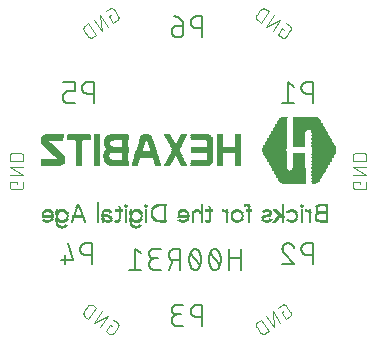
<source format=gbr>
G04 EAGLE Gerber RS-274X export*
G75*
%MOMM*%
%FSLAX34Y34*%
%LPD*%
%INSilkscreen Bottom*%
%IPPOS*%
%AMOC8*
5,1,8,0,0,1.08239X$1,22.5*%
G01*
%ADD10C,0.101600*%
%ADD11C,0.152400*%
%ADD12R,0.345438X0.020319*%
%ADD13R,1.950719X0.020319*%
%ADD14R,0.467356X0.020319*%
%ADD15R,2.072637X0.020319*%
%ADD16R,0.508000X0.020319*%
%ADD17R,2.113281X0.020319*%
%ADD18R,0.528319X0.020319*%
%ADD19R,2.133600X0.020319*%
%ADD20R,0.568956X0.020319*%
%ADD21R,2.174238X0.020319*%
%ADD22R,0.589275X0.020319*%
%ADD23R,2.194556X0.020319*%
%ADD24R,0.609600X0.020319*%
%ADD25R,2.214881X0.020319*%
%ADD26R,0.629919X0.020319*%
%ADD27R,2.235200X0.020319*%
%ADD28R,0.650238X0.020319*%
%ADD29R,2.255519X0.020319*%
%ADD30R,0.670556X0.020319*%
%ADD31R,2.275838X0.020319*%
%ADD32R,0.690875X0.020319*%
%ADD33R,2.296156X0.020319*%
%ADD34R,2.316481X0.020319*%
%ADD35R,0.711200X0.020319*%
%ADD36R,2.336800X0.020319*%
%ADD37R,0.731519X0.020319*%
%ADD38R,0.751838X0.020319*%
%ADD39R,2.357119X0.020319*%
%ADD40R,0.772156X0.020319*%
%ADD41R,2.377438X0.020319*%
%ADD42R,0.792475X0.020319*%
%ADD43R,2.397756X0.020319*%
%ADD44R,2.418081X0.020319*%
%ADD45R,0.812800X0.020319*%
%ADD46R,0.833119X0.020319*%
%ADD47R,2.438400X0.020319*%
%ADD48R,2.458719X0.020319*%
%ADD49R,0.853438X0.020319*%
%ADD50R,0.894081X0.020319*%
%ADD51R,2.479038X0.020319*%
%ADD52R,2.499356X0.020319*%
%ADD53R,0.914400X0.020319*%
%ADD54R,0.934719X0.020319*%
%ADD55R,2.519681X0.020319*%
%ADD56R,0.955038X0.020319*%
%ADD57R,2.540000X0.020319*%
%ADD58R,0.975363X0.020319*%
%ADD59R,2.560319X0.020319*%
%ADD60R,2.580637X0.020319*%
%ADD61R,0.995681X0.020319*%
%ADD62R,2.600956X0.020319*%
%ADD63R,1.016000X0.020319*%
%ADD64R,2.621281X0.020319*%
%ADD65R,1.036319X0.020319*%
%ADD66R,2.641600X0.020319*%
%ADD67R,1.056638X0.020319*%
%ADD68R,2.661919X0.020319*%
%ADD69R,1.076963X0.020319*%
%ADD70R,1.097281X0.020319*%
%ADD71R,1.117600X0.020319*%
%ADD72R,2.682238X0.020319*%
%ADD73R,2.702556X0.020319*%
%ADD74R,1.137919X0.020319*%
%ADD75R,2.722881X0.020319*%
%ADD76R,2.743200X0.020319*%
%ADD77R,1.158238X0.020319*%
%ADD78R,1.280156X0.020319*%
%ADD79R,1.341119X0.020319*%
%ADD80R,1.178556X0.020319*%
%ADD81R,1.259838X0.020319*%
%ADD82R,1.219200X0.020319*%
%ADD83R,1.300481X0.020319*%
%ADD84R,1.300475X0.020319*%
%ADD85R,1.198875X0.020319*%
%ADD86R,1.239519X0.020319*%
%ADD87R,1.076956X0.020319*%
%ADD88R,1.320800X0.020319*%
%ADD89R,1.361438X0.020319*%
%ADD90R,1.381756X0.020319*%
%ADD91R,1.402075X0.020319*%
%ADD92R,1.422400X0.020319*%
%ADD93R,1.564638X0.020319*%
%ADD94R,0.548638X0.020319*%
%ADD95R,1.544319X0.020319*%
%ADD96R,1.666238X0.020319*%
%ADD97R,1.645919X0.020319*%
%ADD98R,1.747519X0.020319*%
%ADD99R,1.442719X0.020319*%
%ADD100R,1.686556X0.020319*%
%ADD101R,1.727200X0.020319*%
%ADD102R,1.808475X0.020319*%
%ADD103R,1.463037X0.020319*%
%ADD104R,1.706875X0.020319*%
%ADD105R,0.568963X0.020319*%
%ADD106R,1.828800X0.020319*%
%ADD107R,1.788156X0.020319*%
%ADD108R,1.849119X0.020319*%
%ADD109R,1.483356X0.020319*%
%ADD110R,0.589281X0.020319*%
%ADD111R,1.889756X0.020319*%
%ADD112R,1.767838X0.020319*%
%ADD113R,1.910075X0.020319*%
%ADD114R,1.503675X0.020319*%
%ADD115R,1.930400X0.020319*%
%ADD116R,1.524000X0.020319*%
%ADD117R,1.971037X0.020319*%
%ADD118R,1.991356X0.020319*%
%ADD119R,1.869438X0.020319*%
%ADD120R,1.584956X0.020319*%
%ADD121R,2.011675X0.020319*%
%ADD122R,1.605275X0.020319*%
%ADD123R,2.032000X0.020319*%
%ADD124R,1.625600X0.020319*%
%ADD125R,2.052319X0.020319*%
%ADD126R,0.690881X0.020319*%
%ADD127R,2.092956X0.020319*%
%ADD128R,0.772163X0.020319*%
%ADD129R,2.011681X0.020319*%
%ADD130R,1.910081X0.020319*%
%ADD131R,0.873756X0.020319*%
%ADD132R,1.889763X0.020319*%
%ADD133R,0.670563X0.020319*%
%ADD134R,1.808481X0.020319*%
%ADD135R,0.792481X0.020319*%
%ADD136R,2.113275X0.020319*%
%ADD137R,0.894075X0.020319*%
%ADD138R,0.487681X0.020319*%
%ADD139R,0.975356X0.020319*%
%ADD140R,1.706881X0.020319*%
%ADD141R,1.503681X0.020319*%
%ADD142R,1.605281X0.020319*%
%ADD143R,0.487675X0.020319*%
%ADD144R,0.447038X0.020319*%
%ADD145R,0.060963X0.020319*%
%ADD146R,1.402081X0.020319*%
%ADD147R,1.280163X0.020319*%
%ADD148R,1.097275X0.020319*%
%ADD149R,2.722875X0.020319*%
%ADD150R,2.621275X0.020319*%
%ADD151R,0.995675X0.020319*%
%ADD152R,2.519675X0.020319*%
%ADD153R,2.418075X0.020319*%
%ADD154R,2.316475X0.020319*%
%ADD155R,2.214875X0.020319*%
%ADD156R,2.153919X0.020319*%
%ADD157R,0.426719X0.020319*%
%ADD158R,0.386075X0.020319*%
%ADD159R,0.132075X0.033019*%
%ADD160R,0.429256X0.033019*%
%ADD161R,0.594356X0.033019*%
%ADD162R,0.693419X0.033019*%
%ADD163R,0.792475X0.033019*%
%ADD164R,0.858519X0.033019*%
%ADD165R,0.363219X0.033019*%
%ADD166R,0.264156X0.033019*%
%ADD167R,0.297175X0.033019*%
%ADD168R,0.264163X0.033019*%
%ADD169R,0.033019X0.033019*%
%ADD170R,0.231138X0.033019*%
%ADD171R,0.198119X0.033019*%
%ADD172R,0.132081X0.033019*%
%ADD173R,0.165100X0.033019*%
%ADD174R,0.396238X0.033019*%
%ADD175R,0.330200X0.033019*%
%ADD176R,0.528319X0.033019*%
%ADD177R,0.561338X0.033019*%
%ADD178R,0.759456X0.033019*%
%ADD179R,0.462275X0.033019*%
%ADD180R,0.924556X0.033019*%
%ADD181R,0.660400X0.033019*%
%ADD182R,0.627381X0.033019*%
%ADD183R,0.495300X0.033019*%
%ADD184R,0.627375X0.033019*%
%ADD185R,0.957581X0.033019*%
%ADD186R,0.726438X0.033019*%
%ADD187R,0.957575X0.033019*%
%ADD188R,0.462281X0.033019*%
%ADD189R,0.990600X0.033019*%
%ADD190R,0.792481X0.033019*%
%ADD191R,0.891538X0.033019*%
%ADD192R,1.023619X0.033019*%
%ADD193R,0.825500X0.033019*%
%ADD194R,0.066037X0.033019*%
%ADD195R,1.056638X0.033019*%
%ADD196R,0.297181X0.033019*%
%ADD197R,0.099056X0.033019*%
%ADD198R,0.099063X0.033019*%
%ADD199R,1.089662X0.033019*%
%ADD200R,0.594363X0.033019*%
%ADD201R,0.429263X0.033019*%


D10*
X82321Y270508D02*
X80726Y271625D01*
X77003Y266308D01*
X80193Y264074D01*
X80276Y264019D01*
X80360Y263967D01*
X80447Y263918D01*
X80535Y263872D01*
X80625Y263830D01*
X80717Y263791D01*
X80810Y263756D01*
X80904Y263724D01*
X80999Y263696D01*
X81096Y263672D01*
X81193Y263651D01*
X81291Y263635D01*
X81390Y263621D01*
X81489Y263612D01*
X81588Y263607D01*
X81688Y263605D01*
X81787Y263607D01*
X81886Y263613D01*
X81985Y263623D01*
X82084Y263636D01*
X82182Y263654D01*
X82279Y263675D01*
X82375Y263699D01*
X82471Y263728D01*
X82565Y263760D01*
X82658Y263795D01*
X82749Y263834D01*
X82839Y263877D01*
X82927Y263923D01*
X83013Y263972D01*
X83098Y264025D01*
X83180Y264081D01*
X83260Y264140D01*
X83338Y264202D01*
X83413Y264267D01*
X83486Y264334D01*
X83556Y264405D01*
X83624Y264478D01*
X83688Y264554D01*
X83750Y264632D01*
X83809Y264712D01*
X87532Y270029D01*
X87587Y270112D01*
X87639Y270196D01*
X87688Y270283D01*
X87734Y270371D01*
X87776Y270461D01*
X87815Y270553D01*
X87850Y270646D01*
X87882Y270740D01*
X87910Y270835D01*
X87934Y270932D01*
X87955Y271029D01*
X87971Y271127D01*
X87985Y271226D01*
X87994Y271325D01*
X87999Y271424D01*
X88001Y271524D01*
X87999Y271623D01*
X87993Y271722D01*
X87983Y271821D01*
X87970Y271920D01*
X87952Y272018D01*
X87931Y272115D01*
X87907Y272211D01*
X87878Y272307D01*
X87846Y272401D01*
X87811Y272494D01*
X87772Y272585D01*
X87729Y272675D01*
X87683Y272763D01*
X87634Y272849D01*
X87581Y272934D01*
X87525Y273016D01*
X87466Y273096D01*
X87404Y273174D01*
X87339Y273249D01*
X87272Y273322D01*
X87201Y273392D01*
X87128Y273460D01*
X87052Y273524D01*
X86974Y273586D01*
X86894Y273645D01*
X86895Y273645D02*
X83704Y275879D01*
X79035Y279149D02*
X72333Y269578D01*
X67016Y273301D02*
X79035Y279149D01*
X73717Y282872D02*
X67016Y273301D01*
X62346Y276571D02*
X69047Y286142D01*
X66389Y288003D01*
X66389Y288004D02*
X66295Y288067D01*
X66199Y288127D01*
X66101Y288184D01*
X66001Y288237D01*
X65899Y288287D01*
X65795Y288333D01*
X65690Y288375D01*
X65584Y288414D01*
X65476Y288449D01*
X65367Y288480D01*
X65257Y288508D01*
X65146Y288531D01*
X65035Y288551D01*
X64923Y288567D01*
X64810Y288579D01*
X64697Y288587D01*
X64584Y288591D01*
X64470Y288591D01*
X64357Y288587D01*
X64244Y288579D01*
X64131Y288567D01*
X64019Y288551D01*
X63908Y288531D01*
X63797Y288508D01*
X63687Y288480D01*
X63578Y288449D01*
X63470Y288414D01*
X63364Y288375D01*
X63259Y288333D01*
X63155Y288287D01*
X63053Y288237D01*
X62953Y288184D01*
X62855Y288127D01*
X62759Y288067D01*
X62665Y288004D01*
X62574Y287937D01*
X62484Y287868D01*
X62397Y287795D01*
X62313Y287719D01*
X62232Y287640D01*
X62153Y287559D01*
X62077Y287475D01*
X62004Y287388D01*
X61935Y287299D01*
X61868Y287207D01*
X61869Y287206D02*
X58890Y282953D01*
X58827Y282859D01*
X58767Y282763D01*
X58710Y282665D01*
X58657Y282565D01*
X58607Y282463D01*
X58561Y282359D01*
X58519Y282254D01*
X58480Y282148D01*
X58445Y282040D01*
X58414Y281931D01*
X58386Y281821D01*
X58363Y281710D01*
X58343Y281599D01*
X58327Y281487D01*
X58315Y281374D01*
X58307Y281261D01*
X58303Y281148D01*
X58303Y281034D01*
X58307Y280921D01*
X58315Y280808D01*
X58327Y280695D01*
X58343Y280583D01*
X58363Y280472D01*
X58386Y280361D01*
X58414Y280251D01*
X58445Y280142D01*
X58480Y280034D01*
X58519Y279928D01*
X58561Y279823D01*
X58607Y279719D01*
X58657Y279617D01*
X58710Y279517D01*
X58767Y279419D01*
X58827Y279323D01*
X58890Y279229D01*
X58957Y279137D01*
X59026Y279048D01*
X59099Y278961D01*
X59175Y278877D01*
X59254Y278796D01*
X59335Y278717D01*
X59419Y278641D01*
X59506Y278568D01*
X59596Y278499D01*
X59687Y278432D01*
X62346Y276571D01*
X146699Y141866D02*
X146699Y139919D01*
X146699Y141866D02*
X140208Y141866D01*
X140208Y137971D01*
X140210Y137872D01*
X140216Y137772D01*
X140225Y137673D01*
X140238Y137575D01*
X140255Y137477D01*
X140276Y137379D01*
X140301Y137283D01*
X140329Y137188D01*
X140361Y137094D01*
X140396Y137001D01*
X140435Y136909D01*
X140478Y136819D01*
X140523Y136731D01*
X140573Y136644D01*
X140625Y136560D01*
X140681Y136477D01*
X140739Y136397D01*
X140801Y136319D01*
X140866Y136244D01*
X140934Y136171D01*
X141004Y136101D01*
X141077Y136033D01*
X141152Y135968D01*
X141230Y135906D01*
X141310Y135848D01*
X141393Y135792D01*
X141477Y135740D01*
X141564Y135690D01*
X141652Y135645D01*
X141742Y135602D01*
X141834Y135563D01*
X141927Y135528D01*
X142021Y135496D01*
X142116Y135468D01*
X142212Y135443D01*
X142310Y135422D01*
X142408Y135405D01*
X142506Y135392D01*
X142605Y135383D01*
X142705Y135377D01*
X142804Y135375D01*
X149296Y135375D01*
X149395Y135377D01*
X149495Y135383D01*
X149594Y135392D01*
X149692Y135405D01*
X149790Y135422D01*
X149888Y135443D01*
X149984Y135468D01*
X150079Y135496D01*
X150173Y135528D01*
X150266Y135563D01*
X150358Y135602D01*
X150448Y135645D01*
X150536Y135690D01*
X150623Y135740D01*
X150707Y135792D01*
X150790Y135848D01*
X150870Y135906D01*
X150948Y135968D01*
X151023Y136033D01*
X151096Y136101D01*
X151166Y136171D01*
X151234Y136244D01*
X151299Y136319D01*
X151361Y136397D01*
X151419Y136477D01*
X151475Y136560D01*
X151527Y136644D01*
X151577Y136731D01*
X151622Y136819D01*
X151665Y136909D01*
X151704Y137001D01*
X151739Y137093D01*
X151771Y137188D01*
X151799Y137283D01*
X151824Y137379D01*
X151845Y137477D01*
X151862Y137575D01*
X151875Y137673D01*
X151884Y137772D01*
X151890Y137872D01*
X151892Y137971D01*
X151892Y141866D01*
X151892Y147567D02*
X140208Y147567D01*
X140208Y154058D02*
X151892Y147567D01*
X151892Y154058D02*
X140208Y154058D01*
X140208Y159759D02*
X151892Y159759D01*
X151892Y163004D01*
X151890Y163117D01*
X151884Y163230D01*
X151874Y163343D01*
X151860Y163456D01*
X151843Y163568D01*
X151821Y163679D01*
X151796Y163789D01*
X151766Y163899D01*
X151733Y164007D01*
X151696Y164114D01*
X151656Y164220D01*
X151611Y164324D01*
X151563Y164427D01*
X151512Y164528D01*
X151457Y164627D01*
X151399Y164724D01*
X151337Y164819D01*
X151272Y164912D01*
X151204Y165002D01*
X151133Y165090D01*
X151058Y165176D01*
X150981Y165259D01*
X150901Y165339D01*
X150818Y165416D01*
X150732Y165491D01*
X150644Y165562D01*
X150554Y165630D01*
X150461Y165695D01*
X150366Y165757D01*
X150269Y165815D01*
X150170Y165870D01*
X150069Y165921D01*
X149966Y165969D01*
X149862Y166014D01*
X149756Y166054D01*
X149649Y166091D01*
X149541Y166124D01*
X149431Y166154D01*
X149321Y166179D01*
X149210Y166201D01*
X149098Y166218D01*
X148985Y166232D01*
X148872Y166242D01*
X148759Y166248D01*
X148646Y166250D01*
X143454Y166250D01*
X143341Y166248D01*
X143228Y166242D01*
X143115Y166232D01*
X143002Y166218D01*
X142890Y166201D01*
X142779Y166179D01*
X142669Y166154D01*
X142559Y166124D01*
X142451Y166091D01*
X142344Y166054D01*
X142238Y166014D01*
X142134Y165969D01*
X142031Y165921D01*
X141930Y165870D01*
X141831Y165815D01*
X141734Y165757D01*
X141639Y165695D01*
X141546Y165630D01*
X141456Y165562D01*
X141368Y165491D01*
X141282Y165416D01*
X141199Y165339D01*
X141119Y165259D01*
X141042Y165176D01*
X140967Y165090D01*
X140896Y165002D01*
X140828Y164912D01*
X140763Y164819D01*
X140701Y164724D01*
X140643Y164627D01*
X140588Y164528D01*
X140537Y164427D01*
X140489Y164324D01*
X140444Y164220D01*
X140404Y164114D01*
X140367Y164007D01*
X140334Y163899D01*
X140304Y163789D01*
X140279Y163679D01*
X140257Y163568D01*
X140240Y163456D01*
X140226Y163343D01*
X140216Y163230D01*
X140210Y163117D01*
X140208Y163004D01*
X140208Y159759D01*
X81576Y32180D02*
X79981Y31063D01*
X83704Y25746D01*
X86895Y27980D01*
X86894Y27980D02*
X86974Y28039D01*
X87052Y28101D01*
X87128Y28165D01*
X87201Y28233D01*
X87272Y28303D01*
X87339Y28376D01*
X87404Y28451D01*
X87466Y28529D01*
X87525Y28609D01*
X87581Y28691D01*
X87634Y28776D01*
X87683Y28862D01*
X87729Y28950D01*
X87772Y29040D01*
X87811Y29131D01*
X87846Y29224D01*
X87878Y29318D01*
X87907Y29414D01*
X87931Y29510D01*
X87952Y29607D01*
X87970Y29705D01*
X87983Y29804D01*
X87993Y29903D01*
X87999Y30002D01*
X88001Y30101D01*
X87999Y30201D01*
X87994Y30300D01*
X87984Y30399D01*
X87971Y30498D01*
X87955Y30596D01*
X87934Y30693D01*
X87910Y30790D01*
X87882Y30885D01*
X87850Y30979D01*
X87815Y31072D01*
X87776Y31164D01*
X87734Y31254D01*
X87688Y31342D01*
X87639Y31429D01*
X87587Y31513D01*
X87532Y31596D01*
X83809Y36913D01*
X83750Y36993D01*
X83688Y37071D01*
X83624Y37147D01*
X83556Y37220D01*
X83486Y37291D01*
X83413Y37358D01*
X83338Y37423D01*
X83260Y37485D01*
X83180Y37544D01*
X83098Y37600D01*
X83013Y37653D01*
X82927Y37702D01*
X82839Y37748D01*
X82749Y37791D01*
X82658Y37830D01*
X82565Y37865D01*
X82471Y37897D01*
X82375Y37926D01*
X82279Y37950D01*
X82182Y37971D01*
X82084Y37989D01*
X81985Y38002D01*
X81886Y38012D01*
X81787Y38018D01*
X81688Y38020D01*
X81588Y38018D01*
X81489Y38013D01*
X81390Y38004D01*
X81291Y37990D01*
X81193Y37974D01*
X81096Y37953D01*
X80999Y37929D01*
X80904Y37901D01*
X80810Y37869D01*
X80717Y37834D01*
X80625Y37795D01*
X80535Y37753D01*
X80447Y37707D01*
X80360Y37658D01*
X80276Y37606D01*
X80193Y37551D01*
X77003Y35317D01*
X72333Y32047D02*
X79034Y22476D01*
X73717Y18753D02*
X72333Y32047D01*
X67016Y28324D02*
X73717Y18753D01*
X69047Y15483D02*
X62346Y25054D01*
X59687Y23192D01*
X59687Y23193D02*
X59596Y23126D01*
X59506Y23057D01*
X59419Y22984D01*
X59335Y22908D01*
X59254Y22829D01*
X59175Y22748D01*
X59099Y22664D01*
X59026Y22577D01*
X58957Y22488D01*
X58890Y22396D01*
X58827Y22302D01*
X58767Y22206D01*
X58710Y22108D01*
X58657Y22008D01*
X58607Y21906D01*
X58561Y21802D01*
X58519Y21697D01*
X58480Y21591D01*
X58445Y21483D01*
X58414Y21374D01*
X58386Y21264D01*
X58363Y21153D01*
X58343Y21042D01*
X58327Y20930D01*
X58315Y20817D01*
X58307Y20704D01*
X58303Y20591D01*
X58303Y20477D01*
X58307Y20364D01*
X58315Y20251D01*
X58327Y20138D01*
X58343Y20026D01*
X58363Y19915D01*
X58386Y19804D01*
X58414Y19694D01*
X58445Y19585D01*
X58480Y19477D01*
X58519Y19371D01*
X58561Y19266D01*
X58607Y19162D01*
X58657Y19060D01*
X58710Y18960D01*
X58767Y18862D01*
X58827Y18766D01*
X58890Y18672D01*
X61869Y14418D01*
X61868Y14418D02*
X61935Y14327D01*
X62004Y14237D01*
X62077Y14150D01*
X62153Y14066D01*
X62232Y13985D01*
X62313Y13906D01*
X62397Y13830D01*
X62484Y13757D01*
X62574Y13688D01*
X62665Y13621D01*
X62759Y13558D01*
X62855Y13498D01*
X62953Y13441D01*
X63053Y13388D01*
X63155Y13338D01*
X63259Y13292D01*
X63364Y13250D01*
X63470Y13211D01*
X63578Y13176D01*
X63687Y13145D01*
X63797Y13117D01*
X63908Y13094D01*
X64019Y13074D01*
X64131Y13058D01*
X64244Y13046D01*
X64357Y13038D01*
X64470Y13034D01*
X64584Y13034D01*
X64697Y13038D01*
X64810Y13046D01*
X64923Y13058D01*
X65035Y13074D01*
X65146Y13094D01*
X65257Y13117D01*
X65367Y13145D01*
X65476Y13176D01*
X65584Y13211D01*
X65690Y13250D01*
X65795Y13292D01*
X65899Y13338D01*
X66001Y13388D01*
X66101Y13441D01*
X66199Y13498D01*
X66295Y13558D01*
X66389Y13621D01*
X69047Y15483D01*
X-63729Y19683D02*
X-65324Y20800D01*
X-69047Y15483D01*
X-65857Y13249D01*
X-65774Y13194D01*
X-65690Y13142D01*
X-65603Y13093D01*
X-65515Y13047D01*
X-65425Y13005D01*
X-65333Y12966D01*
X-65240Y12931D01*
X-65146Y12899D01*
X-65051Y12871D01*
X-64954Y12847D01*
X-64857Y12826D01*
X-64759Y12810D01*
X-64660Y12797D01*
X-64561Y12787D01*
X-64462Y12782D01*
X-64362Y12780D01*
X-64263Y12782D01*
X-64164Y12788D01*
X-64065Y12798D01*
X-63966Y12811D01*
X-63868Y12829D01*
X-63771Y12850D01*
X-63675Y12874D01*
X-63579Y12903D01*
X-63485Y12935D01*
X-63392Y12970D01*
X-63301Y13009D01*
X-63211Y13052D01*
X-63123Y13098D01*
X-63037Y13147D01*
X-62952Y13200D01*
X-62870Y13256D01*
X-62790Y13315D01*
X-62712Y13377D01*
X-62637Y13442D01*
X-62564Y13509D01*
X-62494Y13580D01*
X-62426Y13653D01*
X-62362Y13729D01*
X-62300Y13807D01*
X-62241Y13887D01*
X-58518Y19204D01*
X-58463Y19287D01*
X-58411Y19371D01*
X-58362Y19458D01*
X-58316Y19546D01*
X-58274Y19636D01*
X-58235Y19728D01*
X-58200Y19821D01*
X-58168Y19915D01*
X-58140Y20010D01*
X-58116Y20107D01*
X-58095Y20204D01*
X-58079Y20302D01*
X-58066Y20401D01*
X-58056Y20500D01*
X-58051Y20599D01*
X-58049Y20699D01*
X-58051Y20798D01*
X-58057Y20897D01*
X-58067Y20996D01*
X-58080Y21095D01*
X-58098Y21193D01*
X-58119Y21290D01*
X-58143Y21386D01*
X-58172Y21482D01*
X-58204Y21576D01*
X-58239Y21669D01*
X-58278Y21760D01*
X-58321Y21850D01*
X-58367Y21938D01*
X-58416Y22024D01*
X-58469Y22109D01*
X-58525Y22191D01*
X-58584Y22271D01*
X-58646Y22349D01*
X-58711Y22424D01*
X-58778Y22497D01*
X-58849Y22567D01*
X-58922Y22635D01*
X-58998Y22699D01*
X-59076Y22761D01*
X-59156Y22820D01*
X-59155Y22820D02*
X-62346Y25054D01*
X-67016Y28324D02*
X-73717Y18753D01*
X-79035Y22476D02*
X-67016Y28324D01*
X-72333Y32047D02*
X-79035Y22476D01*
X-83704Y25746D02*
X-77003Y35317D01*
X-79661Y37178D01*
X-79661Y37179D02*
X-79755Y37242D01*
X-79851Y37302D01*
X-79949Y37359D01*
X-80049Y37412D01*
X-80151Y37462D01*
X-80255Y37508D01*
X-80360Y37550D01*
X-80466Y37589D01*
X-80574Y37624D01*
X-80683Y37655D01*
X-80793Y37683D01*
X-80904Y37706D01*
X-81015Y37726D01*
X-81127Y37742D01*
X-81240Y37754D01*
X-81353Y37762D01*
X-81466Y37766D01*
X-81580Y37766D01*
X-81693Y37762D01*
X-81806Y37754D01*
X-81919Y37742D01*
X-82031Y37726D01*
X-82142Y37706D01*
X-82253Y37683D01*
X-82363Y37655D01*
X-82472Y37624D01*
X-82580Y37589D01*
X-82686Y37550D01*
X-82791Y37508D01*
X-82895Y37462D01*
X-82997Y37412D01*
X-83097Y37359D01*
X-83195Y37302D01*
X-83291Y37242D01*
X-83385Y37179D01*
X-83476Y37112D01*
X-83566Y37043D01*
X-83653Y36970D01*
X-83737Y36894D01*
X-83818Y36815D01*
X-83897Y36734D01*
X-83973Y36650D01*
X-84046Y36563D01*
X-84115Y36474D01*
X-84182Y36382D01*
X-84182Y36381D02*
X-87160Y32128D01*
X-87161Y32128D02*
X-87224Y32034D01*
X-87284Y31938D01*
X-87341Y31840D01*
X-87394Y31740D01*
X-87444Y31638D01*
X-87490Y31534D01*
X-87532Y31429D01*
X-87571Y31323D01*
X-87606Y31215D01*
X-87637Y31106D01*
X-87665Y30996D01*
X-87688Y30885D01*
X-87708Y30774D01*
X-87724Y30662D01*
X-87736Y30549D01*
X-87744Y30436D01*
X-87748Y30323D01*
X-87748Y30209D01*
X-87744Y30096D01*
X-87736Y29983D01*
X-87724Y29870D01*
X-87708Y29758D01*
X-87688Y29647D01*
X-87665Y29536D01*
X-87637Y29426D01*
X-87606Y29317D01*
X-87571Y29209D01*
X-87532Y29103D01*
X-87490Y28998D01*
X-87444Y28894D01*
X-87394Y28792D01*
X-87341Y28692D01*
X-87284Y28594D01*
X-87224Y28498D01*
X-87161Y28404D01*
X-87094Y28312D01*
X-87025Y28223D01*
X-86952Y28136D01*
X-86876Y28052D01*
X-86797Y27971D01*
X-86716Y27892D01*
X-86632Y27816D01*
X-86545Y27743D01*
X-86455Y27674D01*
X-86364Y27607D01*
X-86363Y27607D02*
X-83704Y25746D01*
X-143813Y139919D02*
X-143813Y141866D01*
X-150305Y141866D01*
X-150305Y137971D01*
X-150304Y137971D02*
X-150302Y137872D01*
X-150296Y137772D01*
X-150287Y137673D01*
X-150274Y137575D01*
X-150257Y137477D01*
X-150236Y137379D01*
X-150211Y137283D01*
X-150183Y137188D01*
X-150151Y137094D01*
X-150116Y137001D01*
X-150077Y136909D01*
X-150034Y136819D01*
X-149989Y136731D01*
X-149939Y136644D01*
X-149887Y136560D01*
X-149831Y136477D01*
X-149773Y136397D01*
X-149711Y136319D01*
X-149646Y136244D01*
X-149578Y136171D01*
X-149508Y136101D01*
X-149435Y136033D01*
X-149360Y135968D01*
X-149282Y135906D01*
X-149202Y135848D01*
X-149119Y135792D01*
X-149035Y135740D01*
X-148948Y135690D01*
X-148860Y135645D01*
X-148770Y135602D01*
X-148678Y135563D01*
X-148585Y135528D01*
X-148491Y135496D01*
X-148396Y135468D01*
X-148300Y135443D01*
X-148202Y135422D01*
X-148104Y135405D01*
X-148006Y135392D01*
X-147907Y135383D01*
X-147807Y135377D01*
X-147708Y135375D01*
X-141217Y135375D01*
X-141118Y135377D01*
X-141018Y135383D01*
X-140919Y135392D01*
X-140821Y135405D01*
X-140723Y135423D01*
X-140625Y135443D01*
X-140529Y135468D01*
X-140433Y135496D01*
X-140339Y135528D01*
X-140246Y135563D01*
X-140155Y135602D01*
X-140065Y135645D01*
X-139976Y135690D01*
X-139890Y135740D01*
X-139805Y135792D01*
X-139723Y135848D01*
X-139643Y135907D01*
X-139565Y135968D01*
X-139489Y136033D01*
X-139416Y136101D01*
X-139346Y136171D01*
X-139278Y136244D01*
X-139213Y136320D01*
X-139152Y136398D01*
X-139093Y136478D01*
X-139037Y136560D01*
X-138985Y136645D01*
X-138936Y136731D01*
X-138890Y136820D01*
X-138847Y136910D01*
X-138808Y137001D01*
X-138773Y137094D01*
X-138741Y137188D01*
X-138713Y137284D01*
X-138688Y137380D01*
X-138668Y137478D01*
X-138650Y137576D01*
X-138637Y137674D01*
X-138628Y137773D01*
X-138622Y137872D01*
X-138620Y137972D01*
X-138621Y137971D02*
X-138621Y141866D01*
X-138621Y147567D02*
X-150305Y147567D01*
X-150305Y154058D02*
X-138621Y147567D01*
X-138621Y154058D02*
X-150305Y154058D01*
X-150305Y159759D02*
X-138621Y159759D01*
X-138621Y163004D01*
X-138620Y163004D02*
X-138622Y163117D01*
X-138628Y163230D01*
X-138638Y163343D01*
X-138652Y163456D01*
X-138669Y163568D01*
X-138691Y163679D01*
X-138716Y163789D01*
X-138746Y163899D01*
X-138779Y164007D01*
X-138816Y164114D01*
X-138856Y164220D01*
X-138901Y164324D01*
X-138949Y164427D01*
X-139000Y164528D01*
X-139055Y164627D01*
X-139113Y164724D01*
X-139175Y164819D01*
X-139240Y164912D01*
X-139308Y165002D01*
X-139379Y165090D01*
X-139454Y165176D01*
X-139531Y165259D01*
X-139611Y165339D01*
X-139694Y165416D01*
X-139780Y165491D01*
X-139868Y165562D01*
X-139958Y165630D01*
X-140051Y165695D01*
X-140146Y165757D01*
X-140243Y165815D01*
X-140342Y165870D01*
X-140443Y165921D01*
X-140546Y165969D01*
X-140650Y166014D01*
X-140756Y166054D01*
X-140863Y166091D01*
X-140971Y166124D01*
X-141081Y166154D01*
X-141191Y166179D01*
X-141302Y166201D01*
X-141414Y166218D01*
X-141527Y166232D01*
X-141640Y166242D01*
X-141753Y166248D01*
X-141866Y166250D01*
X-147059Y166250D01*
X-147059Y166251D02*
X-147172Y166249D01*
X-147285Y166243D01*
X-147398Y166233D01*
X-147511Y166219D01*
X-147623Y166202D01*
X-147734Y166180D01*
X-147844Y166155D01*
X-147954Y166125D01*
X-148062Y166092D01*
X-148169Y166055D01*
X-148275Y166015D01*
X-148379Y165970D01*
X-148482Y165922D01*
X-148583Y165871D01*
X-148682Y165816D01*
X-148779Y165758D01*
X-148874Y165696D01*
X-148967Y165631D01*
X-149057Y165563D01*
X-149145Y165492D01*
X-149231Y165417D01*
X-149314Y165340D01*
X-149394Y165260D01*
X-149471Y165177D01*
X-149546Y165091D01*
X-149617Y165003D01*
X-149685Y164913D01*
X-149750Y164820D01*
X-149812Y164725D01*
X-149870Y164628D01*
X-149925Y164529D01*
X-149976Y164428D01*
X-150024Y164325D01*
X-150069Y164221D01*
X-150109Y164115D01*
X-150146Y164008D01*
X-150179Y163900D01*
X-150209Y163790D01*
X-150234Y163680D01*
X-150256Y163569D01*
X-150273Y163457D01*
X-150287Y163344D01*
X-150297Y163231D01*
X-150303Y163118D01*
X-150305Y163005D01*
X-150305Y163004D02*
X-150305Y159759D01*
X-66069Y281888D02*
X-64474Y283005D01*
X-66069Y281888D02*
X-62346Y276571D01*
X-59156Y278805D01*
X-59076Y278864D01*
X-58998Y278926D01*
X-58922Y278990D01*
X-58849Y279058D01*
X-58778Y279128D01*
X-58711Y279201D01*
X-58646Y279276D01*
X-58584Y279354D01*
X-58525Y279434D01*
X-58469Y279516D01*
X-58416Y279601D01*
X-58367Y279687D01*
X-58321Y279775D01*
X-58278Y279865D01*
X-58239Y279956D01*
X-58204Y280049D01*
X-58172Y280143D01*
X-58143Y280239D01*
X-58119Y280335D01*
X-58098Y280432D01*
X-58080Y280530D01*
X-58067Y280629D01*
X-58057Y280728D01*
X-58051Y280827D01*
X-58049Y280926D01*
X-58051Y281026D01*
X-58056Y281125D01*
X-58066Y281224D01*
X-58079Y281323D01*
X-58095Y281421D01*
X-58116Y281518D01*
X-58140Y281615D01*
X-58168Y281710D01*
X-58200Y281804D01*
X-58235Y281897D01*
X-58274Y281989D01*
X-58316Y282079D01*
X-58362Y282167D01*
X-58411Y282254D01*
X-58463Y282338D01*
X-58518Y282421D01*
X-62241Y287738D01*
X-62300Y287818D01*
X-62362Y287896D01*
X-62426Y287972D01*
X-62494Y288045D01*
X-62564Y288116D01*
X-62637Y288183D01*
X-62712Y288248D01*
X-62790Y288310D01*
X-62870Y288369D01*
X-62952Y288425D01*
X-63037Y288478D01*
X-63123Y288527D01*
X-63211Y288573D01*
X-63301Y288616D01*
X-63392Y288655D01*
X-63485Y288690D01*
X-63579Y288722D01*
X-63675Y288751D01*
X-63771Y288775D01*
X-63868Y288796D01*
X-63966Y288814D01*
X-64065Y288827D01*
X-64164Y288837D01*
X-64263Y288843D01*
X-64362Y288845D01*
X-64462Y288843D01*
X-64561Y288838D01*
X-64660Y288828D01*
X-64759Y288815D01*
X-64857Y288799D01*
X-64954Y288778D01*
X-65051Y288754D01*
X-65146Y288726D01*
X-65240Y288694D01*
X-65333Y288659D01*
X-65425Y288620D01*
X-65515Y288578D01*
X-65603Y288532D01*
X-65690Y288483D01*
X-65774Y288431D01*
X-65857Y288376D01*
X-69047Y286142D01*
X-73717Y282872D02*
X-67016Y273301D01*
X-72333Y269578D02*
X-73717Y282872D01*
X-79035Y279149D02*
X-72333Y269578D01*
X-77003Y266308D02*
X-83705Y275879D01*
X-86363Y274017D01*
X-86364Y274018D02*
X-86455Y273951D01*
X-86545Y273882D01*
X-86632Y273809D01*
X-86716Y273733D01*
X-86797Y273654D01*
X-86876Y273573D01*
X-86952Y273489D01*
X-87025Y273402D01*
X-87094Y273312D01*
X-87161Y273221D01*
X-87224Y273127D01*
X-87284Y273031D01*
X-87341Y272933D01*
X-87394Y272833D01*
X-87444Y272731D01*
X-87490Y272627D01*
X-87532Y272522D01*
X-87571Y272416D01*
X-87606Y272308D01*
X-87637Y272199D01*
X-87665Y272089D01*
X-87688Y271978D01*
X-87708Y271867D01*
X-87724Y271755D01*
X-87736Y271642D01*
X-87744Y271529D01*
X-87748Y271416D01*
X-87748Y271302D01*
X-87744Y271189D01*
X-87736Y271076D01*
X-87724Y270963D01*
X-87708Y270851D01*
X-87688Y270740D01*
X-87665Y270629D01*
X-87637Y270519D01*
X-87606Y270410D01*
X-87571Y270302D01*
X-87532Y270196D01*
X-87490Y270091D01*
X-87444Y269987D01*
X-87394Y269885D01*
X-87341Y269785D01*
X-87284Y269687D01*
X-87224Y269591D01*
X-87161Y269497D01*
X-87160Y269497D02*
X-84182Y265243D01*
X-84115Y265152D01*
X-84046Y265062D01*
X-83973Y264975D01*
X-83897Y264891D01*
X-83818Y264810D01*
X-83737Y264731D01*
X-83653Y264655D01*
X-83566Y264582D01*
X-83476Y264513D01*
X-83385Y264446D01*
X-83291Y264383D01*
X-83195Y264323D01*
X-83097Y264266D01*
X-82997Y264213D01*
X-82895Y264163D01*
X-82791Y264117D01*
X-82686Y264075D01*
X-82580Y264036D01*
X-82472Y264001D01*
X-82363Y263970D01*
X-82253Y263942D01*
X-82142Y263919D01*
X-82031Y263899D01*
X-81919Y263883D01*
X-81806Y263871D01*
X-81693Y263863D01*
X-81580Y263859D01*
X-81466Y263859D01*
X-81353Y263863D01*
X-81240Y263871D01*
X-81127Y263883D01*
X-81015Y263899D01*
X-80904Y263919D01*
X-80793Y263942D01*
X-80683Y263970D01*
X-80574Y264001D01*
X-80466Y264036D01*
X-80360Y264075D01*
X-80255Y264117D01*
X-80151Y264163D01*
X-80049Y264213D01*
X-79949Y264266D01*
X-79851Y264323D01*
X-79755Y264383D01*
X-79661Y264446D01*
X-77003Y266308D01*
D11*
X106599Y226378D02*
X106599Y208598D01*
X106599Y226378D02*
X101660Y226378D01*
X101520Y226376D01*
X101381Y226370D01*
X101241Y226360D01*
X101102Y226346D01*
X100963Y226329D01*
X100825Y226307D01*
X100688Y226281D01*
X100551Y226252D01*
X100415Y226219D01*
X100281Y226182D01*
X100147Y226141D01*
X100015Y226096D01*
X99883Y226047D01*
X99754Y225995D01*
X99626Y225940D01*
X99499Y225880D01*
X99374Y225817D01*
X99251Y225751D01*
X99130Y225681D01*
X99011Y225608D01*
X98894Y225531D01*
X98780Y225451D01*
X98667Y225368D01*
X98557Y225282D01*
X98450Y225192D01*
X98345Y225100D01*
X98243Y225005D01*
X98143Y224907D01*
X98046Y224806D01*
X97952Y224702D01*
X97862Y224596D01*
X97774Y224487D01*
X97689Y224376D01*
X97608Y224262D01*
X97529Y224147D01*
X97454Y224029D01*
X97383Y223909D01*
X97315Y223786D01*
X97250Y223663D01*
X97189Y223537D01*
X97131Y223409D01*
X97077Y223281D01*
X97027Y223150D01*
X96980Y223018D01*
X96937Y222885D01*
X96898Y222751D01*
X96863Y222616D01*
X96832Y222480D01*
X96804Y222342D01*
X96781Y222205D01*
X96761Y222066D01*
X96745Y221927D01*
X96733Y221788D01*
X96725Y221649D01*
X96721Y221509D01*
X96721Y221369D01*
X96725Y221229D01*
X96733Y221090D01*
X96745Y220951D01*
X96761Y220812D01*
X96781Y220673D01*
X96804Y220536D01*
X96832Y220398D01*
X96863Y220262D01*
X96898Y220127D01*
X96937Y219993D01*
X96980Y219860D01*
X97027Y219728D01*
X97077Y219597D01*
X97131Y219469D01*
X97189Y219341D01*
X97250Y219215D01*
X97315Y219092D01*
X97383Y218969D01*
X97454Y218849D01*
X97529Y218731D01*
X97608Y218616D01*
X97689Y218502D01*
X97774Y218391D01*
X97862Y218282D01*
X97952Y218176D01*
X98046Y218072D01*
X98143Y217971D01*
X98243Y217873D01*
X98345Y217778D01*
X98450Y217686D01*
X98557Y217596D01*
X98667Y217510D01*
X98780Y217427D01*
X98894Y217347D01*
X99011Y217270D01*
X99130Y217197D01*
X99251Y217127D01*
X99374Y217061D01*
X99499Y216998D01*
X99626Y216938D01*
X99754Y216883D01*
X99883Y216831D01*
X100015Y216782D01*
X100147Y216737D01*
X100281Y216696D01*
X100415Y216659D01*
X100551Y216626D01*
X100688Y216597D01*
X100825Y216571D01*
X100963Y216549D01*
X101102Y216532D01*
X101241Y216518D01*
X101381Y216508D01*
X101520Y216502D01*
X101660Y216500D01*
X106599Y216500D01*
X90604Y222426D02*
X85665Y226378D01*
X85665Y208598D01*
X90604Y208598D02*
X80726Y208598D01*
X106599Y89853D02*
X106599Y72073D01*
X106599Y89853D02*
X101660Y89853D01*
X101520Y89851D01*
X101381Y89845D01*
X101241Y89835D01*
X101102Y89821D01*
X100963Y89804D01*
X100825Y89782D01*
X100688Y89756D01*
X100551Y89727D01*
X100415Y89694D01*
X100281Y89657D01*
X100147Y89616D01*
X100015Y89571D01*
X99883Y89522D01*
X99754Y89470D01*
X99626Y89415D01*
X99499Y89355D01*
X99374Y89292D01*
X99251Y89226D01*
X99130Y89156D01*
X99011Y89083D01*
X98894Y89006D01*
X98780Y88926D01*
X98667Y88843D01*
X98557Y88757D01*
X98450Y88667D01*
X98345Y88575D01*
X98243Y88480D01*
X98143Y88382D01*
X98046Y88281D01*
X97952Y88177D01*
X97862Y88071D01*
X97774Y87962D01*
X97689Y87851D01*
X97608Y87737D01*
X97529Y87622D01*
X97454Y87504D01*
X97383Y87383D01*
X97315Y87261D01*
X97250Y87138D01*
X97189Y87012D01*
X97131Y86884D01*
X97077Y86756D01*
X97027Y86625D01*
X96980Y86493D01*
X96937Y86360D01*
X96898Y86226D01*
X96863Y86091D01*
X96832Y85955D01*
X96804Y85817D01*
X96781Y85680D01*
X96761Y85541D01*
X96745Y85402D01*
X96733Y85263D01*
X96725Y85124D01*
X96721Y84984D01*
X96721Y84844D01*
X96725Y84704D01*
X96733Y84565D01*
X96745Y84426D01*
X96761Y84287D01*
X96781Y84148D01*
X96804Y84011D01*
X96832Y83873D01*
X96863Y83737D01*
X96898Y83602D01*
X96937Y83468D01*
X96980Y83335D01*
X97027Y83203D01*
X97077Y83072D01*
X97131Y82944D01*
X97189Y82816D01*
X97250Y82690D01*
X97315Y82567D01*
X97383Y82444D01*
X97454Y82324D01*
X97529Y82206D01*
X97608Y82091D01*
X97689Y81977D01*
X97774Y81866D01*
X97862Y81757D01*
X97952Y81651D01*
X98046Y81547D01*
X98143Y81446D01*
X98243Y81348D01*
X98345Y81253D01*
X98450Y81161D01*
X98557Y81071D01*
X98667Y80985D01*
X98780Y80902D01*
X98894Y80822D01*
X99011Y80745D01*
X99130Y80672D01*
X99251Y80602D01*
X99374Y80536D01*
X99499Y80473D01*
X99626Y80413D01*
X99754Y80358D01*
X99883Y80306D01*
X100015Y80257D01*
X100147Y80212D01*
X100281Y80171D01*
X100415Y80134D01*
X100551Y80101D01*
X100688Y80072D01*
X100825Y80046D01*
X100963Y80024D01*
X101102Y80007D01*
X101241Y79993D01*
X101381Y79983D01*
X101520Y79977D01*
X101660Y79975D01*
X106599Y79975D01*
X85171Y89853D02*
X85039Y89851D01*
X84908Y89845D01*
X84776Y89835D01*
X84645Y89822D01*
X84515Y89804D01*
X84385Y89783D01*
X84255Y89758D01*
X84127Y89729D01*
X83999Y89696D01*
X83873Y89659D01*
X83747Y89619D01*
X83623Y89575D01*
X83500Y89527D01*
X83379Y89476D01*
X83259Y89421D01*
X83141Y89363D01*
X83025Y89301D01*
X82911Y89235D01*
X82798Y89167D01*
X82688Y89095D01*
X82580Y89020D01*
X82474Y88941D01*
X82370Y88860D01*
X82269Y88775D01*
X82171Y88688D01*
X82075Y88597D01*
X81982Y88504D01*
X81891Y88408D01*
X81804Y88310D01*
X81719Y88209D01*
X81638Y88105D01*
X81559Y87999D01*
X81484Y87891D01*
X81412Y87781D01*
X81344Y87668D01*
X81278Y87554D01*
X81216Y87438D01*
X81158Y87320D01*
X81103Y87200D01*
X81052Y87079D01*
X81004Y86956D01*
X80960Y86832D01*
X80920Y86706D01*
X80883Y86580D01*
X80850Y86452D01*
X80821Y86324D01*
X80796Y86194D01*
X80775Y86064D01*
X80757Y85934D01*
X80744Y85803D01*
X80734Y85671D01*
X80728Y85540D01*
X80726Y85408D01*
X85171Y89853D02*
X85321Y89851D01*
X85470Y89845D01*
X85619Y89835D01*
X85768Y89822D01*
X85917Y89804D01*
X86065Y89783D01*
X86213Y89757D01*
X86359Y89728D01*
X86505Y89695D01*
X86650Y89658D01*
X86794Y89617D01*
X86937Y89573D01*
X87079Y89525D01*
X87219Y89473D01*
X87358Y89418D01*
X87496Y89359D01*
X87631Y89296D01*
X87766Y89230D01*
X87898Y89160D01*
X88028Y89087D01*
X88157Y89010D01*
X88284Y88930D01*
X88408Y88847D01*
X88530Y88761D01*
X88650Y88671D01*
X88767Y88578D01*
X88882Y88483D01*
X88995Y88384D01*
X89105Y88282D01*
X89212Y88178D01*
X89316Y88071D01*
X89418Y87961D01*
X89516Y87848D01*
X89612Y87733D01*
X89704Y87615D01*
X89794Y87495D01*
X89880Y87373D01*
X89963Y87249D01*
X90043Y87122D01*
X90119Y86994D01*
X90192Y86863D01*
X90262Y86730D01*
X90328Y86596D01*
X90390Y86460D01*
X90449Y86323D01*
X90505Y86184D01*
X90556Y86043D01*
X90604Y85902D01*
X82208Y81951D02*
X82112Y82044D01*
X82020Y82140D01*
X81930Y82239D01*
X81843Y82340D01*
X81759Y82443D01*
X81677Y82548D01*
X81599Y82656D01*
X81524Y82766D01*
X81451Y82878D01*
X81382Y82992D01*
X81316Y83108D01*
X81254Y83226D01*
X81195Y83345D01*
X81139Y83466D01*
X81086Y83589D01*
X81037Y83713D01*
X80992Y83838D01*
X80949Y83965D01*
X80911Y84092D01*
X80876Y84221D01*
X80845Y84350D01*
X80817Y84481D01*
X80793Y84612D01*
X80772Y84744D01*
X80756Y84876D01*
X80743Y85009D01*
X80733Y85142D01*
X80728Y85275D01*
X80726Y85408D01*
X82208Y81950D02*
X90604Y72073D01*
X80726Y72073D01*
X12936Y37465D02*
X12936Y19685D01*
X12936Y37465D02*
X7998Y37465D01*
X7858Y37463D01*
X7719Y37457D01*
X7579Y37447D01*
X7440Y37433D01*
X7301Y37416D01*
X7163Y37394D01*
X7026Y37368D01*
X6889Y37339D01*
X6753Y37306D01*
X6619Y37269D01*
X6485Y37228D01*
X6353Y37183D01*
X6221Y37134D01*
X6092Y37082D01*
X5964Y37027D01*
X5837Y36967D01*
X5712Y36904D01*
X5589Y36838D01*
X5468Y36768D01*
X5349Y36695D01*
X5232Y36618D01*
X5118Y36538D01*
X5005Y36455D01*
X4895Y36369D01*
X4788Y36279D01*
X4683Y36187D01*
X4581Y36092D01*
X4481Y35994D01*
X4384Y35893D01*
X4290Y35789D01*
X4200Y35683D01*
X4112Y35574D01*
X4027Y35463D01*
X3946Y35349D01*
X3867Y35234D01*
X3792Y35116D01*
X3721Y34995D01*
X3653Y34873D01*
X3588Y34750D01*
X3527Y34624D01*
X3469Y34496D01*
X3415Y34368D01*
X3365Y34237D01*
X3318Y34105D01*
X3275Y33972D01*
X3236Y33838D01*
X3201Y33703D01*
X3170Y33567D01*
X3142Y33429D01*
X3119Y33292D01*
X3099Y33153D01*
X3083Y33014D01*
X3071Y32875D01*
X3063Y32736D01*
X3059Y32596D01*
X3059Y32456D01*
X3063Y32316D01*
X3071Y32177D01*
X3083Y32038D01*
X3099Y31899D01*
X3119Y31760D01*
X3142Y31623D01*
X3170Y31485D01*
X3201Y31349D01*
X3236Y31214D01*
X3275Y31080D01*
X3318Y30947D01*
X3365Y30815D01*
X3415Y30684D01*
X3469Y30556D01*
X3527Y30428D01*
X3588Y30302D01*
X3653Y30179D01*
X3721Y30056D01*
X3792Y29936D01*
X3867Y29818D01*
X3946Y29703D01*
X4027Y29589D01*
X4112Y29478D01*
X4200Y29369D01*
X4290Y29263D01*
X4384Y29159D01*
X4481Y29058D01*
X4581Y28960D01*
X4683Y28865D01*
X4788Y28773D01*
X4895Y28683D01*
X5005Y28597D01*
X5118Y28514D01*
X5232Y28434D01*
X5349Y28357D01*
X5468Y28284D01*
X5589Y28214D01*
X5712Y28148D01*
X5837Y28085D01*
X5964Y28025D01*
X6092Y27970D01*
X6221Y27918D01*
X6353Y27869D01*
X6485Y27824D01*
X6619Y27783D01*
X6753Y27746D01*
X6889Y27713D01*
X7026Y27684D01*
X7163Y27658D01*
X7301Y27636D01*
X7440Y27619D01*
X7579Y27605D01*
X7719Y27595D01*
X7858Y27589D01*
X7998Y27587D01*
X12936Y27587D01*
X-3059Y19685D02*
X-7998Y19685D01*
X-8138Y19687D01*
X-8277Y19693D01*
X-8417Y19703D01*
X-8556Y19717D01*
X-8695Y19734D01*
X-8833Y19756D01*
X-8970Y19782D01*
X-9107Y19811D01*
X-9243Y19844D01*
X-9377Y19881D01*
X-9511Y19922D01*
X-9643Y19967D01*
X-9775Y20016D01*
X-9904Y20068D01*
X-10032Y20123D01*
X-10159Y20183D01*
X-10284Y20246D01*
X-10407Y20312D01*
X-10528Y20382D01*
X-10647Y20455D01*
X-10764Y20532D01*
X-10878Y20612D01*
X-10991Y20695D01*
X-11101Y20781D01*
X-11208Y20871D01*
X-11313Y20963D01*
X-11415Y21058D01*
X-11515Y21156D01*
X-11612Y21257D01*
X-11706Y21361D01*
X-11796Y21467D01*
X-11884Y21576D01*
X-11969Y21687D01*
X-12050Y21801D01*
X-12129Y21916D01*
X-12204Y22034D01*
X-12275Y22154D01*
X-12343Y22277D01*
X-12408Y22400D01*
X-12469Y22526D01*
X-12527Y22654D01*
X-12581Y22782D01*
X-12631Y22913D01*
X-12678Y23045D01*
X-12721Y23178D01*
X-12760Y23312D01*
X-12795Y23447D01*
X-12826Y23583D01*
X-12854Y23721D01*
X-12877Y23858D01*
X-12897Y23997D01*
X-12913Y24136D01*
X-12925Y24275D01*
X-12933Y24414D01*
X-12937Y24554D01*
X-12937Y24694D01*
X-12933Y24834D01*
X-12925Y24973D01*
X-12913Y25112D01*
X-12897Y25251D01*
X-12877Y25390D01*
X-12854Y25527D01*
X-12826Y25665D01*
X-12795Y25801D01*
X-12760Y25936D01*
X-12721Y26070D01*
X-12678Y26203D01*
X-12631Y26335D01*
X-12581Y26466D01*
X-12527Y26594D01*
X-12469Y26722D01*
X-12408Y26848D01*
X-12343Y26971D01*
X-12275Y27093D01*
X-12204Y27214D01*
X-12129Y27332D01*
X-12050Y27447D01*
X-11969Y27561D01*
X-11884Y27672D01*
X-11796Y27781D01*
X-11706Y27887D01*
X-11612Y27991D01*
X-11515Y28092D01*
X-11415Y28190D01*
X-11313Y28285D01*
X-11208Y28377D01*
X-11101Y28467D01*
X-10991Y28553D01*
X-10878Y28636D01*
X-10764Y28716D01*
X-10647Y28793D01*
X-10528Y28866D01*
X-10407Y28936D01*
X-10284Y29002D01*
X-10159Y29065D01*
X-10032Y29125D01*
X-9904Y29180D01*
X-9775Y29232D01*
X-9643Y29281D01*
X-9511Y29326D01*
X-9377Y29367D01*
X-9243Y29404D01*
X-9107Y29437D01*
X-8970Y29466D01*
X-8833Y29492D01*
X-8695Y29514D01*
X-8556Y29531D01*
X-8417Y29545D01*
X-8277Y29555D01*
X-8138Y29561D01*
X-7998Y29563D01*
X-8985Y37465D02*
X-3059Y37465D01*
X-8985Y37465D02*
X-9109Y37463D01*
X-9233Y37457D01*
X-9357Y37447D01*
X-9480Y37434D01*
X-9603Y37416D01*
X-9725Y37395D01*
X-9847Y37370D01*
X-9968Y37341D01*
X-10087Y37308D01*
X-10206Y37272D01*
X-10323Y37231D01*
X-10439Y37188D01*
X-10554Y37140D01*
X-10667Y37089D01*
X-10779Y37034D01*
X-10888Y36976D01*
X-10996Y36915D01*
X-11102Y36850D01*
X-11206Y36782D01*
X-11307Y36710D01*
X-11407Y36636D01*
X-11503Y36558D01*
X-11598Y36478D01*
X-11690Y36394D01*
X-11779Y36308D01*
X-11865Y36219D01*
X-11949Y36127D01*
X-12029Y36032D01*
X-12107Y35936D01*
X-12181Y35836D01*
X-12253Y35735D01*
X-12321Y35631D01*
X-12386Y35525D01*
X-12447Y35417D01*
X-12505Y35308D01*
X-12560Y35196D01*
X-12611Y35083D01*
X-12659Y34968D01*
X-12702Y34852D01*
X-12743Y34735D01*
X-12779Y34616D01*
X-12812Y34497D01*
X-12841Y34376D01*
X-12866Y34254D01*
X-12887Y34132D01*
X-12905Y34009D01*
X-12918Y33886D01*
X-12928Y33762D01*
X-12934Y33638D01*
X-12936Y33514D01*
X-12934Y33390D01*
X-12928Y33266D01*
X-12918Y33142D01*
X-12905Y33019D01*
X-12887Y32896D01*
X-12866Y32774D01*
X-12841Y32652D01*
X-12812Y32531D01*
X-12779Y32412D01*
X-12743Y32293D01*
X-12702Y32176D01*
X-12659Y32060D01*
X-12611Y31945D01*
X-12560Y31832D01*
X-12505Y31720D01*
X-12447Y31611D01*
X-12386Y31503D01*
X-12321Y31397D01*
X-12253Y31293D01*
X-12181Y31192D01*
X-12107Y31092D01*
X-12029Y30996D01*
X-11949Y30901D01*
X-11865Y30809D01*
X-11779Y30720D01*
X-11690Y30634D01*
X-11598Y30550D01*
X-11503Y30470D01*
X-11407Y30392D01*
X-11307Y30318D01*
X-11206Y30246D01*
X-11102Y30178D01*
X-10996Y30113D01*
X-10888Y30052D01*
X-10779Y29994D01*
X-10667Y29939D01*
X-10554Y29888D01*
X-10439Y29840D01*
X-10323Y29797D01*
X-10206Y29756D01*
X-10087Y29720D01*
X-9968Y29687D01*
X-9847Y29658D01*
X-9725Y29633D01*
X-9603Y29612D01*
X-9480Y29594D01*
X-9357Y29581D01*
X-9233Y29571D01*
X-9109Y29565D01*
X-8985Y29563D01*
X-5034Y29563D01*
X-80726Y72073D02*
X-80726Y89853D01*
X-85665Y89853D01*
X-85805Y89851D01*
X-85944Y89845D01*
X-86084Y89835D01*
X-86223Y89821D01*
X-86362Y89804D01*
X-86500Y89782D01*
X-86637Y89756D01*
X-86774Y89727D01*
X-86910Y89694D01*
X-87044Y89657D01*
X-87178Y89616D01*
X-87310Y89571D01*
X-87442Y89522D01*
X-87571Y89470D01*
X-87699Y89415D01*
X-87826Y89355D01*
X-87951Y89292D01*
X-88074Y89226D01*
X-88195Y89156D01*
X-88314Y89083D01*
X-88431Y89006D01*
X-88545Y88926D01*
X-88658Y88843D01*
X-88768Y88757D01*
X-88875Y88667D01*
X-88980Y88575D01*
X-89082Y88480D01*
X-89182Y88382D01*
X-89279Y88281D01*
X-89373Y88177D01*
X-89463Y88071D01*
X-89551Y87962D01*
X-89636Y87851D01*
X-89717Y87737D01*
X-89796Y87622D01*
X-89871Y87504D01*
X-89942Y87383D01*
X-90010Y87261D01*
X-90075Y87138D01*
X-90136Y87012D01*
X-90194Y86884D01*
X-90248Y86756D01*
X-90298Y86625D01*
X-90345Y86493D01*
X-90388Y86360D01*
X-90427Y86226D01*
X-90462Y86091D01*
X-90493Y85955D01*
X-90521Y85817D01*
X-90544Y85680D01*
X-90564Y85541D01*
X-90580Y85402D01*
X-90592Y85263D01*
X-90600Y85124D01*
X-90604Y84984D01*
X-90604Y84844D01*
X-90600Y84704D01*
X-90592Y84565D01*
X-90580Y84426D01*
X-90564Y84287D01*
X-90544Y84148D01*
X-90521Y84011D01*
X-90493Y83873D01*
X-90462Y83737D01*
X-90427Y83602D01*
X-90388Y83468D01*
X-90345Y83335D01*
X-90298Y83203D01*
X-90248Y83072D01*
X-90194Y82944D01*
X-90136Y82816D01*
X-90075Y82690D01*
X-90010Y82567D01*
X-89942Y82444D01*
X-89871Y82324D01*
X-89796Y82206D01*
X-89717Y82091D01*
X-89636Y81977D01*
X-89551Y81866D01*
X-89463Y81757D01*
X-89373Y81651D01*
X-89279Y81547D01*
X-89182Y81446D01*
X-89082Y81348D01*
X-88980Y81253D01*
X-88875Y81161D01*
X-88768Y81071D01*
X-88658Y80985D01*
X-88545Y80902D01*
X-88431Y80822D01*
X-88314Y80745D01*
X-88195Y80672D01*
X-88074Y80602D01*
X-87951Y80536D01*
X-87826Y80473D01*
X-87699Y80413D01*
X-87571Y80358D01*
X-87442Y80306D01*
X-87310Y80257D01*
X-87178Y80212D01*
X-87044Y80171D01*
X-86910Y80134D01*
X-86774Y80101D01*
X-86637Y80072D01*
X-86500Y80046D01*
X-86362Y80024D01*
X-86223Y80007D01*
X-86084Y79993D01*
X-85944Y79983D01*
X-85805Y79977D01*
X-85665Y79975D01*
X-80726Y79975D01*
X-96721Y76024D02*
X-100672Y89853D01*
X-96721Y76024D02*
X-106599Y76024D01*
X-103636Y79975D02*
X-103636Y72073D01*
X-79139Y208598D02*
X-79139Y226378D01*
X-84078Y226378D01*
X-84218Y226376D01*
X-84357Y226370D01*
X-84497Y226360D01*
X-84636Y226346D01*
X-84775Y226329D01*
X-84913Y226307D01*
X-85050Y226281D01*
X-85187Y226252D01*
X-85323Y226219D01*
X-85457Y226182D01*
X-85591Y226141D01*
X-85723Y226096D01*
X-85855Y226047D01*
X-85984Y225995D01*
X-86112Y225940D01*
X-86239Y225880D01*
X-86364Y225817D01*
X-86487Y225751D01*
X-86608Y225681D01*
X-86727Y225608D01*
X-86844Y225531D01*
X-86958Y225451D01*
X-87071Y225368D01*
X-87181Y225282D01*
X-87288Y225192D01*
X-87393Y225100D01*
X-87495Y225005D01*
X-87595Y224907D01*
X-87692Y224806D01*
X-87786Y224702D01*
X-87876Y224596D01*
X-87964Y224487D01*
X-88049Y224376D01*
X-88130Y224262D01*
X-88209Y224147D01*
X-88284Y224029D01*
X-88355Y223909D01*
X-88423Y223786D01*
X-88488Y223663D01*
X-88549Y223537D01*
X-88607Y223409D01*
X-88661Y223281D01*
X-88711Y223150D01*
X-88758Y223018D01*
X-88801Y222885D01*
X-88840Y222751D01*
X-88875Y222616D01*
X-88906Y222480D01*
X-88934Y222342D01*
X-88957Y222205D01*
X-88977Y222066D01*
X-88993Y221927D01*
X-89005Y221788D01*
X-89013Y221649D01*
X-89017Y221509D01*
X-89017Y221369D01*
X-89013Y221229D01*
X-89005Y221090D01*
X-88993Y220951D01*
X-88977Y220812D01*
X-88957Y220673D01*
X-88934Y220536D01*
X-88906Y220398D01*
X-88875Y220262D01*
X-88840Y220127D01*
X-88801Y219993D01*
X-88758Y219860D01*
X-88711Y219728D01*
X-88661Y219597D01*
X-88607Y219469D01*
X-88549Y219341D01*
X-88488Y219215D01*
X-88423Y219092D01*
X-88355Y218969D01*
X-88284Y218849D01*
X-88209Y218731D01*
X-88130Y218616D01*
X-88049Y218502D01*
X-87964Y218391D01*
X-87876Y218282D01*
X-87786Y218176D01*
X-87692Y218072D01*
X-87595Y217971D01*
X-87495Y217873D01*
X-87393Y217778D01*
X-87288Y217686D01*
X-87181Y217596D01*
X-87071Y217510D01*
X-86958Y217427D01*
X-86844Y217347D01*
X-86727Y217270D01*
X-86608Y217197D01*
X-86487Y217127D01*
X-86364Y217061D01*
X-86239Y216998D01*
X-86112Y216938D01*
X-85984Y216883D01*
X-85855Y216831D01*
X-85723Y216782D01*
X-85591Y216737D01*
X-85457Y216696D01*
X-85323Y216659D01*
X-85187Y216626D01*
X-85050Y216597D01*
X-84913Y216571D01*
X-84775Y216549D01*
X-84636Y216532D01*
X-84497Y216518D01*
X-84357Y216508D01*
X-84218Y216502D01*
X-84078Y216500D01*
X-79139Y216500D01*
X-95134Y208598D02*
X-101060Y208598D01*
X-101184Y208600D01*
X-101308Y208606D01*
X-101432Y208616D01*
X-101555Y208629D01*
X-101678Y208647D01*
X-101800Y208668D01*
X-101922Y208693D01*
X-102043Y208722D01*
X-102162Y208755D01*
X-102281Y208791D01*
X-102398Y208832D01*
X-102514Y208875D01*
X-102629Y208923D01*
X-102742Y208974D01*
X-102854Y209029D01*
X-102963Y209087D01*
X-103071Y209148D01*
X-103177Y209213D01*
X-103281Y209281D01*
X-103382Y209353D01*
X-103482Y209427D01*
X-103578Y209505D01*
X-103673Y209585D01*
X-103765Y209669D01*
X-103854Y209755D01*
X-103940Y209844D01*
X-104024Y209936D01*
X-104104Y210031D01*
X-104182Y210127D01*
X-104256Y210227D01*
X-104328Y210328D01*
X-104396Y210432D01*
X-104461Y210538D01*
X-104522Y210646D01*
X-104580Y210755D01*
X-104635Y210867D01*
X-104686Y210980D01*
X-104734Y211095D01*
X-104777Y211211D01*
X-104818Y211328D01*
X-104854Y211447D01*
X-104887Y211566D01*
X-104916Y211687D01*
X-104941Y211809D01*
X-104962Y211931D01*
X-104980Y212054D01*
X-104993Y212177D01*
X-105003Y212301D01*
X-105009Y212425D01*
X-105011Y212549D01*
X-105011Y214524D01*
X-105009Y214648D01*
X-105003Y214772D01*
X-104993Y214896D01*
X-104980Y215019D01*
X-104962Y215142D01*
X-104941Y215264D01*
X-104916Y215386D01*
X-104887Y215507D01*
X-104854Y215626D01*
X-104818Y215745D01*
X-104777Y215862D01*
X-104734Y215978D01*
X-104686Y216093D01*
X-104635Y216206D01*
X-104580Y216318D01*
X-104522Y216427D01*
X-104461Y216535D01*
X-104396Y216641D01*
X-104328Y216745D01*
X-104256Y216846D01*
X-104182Y216946D01*
X-104104Y217042D01*
X-104024Y217137D01*
X-103940Y217229D01*
X-103854Y217318D01*
X-103765Y217404D01*
X-103673Y217488D01*
X-103578Y217568D01*
X-103482Y217646D01*
X-103382Y217720D01*
X-103281Y217792D01*
X-103177Y217860D01*
X-103071Y217925D01*
X-102963Y217986D01*
X-102854Y218044D01*
X-102742Y218099D01*
X-102629Y218150D01*
X-102514Y218198D01*
X-102398Y218241D01*
X-102281Y218282D01*
X-102162Y218318D01*
X-102043Y218351D01*
X-101922Y218380D01*
X-101800Y218405D01*
X-101678Y218426D01*
X-101555Y218444D01*
X-101432Y218457D01*
X-101308Y218467D01*
X-101184Y218473D01*
X-101060Y218475D01*
X-95134Y218475D01*
X-95134Y226378D01*
X-105011Y226378D01*
X12936Y264160D02*
X12936Y281940D01*
X7998Y281940D01*
X7858Y281938D01*
X7719Y281932D01*
X7579Y281922D01*
X7440Y281908D01*
X7301Y281891D01*
X7163Y281869D01*
X7026Y281843D01*
X6889Y281814D01*
X6753Y281781D01*
X6619Y281744D01*
X6485Y281703D01*
X6353Y281658D01*
X6221Y281609D01*
X6092Y281557D01*
X5964Y281502D01*
X5837Y281442D01*
X5712Y281379D01*
X5589Y281313D01*
X5468Y281243D01*
X5349Y281170D01*
X5232Y281093D01*
X5118Y281013D01*
X5005Y280930D01*
X4895Y280844D01*
X4788Y280754D01*
X4683Y280662D01*
X4581Y280567D01*
X4481Y280469D01*
X4384Y280368D01*
X4290Y280264D01*
X4200Y280158D01*
X4112Y280049D01*
X4027Y279938D01*
X3946Y279824D01*
X3867Y279709D01*
X3792Y279591D01*
X3721Y279471D01*
X3653Y279348D01*
X3588Y279225D01*
X3527Y279099D01*
X3469Y278971D01*
X3415Y278843D01*
X3365Y278712D01*
X3318Y278580D01*
X3275Y278447D01*
X3236Y278313D01*
X3201Y278178D01*
X3170Y278042D01*
X3142Y277904D01*
X3119Y277767D01*
X3099Y277628D01*
X3083Y277489D01*
X3071Y277350D01*
X3063Y277211D01*
X3059Y277071D01*
X3059Y276931D01*
X3063Y276791D01*
X3071Y276652D01*
X3083Y276513D01*
X3099Y276374D01*
X3119Y276235D01*
X3142Y276098D01*
X3170Y275960D01*
X3201Y275824D01*
X3236Y275689D01*
X3275Y275555D01*
X3318Y275422D01*
X3365Y275290D01*
X3415Y275159D01*
X3469Y275031D01*
X3527Y274903D01*
X3588Y274777D01*
X3653Y274654D01*
X3721Y274532D01*
X3792Y274411D01*
X3867Y274293D01*
X3946Y274178D01*
X4027Y274064D01*
X4112Y273953D01*
X4200Y273844D01*
X4290Y273738D01*
X4384Y273634D01*
X4481Y273533D01*
X4581Y273435D01*
X4683Y273340D01*
X4788Y273248D01*
X4895Y273158D01*
X5005Y273072D01*
X5118Y272989D01*
X5232Y272909D01*
X5349Y272832D01*
X5468Y272759D01*
X5589Y272689D01*
X5712Y272623D01*
X5837Y272560D01*
X5964Y272500D01*
X6092Y272445D01*
X6221Y272393D01*
X6353Y272344D01*
X6485Y272299D01*
X6619Y272258D01*
X6753Y272221D01*
X6889Y272188D01*
X7026Y272159D01*
X7163Y272133D01*
X7301Y272111D01*
X7440Y272094D01*
X7579Y272080D01*
X7719Y272070D01*
X7858Y272064D01*
X7998Y272062D01*
X12936Y272062D01*
X-3059Y274038D02*
X-8985Y274038D01*
X-9109Y274036D01*
X-9233Y274030D01*
X-9357Y274020D01*
X-9480Y274007D01*
X-9603Y273989D01*
X-9725Y273968D01*
X-9847Y273943D01*
X-9968Y273914D01*
X-10087Y273881D01*
X-10206Y273845D01*
X-10323Y273804D01*
X-10439Y273761D01*
X-10554Y273713D01*
X-10667Y273662D01*
X-10779Y273607D01*
X-10888Y273549D01*
X-10996Y273488D01*
X-11102Y273423D01*
X-11206Y273355D01*
X-11307Y273283D01*
X-11407Y273209D01*
X-11503Y273131D01*
X-11598Y273051D01*
X-11690Y272967D01*
X-11779Y272881D01*
X-11865Y272792D01*
X-11949Y272700D01*
X-12029Y272605D01*
X-12107Y272509D01*
X-12181Y272409D01*
X-12253Y272308D01*
X-12321Y272204D01*
X-12386Y272098D01*
X-12447Y271990D01*
X-12505Y271881D01*
X-12560Y271769D01*
X-12611Y271656D01*
X-12659Y271541D01*
X-12702Y271425D01*
X-12743Y271308D01*
X-12779Y271189D01*
X-12812Y271070D01*
X-12841Y270949D01*
X-12866Y270827D01*
X-12887Y270705D01*
X-12905Y270582D01*
X-12918Y270459D01*
X-12928Y270335D01*
X-12934Y270211D01*
X-12936Y270087D01*
X-12936Y269099D01*
X-12937Y269099D02*
X-12935Y268959D01*
X-12929Y268820D01*
X-12919Y268680D01*
X-12905Y268541D01*
X-12888Y268402D01*
X-12866Y268264D01*
X-12840Y268127D01*
X-12811Y267990D01*
X-12778Y267854D01*
X-12741Y267720D01*
X-12700Y267586D01*
X-12655Y267454D01*
X-12606Y267322D01*
X-12554Y267193D01*
X-12499Y267065D01*
X-12439Y266938D01*
X-12376Y266813D01*
X-12310Y266690D01*
X-12240Y266569D01*
X-12167Y266450D01*
X-12090Y266333D01*
X-12010Y266219D01*
X-11927Y266106D01*
X-11841Y265996D01*
X-11751Y265889D01*
X-11659Y265784D01*
X-11564Y265682D01*
X-11466Y265582D01*
X-11365Y265485D01*
X-11261Y265391D01*
X-11155Y265301D01*
X-11046Y265213D01*
X-10935Y265128D01*
X-10821Y265047D01*
X-10706Y264968D01*
X-10588Y264893D01*
X-10467Y264822D01*
X-10345Y264754D01*
X-10222Y264689D01*
X-10096Y264628D01*
X-9968Y264570D01*
X-9840Y264516D01*
X-9709Y264466D01*
X-9577Y264419D01*
X-9444Y264376D01*
X-9310Y264337D01*
X-9175Y264302D01*
X-9039Y264271D01*
X-8901Y264243D01*
X-8764Y264220D01*
X-8625Y264200D01*
X-8486Y264184D01*
X-8347Y264172D01*
X-8208Y264164D01*
X-8068Y264160D01*
X-7928Y264160D01*
X-7788Y264164D01*
X-7649Y264172D01*
X-7510Y264184D01*
X-7371Y264200D01*
X-7232Y264220D01*
X-7095Y264243D01*
X-6957Y264271D01*
X-6821Y264302D01*
X-6686Y264337D01*
X-6552Y264376D01*
X-6419Y264419D01*
X-6287Y264466D01*
X-6156Y264516D01*
X-6028Y264570D01*
X-5900Y264628D01*
X-5774Y264689D01*
X-5651Y264754D01*
X-5528Y264822D01*
X-5408Y264893D01*
X-5290Y264968D01*
X-5175Y265047D01*
X-5061Y265128D01*
X-4950Y265213D01*
X-4841Y265301D01*
X-4735Y265391D01*
X-4631Y265485D01*
X-4530Y265582D01*
X-4432Y265682D01*
X-4337Y265784D01*
X-4245Y265889D01*
X-4155Y265996D01*
X-4069Y266106D01*
X-3986Y266219D01*
X-3906Y266333D01*
X-3829Y266450D01*
X-3756Y266569D01*
X-3686Y266690D01*
X-3620Y266813D01*
X-3557Y266938D01*
X-3497Y267065D01*
X-3442Y267193D01*
X-3390Y267322D01*
X-3341Y267454D01*
X-3296Y267586D01*
X-3255Y267720D01*
X-3218Y267854D01*
X-3185Y267990D01*
X-3156Y268127D01*
X-3130Y268264D01*
X-3108Y268402D01*
X-3091Y268541D01*
X-3077Y268680D01*
X-3067Y268820D01*
X-3061Y268959D01*
X-3059Y269099D01*
X-3059Y274038D01*
X-3061Y274232D01*
X-3069Y274426D01*
X-3080Y274619D01*
X-3097Y274813D01*
X-3118Y275005D01*
X-3145Y275197D01*
X-3175Y275389D01*
X-3211Y275580D01*
X-3251Y275769D01*
X-3296Y275958D01*
X-3345Y276146D01*
X-3399Y276332D01*
X-3458Y276517D01*
X-3521Y276700D01*
X-3588Y276882D01*
X-3661Y277062D01*
X-3737Y277240D01*
X-3818Y277417D01*
X-3903Y277591D01*
X-3992Y277763D01*
X-4086Y277933D01*
X-4183Y278100D01*
X-4285Y278266D01*
X-4391Y278428D01*
X-4500Y278588D01*
X-4614Y278745D01*
X-4731Y278900D01*
X-4853Y279051D01*
X-4978Y279199D01*
X-5106Y279345D01*
X-5238Y279487D01*
X-5373Y279626D01*
X-5512Y279761D01*
X-5654Y279893D01*
X-5800Y280021D01*
X-5948Y280146D01*
X-6099Y280268D01*
X-6254Y280385D01*
X-6411Y280499D01*
X-6571Y280608D01*
X-6733Y280714D01*
X-6899Y280816D01*
X-7066Y280913D01*
X-7236Y281007D01*
X-7408Y281096D01*
X-7582Y281181D01*
X-7759Y281262D01*
X-7937Y281338D01*
X-8117Y281411D01*
X-8299Y281478D01*
X-8482Y281541D01*
X-8667Y281600D01*
X-8853Y281654D01*
X-9041Y281703D01*
X-9230Y281748D01*
X-9419Y281788D01*
X-9610Y281824D01*
X-9802Y281854D01*
X-9994Y281881D01*
X-10186Y281902D01*
X-10380Y281919D01*
X-10573Y281930D01*
X-10767Y281938D01*
X-10961Y281940D01*
X45786Y85090D02*
X45786Y67310D01*
X45786Y77188D02*
X35908Y77188D01*
X35908Y85090D02*
X35908Y67310D01*
X28477Y76200D02*
X28473Y76550D01*
X28460Y76899D01*
X28439Y77248D01*
X28410Y77597D01*
X28373Y77945D01*
X28327Y78292D01*
X28273Y78637D01*
X28211Y78981D01*
X28140Y79324D01*
X28061Y79665D01*
X27975Y80004D01*
X27880Y80340D01*
X27777Y80675D01*
X27666Y81006D01*
X27548Y81336D01*
X27421Y81662D01*
X27287Y81985D01*
X27145Y82304D01*
X26995Y82621D01*
X26995Y82620D02*
X26955Y82733D01*
X26911Y82843D01*
X26863Y82953D01*
X26812Y83060D01*
X26757Y83166D01*
X26699Y83271D01*
X26637Y83373D01*
X26572Y83473D01*
X26504Y83571D01*
X26433Y83667D01*
X26358Y83760D01*
X26281Y83851D01*
X26201Y83939D01*
X26118Y84024D01*
X26032Y84107D01*
X25943Y84187D01*
X25852Y84264D01*
X25758Y84338D01*
X25662Y84409D01*
X25564Y84477D01*
X25464Y84541D01*
X25361Y84603D01*
X25257Y84660D01*
X25151Y84715D01*
X25043Y84766D01*
X24933Y84813D01*
X24822Y84857D01*
X24710Y84897D01*
X24596Y84933D01*
X24482Y84966D01*
X24366Y84995D01*
X24249Y85020D01*
X24132Y85041D01*
X24014Y85059D01*
X23895Y85072D01*
X23776Y85082D01*
X23657Y85088D01*
X23538Y85090D01*
X23419Y85088D01*
X23300Y85082D01*
X23181Y85072D01*
X23062Y85059D01*
X22944Y85041D01*
X22827Y85020D01*
X22710Y84995D01*
X22594Y84966D01*
X22480Y84933D01*
X22366Y84897D01*
X22254Y84857D01*
X22143Y84813D01*
X22033Y84766D01*
X21925Y84715D01*
X21819Y84660D01*
X21715Y84603D01*
X21612Y84541D01*
X21512Y84477D01*
X21414Y84409D01*
X21318Y84338D01*
X21224Y84264D01*
X21133Y84187D01*
X21044Y84107D01*
X20959Y84024D01*
X20875Y83939D01*
X20795Y83851D01*
X20718Y83760D01*
X20643Y83667D01*
X20572Y83571D01*
X20504Y83473D01*
X20439Y83373D01*
X20377Y83271D01*
X20319Y83166D01*
X20264Y83061D01*
X20213Y82953D01*
X20165Y82843D01*
X20121Y82733D01*
X20081Y82620D01*
X20081Y82621D02*
X19931Y82304D01*
X19789Y81985D01*
X19655Y81662D01*
X19528Y81336D01*
X19410Y81006D01*
X19299Y80675D01*
X19196Y80340D01*
X19101Y80004D01*
X19015Y79665D01*
X18936Y79324D01*
X18865Y78981D01*
X18803Y78637D01*
X18749Y78292D01*
X18703Y77945D01*
X18666Y77597D01*
X18637Y77248D01*
X18616Y76899D01*
X18603Y76550D01*
X18599Y76200D01*
X28477Y76200D02*
X28473Y75850D01*
X28460Y75501D01*
X28439Y75152D01*
X28410Y74803D01*
X28373Y74455D01*
X28327Y74108D01*
X28273Y73763D01*
X28211Y73419D01*
X28140Y73076D01*
X28061Y72735D01*
X27975Y72396D01*
X27880Y72060D01*
X27777Y71725D01*
X27666Y71394D01*
X27548Y71065D01*
X27421Y70738D01*
X27287Y70415D01*
X27145Y70096D01*
X26995Y69780D01*
X26955Y69667D01*
X26911Y69557D01*
X26863Y69447D01*
X26812Y69340D01*
X26757Y69234D01*
X26699Y69129D01*
X26637Y69027D01*
X26572Y68927D01*
X26504Y68829D01*
X26433Y68733D01*
X26358Y68640D01*
X26281Y68549D01*
X26201Y68461D01*
X26118Y68376D01*
X26032Y68293D01*
X25943Y68213D01*
X25852Y68136D01*
X25758Y68062D01*
X25662Y67991D01*
X25564Y67923D01*
X25464Y67859D01*
X25361Y67797D01*
X25257Y67740D01*
X25151Y67685D01*
X25043Y67634D01*
X24933Y67587D01*
X24822Y67543D01*
X24710Y67503D01*
X24596Y67467D01*
X24482Y67434D01*
X24366Y67405D01*
X24249Y67380D01*
X24132Y67359D01*
X24014Y67341D01*
X23895Y67328D01*
X23776Y67318D01*
X23657Y67312D01*
X23538Y67310D01*
X20081Y69780D02*
X19931Y70096D01*
X19789Y70415D01*
X19655Y70738D01*
X19528Y71065D01*
X19410Y71394D01*
X19299Y71725D01*
X19196Y72060D01*
X19101Y72396D01*
X19015Y72735D01*
X18936Y73076D01*
X18865Y73419D01*
X18803Y73763D01*
X18749Y74108D01*
X18703Y74455D01*
X18666Y74803D01*
X18637Y75152D01*
X18616Y75501D01*
X18603Y75850D01*
X18599Y76200D01*
X20081Y69780D02*
X20121Y69667D01*
X20165Y69557D01*
X20213Y69447D01*
X20264Y69339D01*
X20319Y69233D01*
X20377Y69129D01*
X20439Y69027D01*
X20504Y68927D01*
X20572Y68829D01*
X20643Y68733D01*
X20718Y68640D01*
X20795Y68549D01*
X20875Y68461D01*
X20959Y68376D01*
X21044Y68293D01*
X21133Y68213D01*
X21224Y68136D01*
X21318Y68062D01*
X21414Y67991D01*
X21512Y67923D01*
X21612Y67859D01*
X21715Y67797D01*
X21819Y67739D01*
X21925Y67685D01*
X22033Y67634D01*
X22143Y67587D01*
X22254Y67543D01*
X22366Y67503D01*
X22480Y67467D01*
X22594Y67434D01*
X22710Y67405D01*
X22827Y67380D01*
X22944Y67359D01*
X23062Y67341D01*
X23181Y67328D01*
X23300Y67318D01*
X23419Y67312D01*
X23538Y67310D01*
X27489Y71261D02*
X19587Y81139D01*
X11727Y76200D02*
X11723Y76550D01*
X11710Y76899D01*
X11689Y77248D01*
X11660Y77597D01*
X11623Y77945D01*
X11577Y78292D01*
X11523Y78637D01*
X11461Y78981D01*
X11390Y79324D01*
X11311Y79665D01*
X11225Y80004D01*
X11130Y80340D01*
X11027Y80675D01*
X10916Y81006D01*
X10798Y81336D01*
X10671Y81662D01*
X10537Y81985D01*
X10395Y82304D01*
X10245Y82621D01*
X10245Y82620D02*
X10205Y82733D01*
X10161Y82843D01*
X10113Y82953D01*
X10062Y83060D01*
X10007Y83166D01*
X9949Y83271D01*
X9887Y83373D01*
X9822Y83473D01*
X9754Y83571D01*
X9683Y83667D01*
X9608Y83760D01*
X9531Y83851D01*
X9451Y83939D01*
X9368Y84024D01*
X9282Y84107D01*
X9193Y84187D01*
X9102Y84264D01*
X9008Y84338D01*
X8912Y84409D01*
X8814Y84477D01*
X8714Y84541D01*
X8611Y84603D01*
X8507Y84660D01*
X8401Y84715D01*
X8293Y84766D01*
X8183Y84813D01*
X8072Y84857D01*
X7960Y84897D01*
X7846Y84933D01*
X7732Y84966D01*
X7616Y84995D01*
X7499Y85020D01*
X7382Y85041D01*
X7264Y85059D01*
X7145Y85072D01*
X7026Y85082D01*
X6907Y85088D01*
X6788Y85090D01*
X6669Y85088D01*
X6550Y85082D01*
X6431Y85072D01*
X6312Y85059D01*
X6194Y85041D01*
X6077Y85020D01*
X5960Y84995D01*
X5844Y84966D01*
X5730Y84933D01*
X5616Y84897D01*
X5504Y84857D01*
X5393Y84813D01*
X5283Y84766D01*
X5175Y84715D01*
X5069Y84660D01*
X4965Y84603D01*
X4862Y84541D01*
X4762Y84477D01*
X4664Y84409D01*
X4568Y84338D01*
X4474Y84264D01*
X4383Y84187D01*
X4294Y84107D01*
X4209Y84024D01*
X4125Y83939D01*
X4045Y83851D01*
X3968Y83760D01*
X3893Y83667D01*
X3822Y83571D01*
X3754Y83473D01*
X3689Y83373D01*
X3627Y83271D01*
X3569Y83166D01*
X3514Y83061D01*
X3463Y82953D01*
X3415Y82843D01*
X3371Y82733D01*
X3331Y82620D01*
X3331Y82621D02*
X3181Y82304D01*
X3039Y81985D01*
X2905Y81662D01*
X2778Y81336D01*
X2660Y81006D01*
X2549Y80675D01*
X2446Y80340D01*
X2351Y80004D01*
X2265Y79665D01*
X2186Y79324D01*
X2115Y78981D01*
X2053Y78637D01*
X1999Y78292D01*
X1953Y77945D01*
X1916Y77597D01*
X1887Y77248D01*
X1866Y76899D01*
X1853Y76550D01*
X1849Y76200D01*
X11726Y76200D02*
X11722Y75850D01*
X11709Y75501D01*
X11688Y75152D01*
X11659Y74803D01*
X11622Y74455D01*
X11576Y74108D01*
X11522Y73763D01*
X11460Y73419D01*
X11389Y73076D01*
X11310Y72735D01*
X11224Y72396D01*
X11129Y72060D01*
X11026Y71725D01*
X10915Y71394D01*
X10797Y71065D01*
X10670Y70738D01*
X10536Y70415D01*
X10394Y70096D01*
X10244Y69780D01*
X10245Y69780D02*
X10205Y69667D01*
X10161Y69557D01*
X10113Y69447D01*
X10062Y69340D01*
X10007Y69234D01*
X9949Y69129D01*
X9887Y69027D01*
X9822Y68927D01*
X9754Y68829D01*
X9683Y68733D01*
X9608Y68640D01*
X9531Y68549D01*
X9451Y68461D01*
X9368Y68376D01*
X9282Y68293D01*
X9193Y68213D01*
X9102Y68136D01*
X9008Y68062D01*
X8912Y67991D01*
X8814Y67923D01*
X8714Y67859D01*
X8611Y67797D01*
X8507Y67740D01*
X8401Y67685D01*
X8293Y67634D01*
X8183Y67587D01*
X8072Y67543D01*
X7960Y67503D01*
X7846Y67467D01*
X7732Y67434D01*
X7616Y67405D01*
X7499Y67380D01*
X7382Y67359D01*
X7264Y67341D01*
X7145Y67328D01*
X7026Y67318D01*
X6907Y67312D01*
X6788Y67310D01*
X3331Y69780D02*
X3181Y70096D01*
X3039Y70415D01*
X2905Y70738D01*
X2778Y71065D01*
X2660Y71394D01*
X2549Y71725D01*
X2446Y72060D01*
X2351Y72396D01*
X2265Y72735D01*
X2186Y73076D01*
X2115Y73419D01*
X2053Y73763D01*
X1999Y74108D01*
X1953Y74455D01*
X1916Y74803D01*
X1887Y75152D01*
X1866Y75501D01*
X1853Y75850D01*
X1849Y76200D01*
X3331Y69780D02*
X3371Y69667D01*
X3415Y69557D01*
X3463Y69447D01*
X3514Y69339D01*
X3569Y69233D01*
X3627Y69129D01*
X3689Y69027D01*
X3754Y68927D01*
X3822Y68829D01*
X3893Y68733D01*
X3968Y68640D01*
X4045Y68549D01*
X4125Y68461D01*
X4209Y68376D01*
X4294Y68293D01*
X4383Y68213D01*
X4474Y68136D01*
X4568Y68062D01*
X4664Y67991D01*
X4762Y67923D01*
X4862Y67859D01*
X4965Y67797D01*
X5069Y67739D01*
X5175Y67685D01*
X5283Y67634D01*
X5393Y67587D01*
X5504Y67543D01*
X5616Y67503D01*
X5730Y67467D01*
X5844Y67434D01*
X5960Y67405D01*
X6077Y67380D01*
X6194Y67359D01*
X6312Y67341D01*
X6431Y67328D01*
X6550Y67318D01*
X6669Y67312D01*
X6788Y67310D01*
X10739Y71261D02*
X2837Y81139D01*
X-5668Y85090D02*
X-5668Y67310D01*
X-5668Y85090D02*
X-10607Y85090D01*
X-10747Y85088D01*
X-10886Y85082D01*
X-11026Y85072D01*
X-11165Y85058D01*
X-11304Y85041D01*
X-11442Y85019D01*
X-11579Y84993D01*
X-11716Y84964D01*
X-11852Y84931D01*
X-11986Y84894D01*
X-12120Y84853D01*
X-12252Y84808D01*
X-12384Y84759D01*
X-12513Y84707D01*
X-12641Y84652D01*
X-12768Y84592D01*
X-12893Y84529D01*
X-13016Y84463D01*
X-13137Y84393D01*
X-13256Y84320D01*
X-13373Y84243D01*
X-13487Y84163D01*
X-13600Y84080D01*
X-13710Y83994D01*
X-13817Y83904D01*
X-13922Y83812D01*
X-14024Y83717D01*
X-14124Y83619D01*
X-14221Y83518D01*
X-14315Y83414D01*
X-14405Y83308D01*
X-14493Y83199D01*
X-14578Y83088D01*
X-14659Y82974D01*
X-14738Y82859D01*
X-14813Y82741D01*
X-14884Y82620D01*
X-14952Y82498D01*
X-15017Y82375D01*
X-15078Y82249D01*
X-15136Y82121D01*
X-15190Y81993D01*
X-15240Y81862D01*
X-15287Y81730D01*
X-15330Y81597D01*
X-15369Y81463D01*
X-15404Y81328D01*
X-15435Y81192D01*
X-15463Y81054D01*
X-15486Y80917D01*
X-15506Y80778D01*
X-15522Y80639D01*
X-15534Y80500D01*
X-15542Y80361D01*
X-15546Y80221D01*
X-15546Y80081D01*
X-15542Y79941D01*
X-15534Y79802D01*
X-15522Y79663D01*
X-15506Y79524D01*
X-15486Y79385D01*
X-15463Y79248D01*
X-15435Y79110D01*
X-15404Y78974D01*
X-15369Y78839D01*
X-15330Y78705D01*
X-15287Y78572D01*
X-15240Y78440D01*
X-15190Y78309D01*
X-15136Y78181D01*
X-15078Y78053D01*
X-15017Y77927D01*
X-14952Y77804D01*
X-14884Y77681D01*
X-14813Y77561D01*
X-14738Y77443D01*
X-14659Y77328D01*
X-14578Y77214D01*
X-14493Y77103D01*
X-14405Y76994D01*
X-14315Y76888D01*
X-14221Y76784D01*
X-14124Y76683D01*
X-14024Y76585D01*
X-13922Y76490D01*
X-13817Y76398D01*
X-13710Y76308D01*
X-13600Y76222D01*
X-13487Y76139D01*
X-13373Y76059D01*
X-13256Y75982D01*
X-13137Y75909D01*
X-13016Y75839D01*
X-12893Y75773D01*
X-12768Y75710D01*
X-12641Y75650D01*
X-12513Y75595D01*
X-12384Y75543D01*
X-12252Y75494D01*
X-12120Y75449D01*
X-11986Y75408D01*
X-11852Y75371D01*
X-11716Y75338D01*
X-11579Y75309D01*
X-11442Y75283D01*
X-11304Y75261D01*
X-11165Y75244D01*
X-11026Y75230D01*
X-10886Y75220D01*
X-10747Y75214D01*
X-10607Y75212D01*
X-5668Y75212D01*
X-11594Y75212D02*
X-15545Y67310D01*
X-22333Y67310D02*
X-27272Y67310D01*
X-27412Y67312D01*
X-27551Y67318D01*
X-27691Y67328D01*
X-27830Y67342D01*
X-27969Y67359D01*
X-28107Y67381D01*
X-28244Y67407D01*
X-28381Y67436D01*
X-28517Y67469D01*
X-28651Y67506D01*
X-28785Y67547D01*
X-28917Y67592D01*
X-29049Y67641D01*
X-29178Y67693D01*
X-29306Y67748D01*
X-29433Y67808D01*
X-29558Y67871D01*
X-29681Y67937D01*
X-29802Y68007D01*
X-29921Y68080D01*
X-30038Y68157D01*
X-30152Y68237D01*
X-30265Y68320D01*
X-30375Y68406D01*
X-30482Y68496D01*
X-30587Y68588D01*
X-30689Y68683D01*
X-30789Y68781D01*
X-30886Y68882D01*
X-30980Y68986D01*
X-31070Y69092D01*
X-31158Y69201D01*
X-31243Y69312D01*
X-31324Y69426D01*
X-31403Y69541D01*
X-31478Y69659D01*
X-31549Y69779D01*
X-31617Y69902D01*
X-31682Y70025D01*
X-31743Y70151D01*
X-31801Y70279D01*
X-31855Y70407D01*
X-31905Y70538D01*
X-31952Y70670D01*
X-31995Y70803D01*
X-32034Y70937D01*
X-32069Y71072D01*
X-32100Y71208D01*
X-32128Y71346D01*
X-32151Y71483D01*
X-32171Y71622D01*
X-32187Y71761D01*
X-32199Y71900D01*
X-32207Y72039D01*
X-32211Y72179D01*
X-32211Y72319D01*
X-32207Y72459D01*
X-32199Y72598D01*
X-32187Y72737D01*
X-32171Y72876D01*
X-32151Y73015D01*
X-32128Y73152D01*
X-32100Y73290D01*
X-32069Y73426D01*
X-32034Y73561D01*
X-31995Y73695D01*
X-31952Y73828D01*
X-31905Y73960D01*
X-31855Y74091D01*
X-31801Y74219D01*
X-31743Y74347D01*
X-31682Y74473D01*
X-31617Y74596D01*
X-31549Y74718D01*
X-31478Y74839D01*
X-31403Y74957D01*
X-31324Y75072D01*
X-31243Y75186D01*
X-31158Y75297D01*
X-31070Y75406D01*
X-30980Y75512D01*
X-30886Y75616D01*
X-30789Y75717D01*
X-30689Y75815D01*
X-30587Y75910D01*
X-30482Y76002D01*
X-30375Y76092D01*
X-30265Y76178D01*
X-30152Y76261D01*
X-30038Y76341D01*
X-29921Y76418D01*
X-29802Y76491D01*
X-29681Y76561D01*
X-29558Y76627D01*
X-29433Y76690D01*
X-29306Y76750D01*
X-29178Y76805D01*
X-29049Y76857D01*
X-28917Y76906D01*
X-28785Y76951D01*
X-28651Y76992D01*
X-28517Y77029D01*
X-28381Y77062D01*
X-28244Y77091D01*
X-28107Y77117D01*
X-27969Y77139D01*
X-27830Y77156D01*
X-27691Y77170D01*
X-27551Y77180D01*
X-27412Y77186D01*
X-27272Y77188D01*
X-28259Y85090D02*
X-22333Y85090D01*
X-28259Y85090D02*
X-28383Y85088D01*
X-28507Y85082D01*
X-28631Y85072D01*
X-28754Y85059D01*
X-28877Y85041D01*
X-28999Y85020D01*
X-29121Y84995D01*
X-29242Y84966D01*
X-29361Y84933D01*
X-29480Y84897D01*
X-29597Y84856D01*
X-29713Y84813D01*
X-29828Y84765D01*
X-29941Y84714D01*
X-30053Y84659D01*
X-30162Y84601D01*
X-30270Y84540D01*
X-30376Y84475D01*
X-30480Y84407D01*
X-30581Y84335D01*
X-30681Y84261D01*
X-30777Y84183D01*
X-30872Y84103D01*
X-30964Y84019D01*
X-31053Y83933D01*
X-31139Y83844D01*
X-31223Y83752D01*
X-31303Y83657D01*
X-31381Y83561D01*
X-31455Y83461D01*
X-31527Y83360D01*
X-31595Y83256D01*
X-31660Y83150D01*
X-31721Y83042D01*
X-31779Y82933D01*
X-31834Y82821D01*
X-31885Y82708D01*
X-31933Y82593D01*
X-31976Y82477D01*
X-32017Y82360D01*
X-32053Y82241D01*
X-32086Y82122D01*
X-32115Y82001D01*
X-32140Y81879D01*
X-32161Y81757D01*
X-32179Y81634D01*
X-32192Y81511D01*
X-32202Y81387D01*
X-32208Y81263D01*
X-32210Y81139D01*
X-32208Y81015D01*
X-32202Y80891D01*
X-32192Y80767D01*
X-32179Y80644D01*
X-32161Y80521D01*
X-32140Y80399D01*
X-32115Y80277D01*
X-32086Y80156D01*
X-32053Y80037D01*
X-32017Y79918D01*
X-31976Y79801D01*
X-31933Y79685D01*
X-31885Y79570D01*
X-31834Y79457D01*
X-31779Y79345D01*
X-31721Y79236D01*
X-31660Y79128D01*
X-31595Y79022D01*
X-31527Y78918D01*
X-31455Y78817D01*
X-31381Y78717D01*
X-31303Y78621D01*
X-31223Y78526D01*
X-31139Y78434D01*
X-31053Y78345D01*
X-30964Y78259D01*
X-30872Y78175D01*
X-30777Y78095D01*
X-30681Y78017D01*
X-30581Y77943D01*
X-30480Y77871D01*
X-30376Y77803D01*
X-30270Y77738D01*
X-30162Y77677D01*
X-30053Y77619D01*
X-29941Y77564D01*
X-29828Y77513D01*
X-29713Y77465D01*
X-29597Y77422D01*
X-29480Y77381D01*
X-29361Y77345D01*
X-29242Y77312D01*
X-29121Y77283D01*
X-28999Y77258D01*
X-28877Y77237D01*
X-28754Y77219D01*
X-28631Y77206D01*
X-28507Y77196D01*
X-28383Y77190D01*
X-28259Y77188D01*
X-24308Y77188D01*
X-39083Y81139D02*
X-44022Y85090D01*
X-44022Y67310D01*
X-39083Y67310D02*
X-48961Y67310D01*
D12*
X107302Y140310D03*
D13*
X90538Y140310D03*
D14*
X107912Y140513D03*
D15*
X90132Y140513D03*
D16*
X108115Y140716D03*
D17*
X89929Y140716D03*
D18*
X108217Y140919D03*
D19*
X89827Y140919D03*
D20*
X108420Y141122D03*
D21*
X89624Y141122D03*
D22*
X108522Y141326D03*
D23*
X89522Y141326D03*
D24*
X108623Y141529D03*
D25*
X89421Y141529D03*
D26*
X108725Y141732D03*
D27*
X89319Y141732D03*
D28*
X108826Y141935D03*
D29*
X89218Y141935D03*
D30*
X108928Y142138D03*
D31*
X89116Y142138D03*
D30*
X108928Y142342D03*
D31*
X89116Y142342D03*
D32*
X109030Y142545D03*
D33*
X89014Y142545D03*
D32*
X109030Y142748D03*
D33*
X89014Y142748D03*
D32*
X109030Y142951D03*
D34*
X88913Y142951D03*
D35*
X109131Y143154D03*
D36*
X88811Y143154D03*
D37*
X109233Y143358D03*
D36*
X88811Y143358D03*
D38*
X109334Y143561D03*
D39*
X88710Y143561D03*
D38*
X109334Y143764D03*
D39*
X88710Y143764D03*
D40*
X109436Y143967D03*
D41*
X88608Y143967D03*
D40*
X109436Y144170D03*
D41*
X88608Y144170D03*
D42*
X109538Y144374D03*
D43*
X88506Y144374D03*
D42*
X109538Y144577D03*
D44*
X88405Y144577D03*
D45*
X109639Y144780D03*
D44*
X88405Y144780D03*
D46*
X109741Y144983D03*
D47*
X88303Y144983D03*
D46*
X109741Y145186D03*
D48*
X88202Y145186D03*
D49*
X109842Y145390D03*
D48*
X88202Y145390D03*
D49*
X109842Y145593D03*
D48*
X88202Y145593D03*
D50*
X109842Y145796D03*
D51*
X88100Y145796D03*
D50*
X109842Y145999D03*
D52*
X87998Y145999D03*
D53*
X109944Y146202D03*
D52*
X87998Y146202D03*
D54*
X110046Y146406D03*
D55*
X87897Y146406D03*
D56*
X110147Y146609D03*
D55*
X87897Y146609D03*
D56*
X110147Y146812D03*
D57*
X87795Y146812D03*
D58*
X110249Y147015D03*
D57*
X87795Y147015D03*
D58*
X110249Y147218D03*
D59*
X87694Y147218D03*
D58*
X110249Y147422D03*
D60*
X87592Y147422D03*
D61*
X110350Y147625D03*
D60*
X87592Y147625D03*
D61*
X110350Y147828D03*
D62*
X87490Y147828D03*
D63*
X110452Y148031D03*
D64*
X87389Y148031D03*
D65*
X110554Y148234D03*
D64*
X87389Y148234D03*
D65*
X110554Y148438D03*
D66*
X87287Y148438D03*
D67*
X110655Y148641D03*
D66*
X87287Y148641D03*
D67*
X110655Y148844D03*
D68*
X87186Y148844D03*
D69*
X110757Y149047D03*
D68*
X87186Y149047D03*
D70*
X110858Y149250D03*
D68*
X87186Y149250D03*
D71*
X110960Y149454D03*
D72*
X87084Y149454D03*
D71*
X110960Y149657D03*
D73*
X86982Y149657D03*
D74*
X111062Y149860D03*
D73*
X86982Y149860D03*
D74*
X111062Y150063D03*
D75*
X86881Y150063D03*
D74*
X111265Y150266D03*
D75*
X86881Y150266D03*
D74*
X111265Y150470D03*
D76*
X86779Y150470D03*
D77*
X111366Y150673D03*
D78*
X94094Y150673D03*
D79*
X79566Y150673D03*
D80*
X111468Y150876D03*
D81*
X94196Y150876D03*
D79*
X79362Y150876D03*
D80*
X111468Y151079D03*
D82*
X94399Y151079D03*
D83*
X79159Y151079D03*
D80*
X111468Y151282D03*
X94602Y151282D03*
D84*
X78956Y151282D03*
D85*
X111570Y151486D03*
D77*
X94704Y151486D03*
D78*
X78854Y151486D03*
D85*
X111570Y151689D03*
D74*
X94806Y151689D03*
D78*
X78651Y151689D03*
D82*
X111671Y151892D03*
D74*
X94806Y151892D03*
D81*
X78550Y151892D03*
D82*
X111671Y152095D03*
D71*
X94907Y152095D03*
D78*
X78448Y152095D03*
D86*
X111773Y152298D03*
D71*
X94907Y152298D03*
D81*
X78346Y152298D03*
X111874Y152502D03*
D71*
X94907Y152502D03*
D81*
X78143Y152502D03*
D78*
X111976Y152705D03*
D70*
X95009Y152705D03*
D81*
X78143Y152705D03*
D78*
X111976Y152908D03*
D87*
X95110Y152908D03*
D81*
X78143Y152908D03*
D84*
X112078Y153111D03*
D87*
X95110Y153111D03*
D78*
X78042Y153111D03*
D84*
X112078Y153314D03*
D87*
X95110Y153314D03*
D84*
X77940Y153314D03*
D88*
X112179Y153518D03*
D87*
X95110Y153518D03*
D84*
X77940Y153518D03*
D79*
X112281Y153721D03*
D87*
X95110Y153721D03*
D88*
X77838Y153721D03*
D79*
X112281Y153924D03*
D87*
X95110Y153924D03*
D79*
X77737Y153924D03*
D89*
X112382Y154127D03*
D87*
X95110Y154127D03*
D79*
X77737Y154127D03*
D89*
X112382Y154330D03*
D87*
X95110Y154330D03*
D89*
X77635Y154330D03*
D90*
X112484Y154534D03*
D87*
X95110Y154534D03*
D89*
X77635Y154534D03*
D90*
X112484Y154737D03*
D87*
X95110Y154737D03*
D90*
X77534Y154737D03*
X112484Y154940D03*
D87*
X95110Y154940D03*
D91*
X77432Y154940D03*
X112586Y155143D03*
D87*
X95110Y155143D03*
D91*
X77432Y155143D03*
D92*
X112687Y155346D03*
D87*
X95110Y155346D03*
D92*
X77330Y155346D03*
D18*
X43193Y155346D03*
X27750Y155346D03*
D93*
X10986Y155346D03*
D18*
X-2730Y155346D03*
D16*
X-16853Y155346D03*
D94*
X-24371Y155346D03*
X-44285Y155346D03*
D95*
X-57391Y155346D03*
D18*
X-76492Y155346D03*
X-91529Y155346D03*
D96*
X-115303Y155346D03*
D92*
X112687Y155550D03*
D87*
X95110Y155550D03*
D92*
X77330Y155550D03*
D18*
X43193Y155550D03*
D94*
X27851Y155550D03*
D97*
X11189Y155550D03*
D18*
X-2730Y155550D03*
X-16751Y155550D03*
D20*
X-24473Y155550D03*
D94*
X-44285Y155550D03*
D97*
X-57899Y155550D03*
D94*
X-76594Y155550D03*
D20*
X-91529Y155550D03*
D98*
X-114897Y155550D03*
D99*
X112789Y155753D03*
D87*
X95110Y155753D03*
D99*
X77229Y155753D03*
D18*
X43193Y155753D03*
D94*
X27851Y155753D03*
D100*
X11392Y155753D03*
D94*
X-2832Y155753D03*
X-16650Y155753D03*
D20*
X-24676Y155753D03*
D94*
X-44285Y155753D03*
D101*
X-58306Y155753D03*
D94*
X-76594Y155753D03*
D20*
X-91529Y155753D03*
D102*
X-114592Y155753D03*
D103*
X112890Y155956D03*
D87*
X95110Y155956D03*
D103*
X77127Y155956D03*
D18*
X43193Y155956D03*
D94*
X27851Y155956D03*
D104*
X11494Y155956D03*
D18*
X-2934Y155956D03*
D94*
X-16446Y155956D03*
X-24574Y155956D03*
D105*
X-44183Y155956D03*
D98*
X-58407Y155956D03*
D94*
X-76594Y155956D03*
D20*
X-91529Y155956D03*
D106*
X-114490Y155956D03*
D103*
X112890Y156159D03*
D87*
X95110Y156159D03*
D103*
X77127Y156159D03*
D18*
X43193Y156159D03*
D94*
X27851Y156159D03*
D101*
X11595Y156159D03*
D94*
X-3035Y156159D03*
X-16446Y156159D03*
D20*
X-24676Y156159D03*
D105*
X-44183Y156159D03*
D107*
X-58610Y156159D03*
D94*
X-76594Y156159D03*
D20*
X-91529Y156159D03*
D108*
X-114389Y156159D03*
D109*
X112992Y156362D03*
D87*
X95110Y156362D03*
D109*
X77026Y156362D03*
D18*
X43193Y156362D03*
D94*
X27851Y156362D03*
D98*
X11697Y156362D03*
D20*
X-3137Y156362D03*
D94*
X-16243Y156362D03*
D110*
X-24778Y156362D03*
D94*
X-44082Y156362D03*
D106*
X-58814Y156362D03*
D94*
X-76594Y156362D03*
D20*
X-91529Y156362D03*
D111*
X-114186Y156362D03*
D109*
X112992Y156566D03*
D87*
X95110Y156566D03*
D109*
X77026Y156566D03*
D18*
X43193Y156566D03*
D94*
X27851Y156566D03*
D112*
X11798Y156566D03*
D20*
X-3340Y156566D03*
D18*
X-16142Y156566D03*
D105*
X-24879Y156566D03*
D94*
X-44082Y156566D03*
D108*
X-58915Y156566D03*
D94*
X-76594Y156566D03*
D20*
X-91529Y156566D03*
D113*
X-114084Y156566D03*
D114*
X113094Y156769D03*
D87*
X95110Y156769D03*
D114*
X76924Y156769D03*
D18*
X43193Y156769D03*
D94*
X27851Y156769D03*
D107*
X11900Y156769D03*
D20*
X-3340Y156769D03*
D94*
X-16040Y156769D03*
D105*
X-24879Y156769D03*
D20*
X-43980Y156769D03*
D111*
X-59118Y156769D03*
D94*
X-76594Y156769D03*
D20*
X-91529Y156769D03*
D115*
X-113982Y156769D03*
D114*
X113094Y156972D03*
D87*
X95110Y156972D03*
D116*
X76822Y156972D03*
D18*
X43193Y156972D03*
D94*
X27851Y156972D03*
D102*
X12002Y156972D03*
D105*
X-3543Y156972D03*
D94*
X-15837Y156972D03*
D110*
X-24981Y156972D03*
D94*
X-43878Y156972D03*
D113*
X-59220Y156972D03*
D94*
X-76594Y156972D03*
D20*
X-91529Y156972D03*
D13*
X-113881Y156972D03*
D116*
X113195Y157175D03*
D87*
X95110Y157175D03*
D116*
X76822Y157175D03*
D18*
X43193Y157175D03*
D94*
X27851Y157175D03*
D106*
X12103Y157175D03*
D94*
X-3645Y157175D03*
X-15837Y157175D03*
D20*
X-25082Y157175D03*
D94*
X-43878Y157175D03*
D115*
X-59322Y157175D03*
D94*
X-76594Y157175D03*
D20*
X-91529Y157175D03*
D13*
X-113881Y157175D03*
D95*
X113297Y157378D03*
D87*
X95110Y157378D03*
D116*
X76822Y157378D03*
D18*
X43193Y157378D03*
D94*
X27851Y157378D03*
D108*
X12205Y157378D03*
D20*
X-3746Y157378D03*
D105*
X-15735Y157378D03*
D20*
X-25082Y157378D03*
X-43777Y157378D03*
D13*
X-59423Y157378D03*
D94*
X-76594Y157378D03*
D20*
X-91529Y157378D03*
D117*
X-113779Y157378D03*
D95*
X113297Y157582D03*
D87*
X95110Y157582D03*
D95*
X76721Y157582D03*
D18*
X43193Y157582D03*
D94*
X27851Y157582D03*
D108*
X12205Y157582D03*
D94*
X-3848Y157582D03*
X-15634Y157582D03*
D20*
X-25082Y157582D03*
X-43574Y157582D03*
D117*
X-59525Y157582D03*
D94*
X-76594Y157582D03*
D20*
X-91529Y157582D03*
D118*
X-113678Y157582D03*
D93*
X113398Y157785D03*
D87*
X95110Y157785D03*
D93*
X76619Y157785D03*
D18*
X43193Y157785D03*
D94*
X27851Y157785D03*
D119*
X12306Y157785D03*
D94*
X-3848Y157785D03*
D20*
X-15532Y157785D03*
X-25286Y157785D03*
D94*
X-43675Y157785D03*
D117*
X-59525Y157785D03*
D94*
X-76594Y157785D03*
D20*
X-91529Y157785D03*
D118*
X-113678Y157785D03*
D93*
X113398Y157988D03*
D87*
X95110Y157988D03*
D93*
X76619Y157988D03*
D18*
X43193Y157988D03*
D94*
X27851Y157988D03*
D119*
X12306Y157988D03*
D94*
X-4051Y157988D03*
X-15430Y157988D03*
X-25387Y157988D03*
D20*
X-43574Y157988D03*
D118*
X-59626Y157988D03*
D94*
X-76594Y157988D03*
D20*
X-91529Y157988D03*
D118*
X-113678Y157988D03*
D120*
X113500Y158191D03*
D87*
X95110Y158191D03*
D120*
X76518Y158191D03*
D18*
X43193Y158191D03*
D94*
X27851Y158191D03*
D119*
X12306Y158191D03*
D18*
X-4153Y158191D03*
D94*
X-15430Y158191D03*
X-25387Y158191D03*
D22*
X-43472Y158191D03*
D121*
X-59728Y158191D03*
D94*
X-76594Y158191D03*
D20*
X-91529Y158191D03*
D121*
X-113576Y158191D03*
D122*
X113602Y158394D03*
D87*
X95110Y158394D03*
D120*
X76518Y158394D03*
D18*
X43193Y158394D03*
D94*
X27851Y158394D03*
D111*
X12408Y158394D03*
D94*
X-4254Y158394D03*
X-15227Y158394D03*
D20*
X-25489Y158394D03*
X-43370Y158394D03*
D121*
X-59728Y158394D03*
D94*
X-76594Y158394D03*
D20*
X-91529Y158394D03*
D121*
X-113576Y158394D03*
D122*
X113602Y158598D03*
D87*
X95110Y158598D03*
D122*
X76416Y158598D03*
D18*
X43193Y158598D03*
D94*
X27851Y158598D03*
D111*
X12408Y158598D03*
D94*
X-4458Y158598D03*
X-15024Y158598D03*
X-25590Y158598D03*
D20*
X-43370Y158598D03*
D123*
X-59830Y158598D03*
D94*
X-76594Y158598D03*
D20*
X-91529Y158598D03*
D121*
X-113576Y158598D03*
D124*
X113703Y158801D03*
D87*
X95110Y158801D03*
D122*
X76416Y158801D03*
D18*
X43193Y158801D03*
D94*
X27851Y158801D03*
D111*
X12408Y158801D03*
D94*
X-4458Y158801D03*
X-15024Y158801D03*
X-25590Y158801D03*
D110*
X-43269Y158801D03*
D123*
X-59830Y158801D03*
D94*
X-76594Y158801D03*
D20*
X-91529Y158801D03*
D121*
X-113576Y158801D03*
D97*
X113805Y159004D03*
D87*
X95110Y159004D03*
D124*
X76314Y159004D03*
D18*
X43193Y159004D03*
D94*
X27851Y159004D03*
D111*
X12408Y159004D03*
D94*
X-4661Y159004D03*
X-14821Y159004D03*
D20*
X-25692Y159004D03*
D105*
X-43167Y159004D03*
D125*
X-59931Y159004D03*
D94*
X-76594Y159004D03*
D20*
X-91529Y159004D03*
D121*
X-113576Y159004D03*
D97*
X113805Y159207D03*
D87*
X95110Y159207D03*
D97*
X76213Y159207D03*
D18*
X43193Y159207D03*
D94*
X27851Y159207D03*
D111*
X12408Y159207D03*
D20*
X-4762Y159207D03*
D105*
X-14719Y159207D03*
D20*
X-25692Y159207D03*
D105*
X-43167Y159207D03*
D125*
X-59931Y159207D03*
D94*
X-76594Y159207D03*
D20*
X-91529Y159207D03*
D121*
X-113576Y159207D03*
D97*
X113805Y159410D03*
D87*
X95110Y159410D03*
D97*
X76213Y159410D03*
D18*
X43193Y159410D03*
D94*
X27851Y159410D03*
D111*
X12408Y159410D03*
D94*
X-4864Y159410D03*
X-14618Y159410D03*
X-25794Y159410D03*
D105*
X-43167Y159410D03*
D15*
X-60033Y159410D03*
D94*
X-76594Y159410D03*
D20*
X-91529Y159410D03*
D121*
X-113576Y159410D03*
D96*
X113906Y159614D03*
D87*
X95110Y159614D03*
D96*
X76111Y159614D03*
D18*
X43193Y159614D03*
D94*
X27851Y159614D03*
D111*
X12408Y159614D03*
D20*
X-4966Y159614D03*
D94*
X-14414Y159614D03*
X-25794Y159614D03*
D20*
X-42964Y159614D03*
D15*
X-60033Y159614D03*
D94*
X-76594Y159614D03*
D20*
X-91529Y159614D03*
D121*
X-113576Y159614D03*
D96*
X113906Y159817D03*
D87*
X95110Y159817D03*
D100*
X76010Y159817D03*
D18*
X43193Y159817D03*
D94*
X27851Y159817D03*
D119*
X12510Y159817D03*
D94*
X-5067Y159817D03*
X-14414Y159817D03*
D105*
X-25895Y159817D03*
D94*
X-42862Y159817D03*
D15*
X-60033Y159817D03*
D94*
X-76594Y159817D03*
D20*
X-91529Y159817D03*
D121*
X-113576Y159817D03*
D100*
X114008Y160020D03*
D87*
X95110Y160020D03*
D100*
X76010Y160020D03*
D18*
X43193Y160020D03*
D94*
X27851Y160020D03*
X19114Y160020D03*
X-5270Y160020D03*
X-14211Y160020D03*
X-25997Y160020D03*
X-42862Y160020D03*
X-52413Y160020D03*
D24*
X-67348Y160020D03*
D94*
X-76594Y160020D03*
D20*
X-91529Y160020D03*
D121*
X-113576Y160020D03*
D104*
X114110Y160223D03*
D87*
X95110Y160223D03*
D104*
X75908Y160223D03*
D18*
X43193Y160223D03*
D94*
X27851Y160223D03*
X19114Y160223D03*
X-5270Y160223D03*
X-14211Y160223D03*
X-25997Y160223D03*
D20*
X-42761Y160223D03*
D94*
X-52413Y160223D03*
D105*
X-67551Y160223D03*
D94*
X-76594Y160223D03*
D20*
X-91529Y160223D03*
D24*
X-106566Y160223D03*
D104*
X114110Y160426D03*
D87*
X95110Y160426D03*
D104*
X75908Y160426D03*
D18*
X43193Y160426D03*
D94*
X27851Y160426D03*
D18*
X19215Y160426D03*
D94*
X-5474Y160426D03*
X-14008Y160426D03*
D20*
X-26098Y160426D03*
D94*
X-42659Y160426D03*
X-52413Y160426D03*
D20*
X-67754Y160426D03*
D94*
X-76594Y160426D03*
D20*
X-91529Y160426D03*
D22*
X-106464Y160426D03*
D101*
X114211Y160630D03*
D87*
X95110Y160630D03*
D101*
X75806Y160630D03*
D18*
X43193Y160630D03*
D94*
X27851Y160630D03*
D18*
X19215Y160630D03*
D94*
X-5474Y160630D03*
X-14008Y160630D03*
D20*
X-26302Y160630D03*
D94*
X-42659Y160630D03*
X-52413Y160630D03*
X-67856Y160630D03*
X-76594Y160630D03*
D20*
X-91529Y160630D03*
X-106362Y160630D03*
D101*
X114211Y160833D03*
D87*
X95110Y160833D03*
D98*
X75705Y160833D03*
D18*
X43193Y160833D03*
D94*
X27851Y160833D03*
D18*
X19215Y160833D03*
D105*
X-5575Y160833D03*
D20*
X-13906Y160833D03*
D94*
X-26200Y160833D03*
D20*
X-42558Y160833D03*
D94*
X-52413Y160833D03*
D18*
X-67958Y160833D03*
D94*
X-76594Y160833D03*
D20*
X-91529Y160833D03*
D22*
X-106464Y160833D03*
D98*
X114313Y161036D03*
D87*
X95110Y161036D03*
D98*
X75705Y161036D03*
D18*
X43193Y161036D03*
D94*
X27851Y161036D03*
D18*
X19215Y161036D03*
D20*
X-5778Y161036D03*
D94*
X-13805Y161036D03*
D20*
X-26302Y161036D03*
X-42558Y161036D03*
D94*
X-52413Y161036D03*
D18*
X-67958Y161036D03*
D94*
X-76594Y161036D03*
D20*
X-91529Y161036D03*
D24*
X-106566Y161036D03*
D112*
X114414Y161239D03*
D67*
X95009Y161239D03*
D98*
X75705Y161239D03*
D18*
X43193Y161239D03*
D94*
X27851Y161239D03*
D18*
X19215Y161239D03*
D94*
X-5880Y161239D03*
D105*
X-13703Y161239D03*
D110*
X-26403Y161239D03*
D94*
X-42456Y161239D03*
X-52413Y161239D03*
D18*
X-67958Y161239D03*
D94*
X-76594Y161239D03*
D20*
X-91529Y161239D03*
D26*
X-106667Y161239D03*
D112*
X114414Y161442D03*
D67*
X95009Y161442D03*
D112*
X75603Y161442D03*
D18*
X43193Y161442D03*
D94*
X27851Y161442D03*
D18*
X19215Y161442D03*
D94*
X-5880Y161442D03*
D20*
X-13500Y161442D03*
X-26505Y161442D03*
D94*
X-42456Y161442D03*
X-52413Y161442D03*
D16*
X-68059Y161442D03*
D94*
X-76594Y161442D03*
D20*
X-91529Y161442D03*
D28*
X-106769Y161442D03*
D107*
X114516Y161646D03*
D67*
X95009Y161646D03*
D112*
X75603Y161646D03*
D18*
X43193Y161646D03*
D94*
X27851Y161646D03*
D18*
X19215Y161646D03*
D94*
X-6083Y161646D03*
D20*
X-13297Y161646D03*
X-26505Y161646D03*
X-42354Y161646D03*
D94*
X-52413Y161646D03*
D16*
X-68059Y161646D03*
D94*
X-76594Y161646D03*
D20*
X-91529Y161646D03*
D30*
X-106870Y161646D03*
D102*
X114618Y161849D03*
D67*
X95009Y161849D03*
D107*
X75502Y161849D03*
D18*
X43193Y161849D03*
D94*
X27851Y161849D03*
D18*
X19215Y161849D03*
D94*
X-6083Y161849D03*
D20*
X-13297Y161849D03*
D22*
X-26606Y161849D03*
D94*
X-42253Y161849D03*
X-52413Y161849D03*
D16*
X-68262Y161849D03*
D94*
X-76594Y161849D03*
D20*
X-91529Y161849D03*
D30*
X-107074Y161849D03*
D102*
X114618Y162052D03*
D67*
X95009Y162052D03*
D102*
X75400Y162052D03*
D18*
X43193Y162052D03*
D94*
X27851Y162052D03*
D18*
X19215Y162052D03*
D94*
X-6286Y162052D03*
D20*
X-13094Y162052D03*
X-26708Y162052D03*
D94*
X-42253Y162052D03*
X-52413Y162052D03*
D16*
X-68466Y162052D03*
D94*
X-76594Y162052D03*
D20*
X-91529Y162052D03*
D126*
X-107175Y162052D03*
D106*
X114719Y162255D03*
D67*
X95009Y162255D03*
D102*
X75400Y162255D03*
D18*
X43193Y162255D03*
D94*
X27851Y162255D03*
D18*
X19215Y162255D03*
D20*
X-6388Y162255D03*
X-13094Y162255D03*
D17*
X-34430Y162255D03*
D94*
X-52413Y162255D03*
D18*
X-68364Y162255D03*
D94*
X-76594Y162255D03*
D20*
X-91529Y162255D03*
D35*
X-107277Y162255D03*
D106*
X114719Y162458D03*
D67*
X95009Y162458D03*
D106*
X75298Y162458D03*
D18*
X43193Y162458D03*
D94*
X27851Y162458D03*
D18*
X19215Y162458D03*
D94*
X-6490Y162458D03*
X-12992Y162458D03*
D127*
X-34328Y162458D03*
D94*
X-52413Y162458D03*
D18*
X-68364Y162458D03*
D94*
X-76594Y162458D03*
D20*
X-91529Y162458D03*
D35*
X-107480Y162458D03*
D108*
X114821Y162662D03*
D67*
X95009Y162662D03*
D108*
X75197Y162662D03*
D18*
X43193Y162662D03*
D94*
X27851Y162662D03*
D18*
X19215Y162662D03*
D105*
X-6591Y162662D03*
D94*
X-12789Y162662D03*
D15*
X-34430Y162662D03*
D94*
X-52413Y162662D03*
D18*
X-68364Y162662D03*
D94*
X-76594Y162662D03*
D20*
X-91529Y162662D03*
D37*
X-107582Y162662D03*
D108*
X114821Y162865D03*
D67*
X95009Y162865D03*
D108*
X75197Y162865D03*
D18*
X43193Y162865D03*
D94*
X27851Y162865D03*
D18*
X19215Y162865D03*
D94*
X-6693Y162865D03*
X-12789Y162865D03*
D125*
X-34531Y162865D03*
D94*
X-52413Y162865D03*
D18*
X-68364Y162865D03*
D94*
X-76594Y162865D03*
D20*
X-91529Y162865D03*
D38*
X-107886Y162865D03*
D108*
X114821Y163068D03*
D67*
X95009Y163068D03*
D119*
X75095Y163068D03*
D18*
X43193Y163068D03*
D94*
X27851Y163068D03*
D18*
X19215Y163068D03*
D94*
X-6896Y163068D03*
X-12586Y163068D03*
D125*
X-34531Y163068D03*
D94*
X-52413Y163068D03*
D18*
X-68364Y163068D03*
D94*
X-76594Y163068D03*
D20*
X-91529Y163068D03*
D40*
X-107988Y163068D03*
D119*
X114922Y163271D03*
D67*
X95009Y163271D03*
D119*
X75095Y163271D03*
D18*
X43193Y163271D03*
D94*
X27851Y163271D03*
D18*
X19215Y163271D03*
D71*
X-9741Y163271D03*
D125*
X-34531Y163271D03*
D94*
X-52413Y163271D03*
D18*
X-68364Y163271D03*
D94*
X-76594Y163271D03*
D20*
X-91529Y163271D03*
D128*
X-108191Y163271D03*
D111*
X115024Y163474D03*
D67*
X95009Y163474D03*
D111*
X74994Y163474D03*
D18*
X43193Y163474D03*
D94*
X27851Y163474D03*
D18*
X19215Y163474D03*
D87*
X-9741Y163474D03*
D129*
X-34531Y163474D03*
D94*
X-52413Y163474D03*
D18*
X-68364Y163474D03*
D94*
X-76594Y163474D03*
D20*
X-91529Y163474D03*
D40*
X-108394Y163474D03*
D111*
X115024Y163678D03*
D67*
X95009Y163678D03*
D113*
X74892Y163678D03*
D18*
X43193Y163678D03*
D94*
X27851Y163678D03*
D18*
X19215Y163678D03*
D87*
X-9741Y163678D03*
D129*
X-34531Y163678D03*
D94*
X-52413Y163678D03*
D18*
X-68364Y163678D03*
D94*
X-76594Y163678D03*
D20*
X-91529Y163678D03*
D40*
X-108598Y163678D03*
D113*
X115126Y163881D03*
D67*
X95009Y163881D03*
D113*
X74892Y163881D03*
D18*
X43193Y163881D03*
D94*
X27851Y163881D03*
D18*
X19215Y163881D03*
D65*
X-9741Y163881D03*
D129*
X-34531Y163881D03*
D94*
X-52413Y163881D03*
D18*
X-68364Y163881D03*
D94*
X-76594Y163881D03*
D20*
X-91529Y163881D03*
D40*
X-108801Y163881D03*
D115*
X115227Y164084D03*
D67*
X95009Y164084D03*
D115*
X74790Y164084D03*
D18*
X43193Y164084D03*
D94*
X27851Y164084D03*
D18*
X19215Y164084D03*
D63*
X-9842Y164084D03*
D118*
X-34430Y164084D03*
D94*
X-52413Y164084D03*
D18*
X-68364Y164084D03*
D94*
X-76594Y164084D03*
D20*
X-91529Y164084D03*
D40*
X-109004Y164084D03*
D115*
X115227Y164287D03*
D67*
X95009Y164287D03*
D115*
X74790Y164287D03*
D18*
X43193Y164287D03*
D94*
X27851Y164287D03*
D18*
X19215Y164287D03*
D61*
X-9741Y164287D03*
D117*
X-34531Y164287D03*
D94*
X-52413Y164287D03*
D16*
X-68466Y164287D03*
D94*
X-76594Y164287D03*
D20*
X-91529Y164287D03*
D128*
X-109207Y164287D03*
D13*
X115329Y164490D03*
D67*
X95009Y164490D03*
D115*
X74790Y164490D03*
D18*
X43193Y164490D03*
D94*
X27851Y164490D03*
D18*
X19215Y164490D03*
D61*
X-9741Y164490D03*
D117*
X-34531Y164490D03*
D94*
X-52413Y164490D03*
D18*
X-68364Y164490D03*
D94*
X-76594Y164490D03*
D20*
X-91529Y164490D03*
D40*
X-109410Y164490D03*
D117*
X115430Y164694D03*
D67*
X95009Y164694D03*
D13*
X74689Y164694D03*
D18*
X43193Y164694D03*
D94*
X27851Y164694D03*
D18*
X19215Y164694D03*
D56*
X-9741Y164694D03*
D13*
X-34430Y164694D03*
D94*
X-52413Y164694D03*
D18*
X-68161Y164694D03*
D94*
X-76594Y164694D03*
D20*
X-91529Y164694D03*
D40*
X-109614Y164694D03*
D117*
X115430Y164897D03*
D67*
X95009Y164897D03*
D13*
X74689Y164897D03*
D18*
X43193Y164897D03*
D94*
X27851Y164897D03*
D18*
X19215Y164897D03*
D56*
X-9741Y164897D03*
D130*
X-34430Y164897D03*
D94*
X-52413Y164897D03*
D16*
X-68059Y164897D03*
D94*
X-76594Y164897D03*
D20*
X-91529Y164897D03*
D40*
X-109817Y164897D03*
D118*
X115532Y165100D03*
D67*
X95009Y165100D03*
D117*
X74587Y165100D03*
D18*
X43193Y165100D03*
D94*
X27851Y165100D03*
D18*
X19215Y165100D03*
D53*
X-9741Y165100D03*
D130*
X-34430Y165100D03*
D94*
X-52413Y165100D03*
D18*
X-67958Y165100D03*
D94*
X-76594Y165100D03*
D20*
X-91529Y165100D03*
D40*
X-110020Y165100D03*
D118*
X115532Y165303D03*
D67*
X95009Y165303D03*
D118*
X74486Y165303D03*
D18*
X43193Y165303D03*
D94*
X27851Y165303D03*
D18*
X19215Y165303D03*
D53*
X-9741Y165303D03*
D130*
X-34430Y165303D03*
D94*
X-52413Y165303D03*
X-67856Y165303D03*
X-76594Y165303D03*
D20*
X-91529Y165303D03*
D128*
X-110223Y165303D03*
D121*
X115634Y165506D03*
D67*
X95009Y165506D03*
D121*
X74384Y165506D03*
D18*
X43193Y165506D03*
D94*
X27851Y165506D03*
D18*
X19215Y165506D03*
D131*
X-9741Y165506D03*
D132*
X-34531Y165506D03*
D94*
X-52413Y165506D03*
X-67653Y165506D03*
X-76594Y165506D03*
D20*
X-91529Y165506D03*
D40*
X-110426Y165506D03*
D121*
X115634Y165710D03*
X74384Y165710D03*
D94*
X43091Y165710D03*
X27851Y165710D03*
X19114Y165710D03*
D49*
X-9639Y165710D03*
D119*
X-34430Y165710D03*
D94*
X-52413Y165710D03*
D105*
X-67551Y165710D03*
D94*
X-76594Y165710D03*
D20*
X-91529Y165710D03*
D40*
X-110630Y165710D03*
D123*
X115735Y165913D03*
X74282Y165913D03*
D20*
X42990Y165913D03*
D105*
X27953Y165913D03*
D20*
X19012Y165913D03*
D46*
X-9741Y165913D03*
D119*
X-34430Y165913D03*
D22*
X-52616Y165913D03*
D28*
X-67145Y165913D03*
D94*
X-76594Y165913D03*
D20*
X-91529Y165913D03*
D40*
X-110833Y165913D03*
D125*
X115837Y166116D03*
D123*
X74282Y166116D03*
D22*
X42888Y166116D03*
D110*
X28054Y166116D03*
X18910Y166116D03*
D45*
X-9639Y166116D03*
D108*
X-34531Y166116D03*
D24*
X-52718Y166116D03*
D133*
X-67043Y166116D03*
D94*
X-76594Y166116D03*
D20*
X-91529Y166116D03*
D40*
X-111036Y166116D03*
D125*
X115837Y166319D03*
X74181Y166319D03*
D15*
X35471Y166319D03*
D134*
X12814Y166319D03*
D135*
X-9741Y166319D03*
D106*
X-34430Y166319D03*
D125*
X-59931Y166319D03*
D94*
X-76594Y166319D03*
D20*
X-91529Y166319D03*
D128*
X-111239Y166319D03*
D15*
X115938Y166522D03*
D125*
X74181Y166522D03*
D15*
X35471Y166522D03*
D134*
X12814Y166522D03*
D38*
X-9741Y166522D03*
D106*
X-34430Y166522D03*
D125*
X-59931Y166522D03*
D94*
X-76594Y166522D03*
D20*
X-91529Y166522D03*
D40*
X-111442Y166522D03*
D127*
X116040Y166726D03*
D15*
X74079Y166726D03*
X35471Y166726D03*
D134*
X12814Y166726D03*
D38*
X-9741Y166726D03*
D106*
X-34430Y166726D03*
D123*
X-59830Y166726D03*
D94*
X-76594Y166726D03*
D20*
X-91529Y166726D03*
D135*
X-111747Y166726D03*
D127*
X116040Y166929D03*
D15*
X74079Y166929D03*
X35471Y166929D03*
D134*
X12814Y166929D03*
D35*
X-9741Y166929D03*
D107*
X-34430Y166929D03*
D121*
X-59728Y166929D03*
D94*
X-76594Y166929D03*
D20*
X-91529Y166929D03*
D42*
X-111950Y166929D03*
D127*
X116040Y167132D03*
X73978Y167132D03*
D15*
X35471Y167132D03*
D134*
X12814Y167132D03*
D32*
X-9842Y167132D03*
D110*
X-28435Y167132D03*
D24*
X-40322Y167132D03*
D118*
X-59626Y167132D03*
D94*
X-76594Y167132D03*
D20*
X-91529Y167132D03*
D128*
X-112255Y167132D03*
D127*
X116040Y167335D03*
X73978Y167335D03*
D15*
X35471Y167335D03*
D134*
X12814Y167335D03*
D30*
X-9741Y167335D03*
D110*
X-28435Y167335D03*
D22*
X-40424Y167335D03*
D117*
X-59525Y167335D03*
D94*
X-76594Y167335D03*
D20*
X-91529Y167335D03*
D40*
X-112458Y167335D03*
D136*
X116142Y167538D03*
D127*
X73978Y167538D03*
D15*
X35471Y167538D03*
D134*
X12814Y167538D03*
D26*
X-9741Y167538D03*
D110*
X-28435Y167538D03*
D94*
X-40424Y167538D03*
D13*
X-59423Y167538D03*
D94*
X-76594Y167538D03*
D20*
X-91529Y167538D03*
D40*
X-112662Y167538D03*
D136*
X116142Y167742D03*
D127*
X73978Y167742D03*
D15*
X35471Y167742D03*
D134*
X12814Y167742D03*
D26*
X-9741Y167742D03*
D20*
X-28537Y167742D03*
D94*
X-40424Y167742D03*
D115*
X-59322Y167742D03*
D94*
X-76594Y167742D03*
D20*
X-91529Y167742D03*
D40*
X-112865Y167742D03*
D136*
X116142Y167945D03*
D127*
X73978Y167945D03*
D15*
X35471Y167945D03*
D134*
X12814Y167945D03*
D26*
X-9741Y167945D03*
D94*
X-28638Y167945D03*
D20*
X-40322Y167945D03*
D113*
X-59220Y167945D03*
D94*
X-76594Y167945D03*
D20*
X-91529Y167945D03*
D40*
X-113068Y167945D03*
D136*
X116142Y168148D03*
D127*
X73978Y168148D03*
D15*
X35471Y168148D03*
D134*
X12814Y168148D03*
D110*
X-9741Y168148D03*
D94*
X-28638Y168148D03*
D110*
X-40221Y168148D03*
D111*
X-59118Y168148D03*
D94*
X-76594Y168148D03*
D20*
X-91529Y168148D03*
D128*
X-113271Y168148D03*
D136*
X116142Y168351D03*
D127*
X73978Y168351D03*
D15*
X35471Y168351D03*
D134*
X12814Y168351D03*
D110*
X-9741Y168351D03*
D20*
X-28740Y168351D03*
D105*
X-40119Y168351D03*
D119*
X-59017Y168351D03*
D94*
X-76594Y168351D03*
D20*
X-91529Y168351D03*
D40*
X-113474Y168351D03*
D136*
X116142Y168554D03*
D127*
X73978Y168554D03*
D15*
X35471Y168554D03*
D134*
X12814Y168554D03*
D24*
X-9842Y168554D03*
D94*
X-28842Y168554D03*
D105*
X-40119Y168554D03*
D108*
X-58915Y168554D03*
D94*
X-76594Y168554D03*
D20*
X-91529Y168554D03*
D40*
X-113678Y168554D03*
D136*
X116142Y168758D03*
D127*
X73978Y168758D03*
D15*
X35471Y168758D03*
D134*
X12814Y168758D03*
D26*
X-9741Y168758D03*
D94*
X-28842Y168758D03*
D110*
X-40018Y168758D03*
D108*
X-58915Y168758D03*
D94*
X-76594Y168758D03*
D20*
X-91529Y168758D03*
D40*
X-113881Y168758D03*
D136*
X116142Y168961D03*
D127*
X73978Y168961D03*
D15*
X35471Y168961D03*
D134*
X12814Y168961D03*
D30*
X-9741Y168961D03*
D105*
X-28943Y168961D03*
D20*
X-39916Y168961D03*
D106*
X-58814Y168961D03*
D94*
X-76594Y168961D03*
D20*
X-91529Y168961D03*
D40*
X-114084Y168961D03*
D127*
X116040Y169164D03*
X73978Y169164D03*
D15*
X35471Y169164D03*
D134*
X12814Y169164D03*
D30*
X-9741Y169164D03*
D105*
X-28943Y169164D03*
D20*
X-39916Y169164D03*
D106*
X-58814Y169164D03*
D94*
X-76594Y169164D03*
D20*
X-91529Y169164D03*
D128*
X-114287Y169164D03*
D15*
X115938Y169367D03*
D127*
X73978Y169367D03*
D15*
X35471Y169367D03*
D134*
X12814Y169367D03*
D126*
X-9639Y169367D03*
D94*
X-29045Y169367D03*
D20*
X-39916Y169367D03*
D108*
X-58915Y169367D03*
D94*
X-76594Y169367D03*
D20*
X-91529Y169367D03*
D40*
X-114490Y169367D03*
D127*
X116040Y169570D03*
X73978Y169570D03*
D15*
X35471Y169570D03*
D134*
X12814Y169570D03*
D35*
X-9741Y169570D03*
D94*
X-29045Y169570D03*
D20*
X-39713Y169570D03*
D119*
X-59017Y169570D03*
D94*
X-76594Y169570D03*
D20*
X-91529Y169570D03*
D40*
X-114694Y169570D03*
D15*
X115938Y169774D03*
X74079Y169774D03*
X35471Y169774D03*
D134*
X12814Y169774D03*
D35*
X-9741Y169774D03*
D20*
X-29146Y169774D03*
D94*
X-39611Y169774D03*
D111*
X-59118Y169774D03*
D94*
X-76594Y169774D03*
D20*
X-91529Y169774D03*
D40*
X-114897Y169774D03*
D125*
X115837Y169977D03*
D15*
X74079Y169977D03*
X35471Y169977D03*
D134*
X12814Y169977D03*
D38*
X-9741Y169977D03*
D94*
X-29248Y169977D03*
D20*
X-39713Y169977D03*
D113*
X-59220Y169977D03*
D94*
X-76594Y169977D03*
D20*
X-91529Y169977D03*
D40*
X-115100Y169977D03*
D125*
X115837Y170180D03*
X74181Y170180D03*
D15*
X35471Y170180D03*
D134*
X12814Y170180D03*
D38*
X-9741Y170180D03*
D94*
X-29248Y170180D03*
X-39611Y170180D03*
D115*
X-59322Y170180D03*
D94*
X-76594Y170180D03*
D20*
X-91529Y170180D03*
D128*
X-115303Y170180D03*
D123*
X115735Y170383D03*
D125*
X74181Y170383D03*
D15*
X35471Y170383D03*
D134*
X12814Y170383D03*
D135*
X-9741Y170383D03*
D94*
X-29248Y170383D03*
X-39408Y170383D03*
D115*
X-59322Y170383D03*
D94*
X-76594Y170383D03*
D20*
X-91529Y170383D03*
D40*
X-115506Y170383D03*
D123*
X115735Y170586D03*
X74282Y170586D03*
D15*
X35471Y170586D03*
D107*
X12916Y170586D03*
D45*
X-9639Y170586D03*
D94*
X-29451Y170586D03*
X-39408Y170586D03*
D13*
X-59423Y170586D03*
D94*
X-76594Y170586D03*
D20*
X-91529Y170586D03*
D42*
X-116014Y170586D03*
D123*
X115735Y170790D03*
X74282Y170790D03*
D94*
X43091Y170790D03*
D105*
X27953Y170790D03*
D110*
X18910Y170790D03*
D46*
X-9741Y170790D03*
D94*
X-29451Y170790D03*
X-39408Y170790D03*
D22*
X-52616Y170790D03*
D133*
X-66027Y170790D03*
D94*
X-76594Y170790D03*
D20*
X-91529Y170790D03*
D135*
X-116218Y170790D03*
D121*
X115634Y170993D03*
X74384Y170993D03*
D18*
X43193Y170993D03*
D94*
X27851Y170993D03*
D20*
X19012Y170993D03*
D131*
X-9741Y170993D03*
D94*
X-29451Y170993D03*
X-39408Y170993D03*
D20*
X-52514Y170993D03*
D30*
X-66230Y170993D03*
D94*
X-76594Y170993D03*
D20*
X-91529Y170993D03*
D135*
X-116421Y170993D03*
D121*
X115634Y171196D03*
D87*
X94907Y171196D03*
D118*
X74486Y171196D03*
D18*
X43193Y171196D03*
D94*
X27851Y171196D03*
X19114Y171196D03*
D137*
X-9842Y171196D03*
D20*
X-29553Y171196D03*
X-39306Y171196D03*
D94*
X-52413Y171196D03*
D20*
X-66738Y171196D03*
D94*
X-76594Y171196D03*
D20*
X-91529Y171196D03*
D42*
X-116624Y171196D03*
D118*
X115532Y171399D03*
D67*
X95009Y171399D03*
D117*
X74587Y171399D03*
D18*
X43193Y171399D03*
D94*
X27851Y171399D03*
D18*
X19215Y171399D03*
D53*
X-9741Y171399D03*
D20*
X-29756Y171399D03*
D94*
X-39205Y171399D03*
X-52413Y171399D03*
D18*
X-66942Y171399D03*
D94*
X-76594Y171399D03*
D20*
X-91529Y171399D03*
D135*
X-116827Y171399D03*
D117*
X115430Y171602D03*
D67*
X95009Y171602D03*
D117*
X74587Y171602D03*
D18*
X43193Y171602D03*
D94*
X27851Y171602D03*
D18*
X19215Y171602D03*
D56*
X-9741Y171602D03*
D20*
X-29756Y171602D03*
D94*
X-39205Y171602D03*
X-52413Y171602D03*
D18*
X-67145Y171602D03*
D94*
X-76594Y171602D03*
D20*
X-91529Y171602D03*
D42*
X-117030Y171602D03*
D117*
X115430Y171806D03*
D67*
X95009Y171806D03*
D13*
X74689Y171806D03*
D18*
X43193Y171806D03*
D94*
X27851Y171806D03*
D18*
X19215Y171806D03*
D56*
X-9741Y171806D03*
D20*
X-29756Y171806D03*
D105*
X-39103Y171806D03*
D94*
X-52413Y171806D03*
D16*
X-67246Y171806D03*
D94*
X-76594Y171806D03*
D20*
X-91529Y171806D03*
D135*
X-117234Y171806D03*
D13*
X115329Y172009D03*
D67*
X95009Y172009D03*
D13*
X74689Y172009D03*
D18*
X43193Y172009D03*
D94*
X27851Y172009D03*
D18*
X19215Y172009D03*
D61*
X-9741Y172009D03*
D105*
X-29959Y172009D03*
D94*
X-39002Y172009D03*
X-52413Y172009D03*
D16*
X-67246Y172009D03*
D94*
X-76594Y172009D03*
D20*
X-91529Y172009D03*
D135*
X-117437Y172009D03*
D13*
X115329Y172212D03*
D67*
X95009Y172212D03*
D115*
X74790Y172212D03*
D18*
X43193Y172212D03*
D94*
X27851Y172212D03*
D18*
X19215Y172212D03*
D61*
X-9741Y172212D03*
D105*
X-29959Y172212D03*
D94*
X-39002Y172212D03*
X-52413Y172212D03*
D16*
X-67450Y172212D03*
D94*
X-76594Y172212D03*
D20*
X-91529Y172212D03*
D42*
X-117640Y172212D03*
D115*
X115227Y172415D03*
D67*
X95009Y172415D03*
D113*
X74892Y172415D03*
D18*
X43193Y172415D03*
D94*
X27851Y172415D03*
D18*
X19215Y172415D03*
D65*
X-9741Y172415D03*
D105*
X-29959Y172415D03*
D20*
X-38900Y172415D03*
D94*
X-52413Y172415D03*
D16*
X-67450Y172415D03*
D94*
X-76594Y172415D03*
D20*
X-91529Y172415D03*
D135*
X-117843Y172415D03*
D115*
X115227Y172618D03*
D67*
X95009Y172618D03*
D113*
X74892Y172618D03*
D18*
X43193Y172618D03*
D94*
X27851Y172618D03*
D18*
X19215Y172618D03*
D65*
X-9741Y172618D03*
D94*
X-30061Y172618D03*
X-38798Y172618D03*
X-52413Y172618D03*
D16*
X-67450Y172618D03*
D94*
X-76594Y172618D03*
D20*
X-91529Y172618D03*
D42*
X-118046Y172618D03*
D113*
X115126Y172822D03*
D67*
X95009Y172822D03*
D113*
X74892Y172822D03*
D18*
X43193Y172822D03*
D94*
X27851Y172822D03*
D18*
X19215Y172822D03*
D67*
X-9639Y172822D03*
D94*
X-30264Y172822D03*
X-38798Y172822D03*
X-52413Y172822D03*
D16*
X-67450Y172822D03*
D94*
X-76594Y172822D03*
D20*
X-91529Y172822D03*
D135*
X-118250Y172822D03*
D111*
X115024Y173025D03*
D67*
X95009Y173025D03*
D111*
X74994Y173025D03*
D18*
X43193Y173025D03*
D94*
X27851Y173025D03*
D18*
X19215Y173025D03*
D87*
X-9741Y173025D03*
D20*
X-30162Y173025D03*
X-38697Y173025D03*
D94*
X-52413Y173025D03*
D16*
X-67450Y173025D03*
D94*
X-76594Y173025D03*
D20*
X-91529Y173025D03*
D135*
X-118453Y173025D03*
D119*
X114922Y173228D03*
D67*
X95009Y173228D03*
D111*
X74994Y173228D03*
D18*
X43193Y173228D03*
D94*
X27851Y173228D03*
D18*
X19215Y173228D03*
D87*
X-9741Y173228D03*
D94*
X-30264Y173228D03*
D110*
X-38595Y173228D03*
D94*
X-52413Y173228D03*
D138*
X-67551Y173228D03*
D94*
X-76594Y173228D03*
D20*
X-91529Y173228D03*
D42*
X-118656Y173228D03*
D119*
X114922Y173431D03*
D67*
X95009Y173431D03*
D119*
X75095Y173431D03*
D18*
X43193Y173431D03*
D94*
X27851Y173431D03*
D18*
X19215Y173431D03*
D71*
X-9741Y173431D03*
D94*
X-30467Y173431D03*
D20*
X-38494Y173431D03*
D94*
X-52413Y173431D03*
D138*
X-67551Y173431D03*
D94*
X-76594Y173431D03*
D20*
X-91529Y173431D03*
D40*
X-118758Y173431D03*
D108*
X114821Y173634D03*
D67*
X95009Y173634D03*
D119*
X75095Y173634D03*
D18*
X43193Y173634D03*
D94*
X27851Y173634D03*
D18*
X19215Y173634D03*
D20*
X-6794Y173634D03*
D94*
X-12586Y173634D03*
X-30467Y173634D03*
D20*
X-38494Y173634D03*
D94*
X-52413Y173634D03*
D138*
X-67551Y173634D03*
D94*
X-76594Y173634D03*
D20*
X-91529Y173634D03*
D40*
X-118961Y173634D03*
D108*
X114821Y173838D03*
D67*
X95009Y173838D03*
D108*
X75197Y173838D03*
D18*
X43193Y173838D03*
D94*
X27851Y173838D03*
D18*
X19215Y173838D03*
D94*
X-6693Y173838D03*
X-12789Y173838D03*
X-30467Y173838D03*
D20*
X-38494Y173838D03*
D94*
X-52413Y173838D03*
D16*
X-67653Y173838D03*
D94*
X-76594Y173838D03*
D20*
X-91529Y173838D03*
D40*
X-119164Y173838D03*
D106*
X114719Y174041D03*
D67*
X95009Y174041D03*
D106*
X75298Y174041D03*
D18*
X43193Y174041D03*
D94*
X27851Y174041D03*
D18*
X19215Y174041D03*
D105*
X-6591Y174041D03*
D94*
X-12992Y174041D03*
D20*
X-30569Y174041D03*
X-38290Y174041D03*
D94*
X-52413Y174041D03*
D16*
X-67653Y174041D03*
D94*
X-76594Y174041D03*
D20*
X-91529Y174041D03*
D38*
X-119266Y174041D03*
D102*
X114618Y174244D03*
D67*
X95009Y174244D03*
D102*
X75400Y174244D03*
D18*
X43193Y174244D03*
D94*
X27851Y174244D03*
D18*
X19215Y174244D03*
D94*
X-6490Y174244D03*
D20*
X-13094Y174244D03*
D94*
X-30670Y174244D03*
D20*
X-38290Y174244D03*
D94*
X-52413Y174244D03*
D16*
X-67653Y174244D03*
D94*
X-76594Y174244D03*
D20*
X-91529Y174244D03*
D35*
X-119469Y174244D03*
D102*
X114618Y174447D03*
D67*
X95009Y174447D03*
D102*
X75400Y174447D03*
D18*
X43193Y174447D03*
D94*
X27851Y174447D03*
D18*
X19215Y174447D03*
D94*
X-6286Y174447D03*
X-13195Y174447D03*
X-30670Y174447D03*
D20*
X-38290Y174447D03*
D94*
X-52413Y174447D03*
D16*
X-67653Y174447D03*
D94*
X-76594Y174447D03*
D20*
X-91529Y174447D03*
D35*
X-119672Y174447D03*
D102*
X114618Y174650D03*
D67*
X95009Y174650D03*
D107*
X75502Y174650D03*
D18*
X43193Y174650D03*
D94*
X27851Y174650D03*
D18*
X19215Y174650D03*
D94*
X-6083Y174650D03*
D20*
X-13297Y174650D03*
D94*
X-30670Y174650D03*
D105*
X-38087Y174650D03*
D94*
X-52413Y174650D03*
D18*
X-67551Y174650D03*
D94*
X-76594Y174650D03*
D20*
X-91529Y174650D03*
D126*
X-119774Y174650D03*
D107*
X114516Y174854D03*
D67*
X95009Y174854D03*
D107*
X75502Y174854D03*
D18*
X43193Y174854D03*
D94*
X27851Y174854D03*
D18*
X19215Y174854D03*
D94*
X-6083Y174854D03*
X-13398Y174854D03*
X-30874Y174854D03*
D105*
X-38087Y174854D03*
D94*
X-52413Y174854D03*
D18*
X-67551Y174854D03*
D94*
X-76594Y174854D03*
D20*
X-91529Y174854D03*
D133*
X-119875Y174854D03*
D107*
X114516Y175057D03*
D67*
X95009Y175057D03*
D112*
X75603Y175057D03*
D18*
X43193Y175057D03*
D94*
X27851Y175057D03*
D18*
X19215Y175057D03*
D94*
X-5880Y175057D03*
D20*
X-13500Y175057D03*
D94*
X-30874Y175057D03*
D105*
X-38087Y175057D03*
D94*
X-52413Y175057D03*
D18*
X-67551Y175057D03*
D94*
X-76594Y175057D03*
D20*
X-91529Y175057D03*
D30*
X-120078Y175057D03*
D112*
X114414Y175260D03*
D67*
X95009Y175260D03*
D112*
X75603Y175260D03*
D18*
X43193Y175260D03*
D94*
X27851Y175260D03*
D18*
X19215Y175260D03*
D94*
X-5880Y175260D03*
X-13602Y175260D03*
X-30874Y175260D03*
D110*
X-37986Y175260D03*
D94*
X-52413Y175260D03*
D18*
X-67551Y175260D03*
D94*
X-76594Y175260D03*
D20*
X-91529Y175260D03*
D28*
X-120180Y175260D03*
D112*
X114414Y175463D03*
D67*
X95009Y175463D03*
D98*
X75705Y175463D03*
D18*
X43193Y175463D03*
D94*
X27851Y175463D03*
D18*
X19215Y175463D03*
D94*
X-5677Y175463D03*
X-13805Y175463D03*
X-31077Y175463D03*
D20*
X-37884Y175463D03*
D94*
X-52413Y175463D03*
X-67450Y175463D03*
X-76594Y175463D03*
D20*
X-91529Y175463D03*
D26*
X-120282Y175463D03*
D98*
X114313Y175666D03*
D67*
X95009Y175666D03*
D101*
X75806Y175666D03*
D18*
X43193Y175666D03*
D94*
X27851Y175666D03*
D18*
X19215Y175666D03*
D94*
X-5677Y175666D03*
X-13805Y175666D03*
X-31077Y175666D03*
X-37782Y175666D03*
X-52413Y175666D03*
D20*
X-67348Y175666D03*
D94*
X-76594Y175666D03*
D20*
X-91529Y175666D03*
D26*
X-120282Y175666D03*
D101*
X114211Y175870D03*
D67*
X95009Y175870D03*
D101*
X75806Y175870D03*
D18*
X43193Y175870D03*
D94*
X27851Y175870D03*
D18*
X19215Y175870D03*
D94*
X-5474Y175870D03*
D20*
X-13906Y175870D03*
D94*
X-31077Y175870D03*
D20*
X-37681Y175870D03*
D94*
X-52413Y175870D03*
D20*
X-67145Y175870D03*
D94*
X-76594Y175870D03*
D20*
X-91529Y175870D03*
D26*
X-120282Y175870D03*
D104*
X114110Y176073D03*
D67*
X95009Y176073D03*
D104*
X75908Y176073D03*
D18*
X43193Y176073D03*
D94*
X27851Y176073D03*
D18*
X19215Y176073D03*
D94*
X-5474Y176073D03*
X-14008Y176073D03*
X-31280Y176073D03*
D20*
X-37681Y176073D03*
D94*
X-52413Y176073D03*
D110*
X-67043Y176073D03*
D94*
X-76594Y176073D03*
D20*
X-91529Y176073D03*
D26*
X-120282Y176073D03*
D104*
X114110Y176276D03*
D67*
X95009Y176276D03*
D104*
X75908Y176276D03*
D18*
X43193Y176276D03*
D94*
X27851Y176276D03*
X19114Y176276D03*
D20*
X-5372Y176276D03*
D94*
X-14008Y176276D03*
D20*
X-31382Y176276D03*
D94*
X-37579Y176276D03*
X-52413Y176276D03*
D24*
X-66942Y176276D03*
D94*
X-76594Y176276D03*
X-91427Y176276D03*
D26*
X-120282Y176276D03*
D100*
X114008Y176479D03*
D67*
X95009Y176479D03*
D104*
X75908Y176479D03*
D18*
X43193Y176479D03*
D94*
X27851Y176479D03*
D20*
X19012Y176479D03*
D94*
X-5270Y176479D03*
X-14211Y176479D03*
D20*
X-31382Y176479D03*
D94*
X-37579Y176479D03*
X-52413Y176479D03*
D28*
X-66738Y176479D03*
D94*
X-76594Y176479D03*
D20*
X-91529Y176479D03*
D119*
X-114287Y176479D03*
D100*
X114008Y176682D03*
D67*
X95009Y176682D03*
D100*
X76010Y176682D03*
D18*
X43193Y176682D03*
D94*
X27851Y176682D03*
D110*
X18910Y176682D03*
D20*
X-5169Y176682D03*
D18*
X-14313Y176682D03*
D80*
X-34430Y176682D03*
D20*
X-52514Y176682D03*
D40*
X-66129Y176682D03*
D94*
X-76594Y176682D03*
D26*
X-91630Y176682D03*
D111*
X-114186Y176682D03*
D96*
X113906Y176886D03*
D67*
X95009Y176886D03*
D100*
X76010Y176886D03*
D18*
X43193Y176886D03*
D94*
X27851Y176886D03*
D119*
X12510Y176886D03*
D20*
X-4966Y176886D03*
D94*
X-14414Y176886D03*
D74*
X-34430Y176886D03*
D123*
X-59830Y176886D03*
D94*
X-76594Y176886D03*
D13*
X-91529Y176886D03*
D111*
X-114186Y176886D03*
D96*
X113906Y177089D03*
D67*
X95009Y177089D03*
D96*
X76111Y177089D03*
D18*
X43193Y177089D03*
D94*
X27851Y177089D03*
D119*
X12306Y177089D03*
D94*
X-4864Y177089D03*
X-14618Y177089D03*
D74*
X-34430Y177089D03*
D121*
X-59728Y177089D03*
D94*
X-76594Y177089D03*
D13*
X-91529Y177089D03*
D111*
X-114186Y177089D03*
D97*
X113805Y177292D03*
D67*
X95009Y177292D03*
D97*
X76213Y177292D03*
D18*
X43193Y177292D03*
D94*
X27851Y177292D03*
D119*
X12306Y177292D03*
D94*
X-4864Y177292D03*
D105*
X-14719Y177292D03*
D74*
X-34430Y177292D03*
D121*
X-59728Y177292D03*
D94*
X-76594Y177292D03*
D13*
X-91529Y177292D03*
D111*
X-114186Y177292D03*
D124*
X113703Y177495D03*
D67*
X95009Y177495D03*
D124*
X76314Y177495D03*
D18*
X43193Y177495D03*
D94*
X27851Y177495D03*
D119*
X12306Y177495D03*
D94*
X-4661Y177495D03*
X-14821Y177495D03*
D70*
X-34430Y177495D03*
D121*
X-59728Y177495D03*
D94*
X-76594Y177495D03*
D13*
X-91529Y177495D03*
D111*
X-114186Y177495D03*
D124*
X113703Y177698D03*
D67*
X95009Y177698D03*
D124*
X76314Y177698D03*
D18*
X43193Y177698D03*
D94*
X27851Y177698D03*
D119*
X12306Y177698D03*
D94*
X-4458Y177698D03*
D20*
X-14922Y177698D03*
D69*
X-34531Y177698D03*
D118*
X-59626Y177698D03*
D94*
X-76594Y177698D03*
D13*
X-91529Y177698D03*
D111*
X-114186Y177698D03*
D122*
X113602Y177902D03*
D67*
X95009Y177902D03*
D122*
X76416Y177902D03*
D18*
X43193Y177902D03*
D94*
X27851Y177902D03*
D108*
X12205Y177902D03*
D94*
X-4458Y177902D03*
X-15024Y177902D03*
D70*
X-34430Y177902D03*
D118*
X-59626Y177902D03*
D94*
X-76594Y177902D03*
D13*
X-91529Y177902D03*
D119*
X-114084Y177902D03*
D120*
X113500Y178105D03*
D67*
X95009Y178105D03*
D122*
X76416Y178105D03*
D18*
X43193Y178105D03*
D94*
X27851Y178105D03*
D108*
X12205Y178105D03*
D94*
X-4254Y178105D03*
D20*
X-15126Y178105D03*
D69*
X-34531Y178105D03*
D117*
X-59525Y178105D03*
D94*
X-76594Y178105D03*
D13*
X-91529Y178105D03*
D119*
X-114084Y178105D03*
D120*
X113500Y178308D03*
D67*
X95009Y178308D03*
D120*
X76518Y178308D03*
D18*
X43193Y178308D03*
D94*
X27851Y178308D03*
D108*
X12205Y178308D03*
D94*
X-4254Y178308D03*
X-15227Y178308D03*
D65*
X-34531Y178308D03*
D117*
X-59525Y178308D03*
D94*
X-76594Y178308D03*
D13*
X-91529Y178308D03*
D119*
X-114084Y178308D03*
D93*
X113398Y178511D03*
D67*
X95009Y178511D03*
D93*
X76619Y178511D03*
D18*
X43193Y178511D03*
D94*
X27851Y178511D03*
D108*
X12205Y178511D03*
D94*
X-4051Y178511D03*
X-15430Y178511D03*
D65*
X-34531Y178511D03*
D117*
X-59525Y178511D03*
D94*
X-76594Y178511D03*
D13*
X-91529Y178511D03*
D119*
X-114084Y178511D03*
D95*
X113297Y178714D03*
D67*
X95009Y178714D03*
D93*
X76619Y178714D03*
D18*
X43193Y178714D03*
D94*
X27851Y178714D03*
D106*
X12103Y178714D03*
D94*
X-4051Y178714D03*
X-15430Y178714D03*
D65*
X-34531Y178714D03*
D13*
X-59423Y178714D03*
D94*
X-76594Y178714D03*
D13*
X-91529Y178714D03*
D119*
X-114084Y178714D03*
D95*
X113297Y178918D03*
D67*
X95009Y178918D03*
D95*
X76721Y178918D03*
D18*
X43193Y178918D03*
D94*
X27851Y178918D03*
D106*
X12103Y178918D03*
D94*
X-3848Y178918D03*
X-15634Y178918D03*
D65*
X-34531Y178918D03*
D115*
X-59322Y178918D03*
D94*
X-76594Y178918D03*
D13*
X-91529Y178918D03*
D108*
X-113982Y178918D03*
D95*
X113297Y179121D03*
D67*
X95009Y179121D03*
D95*
X76721Y179121D03*
D18*
X43193Y179121D03*
D94*
X27851Y179121D03*
D102*
X12002Y179121D03*
D94*
X-3848Y179121D03*
D18*
X-15735Y179121D03*
D63*
X-34430Y179121D03*
D113*
X-59220Y179121D03*
D94*
X-76594Y179121D03*
D13*
X-91529Y179121D03*
D108*
X-113982Y179121D03*
D116*
X113195Y179324D03*
D67*
X95009Y179324D03*
D116*
X76822Y179324D03*
D18*
X43193Y179324D03*
D94*
X27851Y179324D03*
D107*
X11900Y179324D03*
D94*
X-3645Y179324D03*
X-15837Y179324D03*
D61*
X-34531Y179324D03*
D111*
X-59118Y179324D03*
D94*
X-76594Y179324D03*
D13*
X-91529Y179324D03*
D106*
X-113881Y179324D03*
D116*
X113195Y179527D03*
D67*
X95009Y179527D03*
D116*
X76822Y179527D03*
D18*
X43193Y179527D03*
D94*
X27851Y179527D03*
D112*
X11798Y179527D03*
D18*
X-3543Y179527D03*
D94*
X-15837Y179527D03*
D139*
X-34430Y179527D03*
D111*
X-59118Y179527D03*
D94*
X-76594Y179527D03*
D13*
X-91529Y179527D03*
D106*
X-113881Y179527D03*
D114*
X113094Y179730D03*
D67*
X95009Y179730D03*
D114*
X76924Y179730D03*
D18*
X43193Y179730D03*
D94*
X27851Y179730D03*
D98*
X11697Y179730D03*
D94*
X-3442Y179730D03*
D18*
X-15938Y179730D03*
D56*
X-34531Y179730D03*
D119*
X-59017Y179730D03*
D94*
X-76594Y179730D03*
D13*
X-91529Y179730D03*
D134*
X-113779Y179730D03*
D109*
X112992Y179934D03*
D67*
X95009Y179934D03*
D109*
X77026Y179934D03*
D18*
X43193Y179934D03*
D94*
X27851Y179934D03*
D101*
X11595Y179934D03*
D20*
X-3340Y179934D03*
X-16142Y179934D03*
D54*
X-34430Y179934D03*
D106*
X-58814Y179934D03*
D94*
X-76594Y179934D03*
D13*
X-91529Y179934D03*
D107*
X-113678Y179934D03*
D109*
X112992Y180137D03*
D67*
X95009Y180137D03*
D103*
X77127Y180137D03*
D18*
X43193Y180137D03*
D94*
X27851Y180137D03*
D104*
X11494Y180137D03*
D94*
X-3238Y180137D03*
X-16243Y180137D03*
D50*
X-34430Y180137D03*
D102*
X-58712Y180137D03*
D94*
X-76594Y180137D03*
D13*
X-91529Y180137D03*
D112*
X-113576Y180137D03*
D103*
X112890Y180340D03*
D67*
X95009Y180340D03*
D103*
X77127Y180340D03*
D18*
X43193Y180340D03*
D94*
X27851Y180340D03*
D100*
X11392Y180340D03*
D20*
X-3137Y180340D03*
X-16345Y180340D03*
D49*
X-34430Y180340D03*
D107*
X-58610Y180340D03*
D94*
X-76594Y180340D03*
D13*
X-91529Y180340D03*
D98*
X-113474Y180340D03*
D103*
X112890Y180543D03*
D67*
X95009Y180543D03*
D99*
X77229Y180543D03*
D18*
X43193Y180543D03*
D94*
X27851Y180543D03*
D96*
X11290Y180543D03*
D20*
X-2934Y180543D03*
D94*
X-16446Y180543D03*
D45*
X-34430Y180543D03*
D101*
X-58306Y180543D03*
D94*
X-76594Y180543D03*
D13*
X-91529Y180543D03*
D140*
X-113271Y180543D03*
D99*
X112789Y180746D03*
D67*
X95009Y180746D03*
D99*
X77229Y180746D03*
D18*
X43193Y180746D03*
D94*
X27851Y180746D03*
D124*
X11087Y180746D03*
D94*
X-2832Y180746D03*
D20*
X-16548Y180746D03*
D37*
X-34430Y180746D03*
D100*
X-58102Y180746D03*
D94*
X-76594Y180746D03*
D13*
X-91529Y180746D03*
D100*
X-113170Y180746D03*
D92*
X112687Y180950D03*
D67*
X95009Y180950D03*
D99*
X77229Y180950D03*
D18*
X43193Y180950D03*
D94*
X27851Y180950D03*
D95*
X10681Y180950D03*
D94*
X-2832Y180950D03*
X-16650Y180950D03*
D24*
X-34430Y180950D03*
D122*
X-57696Y180950D03*
D94*
X-76594Y180950D03*
D13*
X-91529Y180950D03*
D124*
X-112865Y180950D03*
D92*
X112687Y181153D03*
D67*
X95009Y181153D03*
D92*
X77330Y181153D03*
D16*
X43294Y181153D03*
D94*
X27851Y181153D03*
D141*
X10681Y181153D03*
D16*
X-2832Y181153D03*
X-16650Y181153D03*
D94*
X-34531Y181153D03*
D120*
X-57594Y181153D03*
D16*
X-76594Y181153D03*
D115*
X-91427Y181153D03*
D142*
X-112763Y181153D03*
D91*
X112586Y181356D03*
D67*
X95009Y181356D03*
D92*
X77330Y181356D03*
D14*
X43294Y181356D03*
D143*
X27750Y181356D03*
D79*
X10071Y181356D03*
D144*
X-2730Y181356D03*
X-16751Y181356D03*
D145*
X-34531Y181356D03*
D146*
X-56883Y181356D03*
D14*
X-76594Y181356D03*
D132*
X-91427Y181356D03*
D99*
X-112154Y181356D03*
D90*
X112484Y181559D03*
D67*
X95009Y181559D03*
D91*
X77432Y181559D03*
D90*
X112484Y181762D03*
D67*
X95009Y181762D03*
D90*
X77534Y181762D03*
D89*
X112382Y181966D03*
D67*
X95009Y181966D03*
D90*
X77534Y181966D03*
D89*
X112382Y182169D03*
D67*
X95009Y182169D03*
D89*
X77635Y182169D03*
D79*
X112281Y182372D03*
D67*
X95009Y182372D03*
D89*
X77635Y182372D03*
D88*
X112179Y182575D03*
D67*
X95009Y182575D03*
D79*
X77737Y182575D03*
D88*
X112179Y182778D03*
D67*
X95009Y182778D03*
D79*
X77737Y182778D03*
D88*
X112179Y182982D03*
D67*
X95009Y182982D03*
D88*
X77838Y182982D03*
D84*
X112078Y183185D03*
D67*
X95009Y183185D03*
D84*
X77940Y183185D03*
X112078Y183388D03*
D67*
X95009Y183388D03*
D78*
X78042Y183388D03*
X111976Y183591D03*
D67*
X95009Y183591D03*
D78*
X78042Y183591D03*
X111976Y183794D03*
D87*
X95110Y183794D03*
D81*
X78143Y183794D03*
D147*
X111773Y183998D03*
D87*
X95110Y183998D03*
D81*
X78143Y183998D03*
X111671Y184201D03*
D87*
X95110Y184201D03*
D86*
X78245Y184201D03*
X111570Y184404D03*
D148*
X95212Y184404D03*
D82*
X78346Y184404D03*
D86*
X111570Y184607D03*
D148*
X95212Y184607D03*
D82*
X78346Y184607D03*
D86*
X111366Y184810D03*
D148*
X95212Y184810D03*
D82*
X78346Y184810D03*
D81*
X111265Y185014D03*
D71*
X95314Y185014D03*
D85*
X78448Y185014D03*
D86*
X111163Y185217D03*
D74*
X95415Y185217D03*
D85*
X78448Y185217D03*
D83*
X110858Y185420D03*
D77*
X95517Y185420D03*
D80*
X78550Y185420D03*
D83*
X110655Y185623D03*
D85*
X95720Y185623D03*
D80*
X78550Y185623D03*
D79*
X110249Y185826D03*
D81*
X96025Y185826D03*
D77*
X78651Y185826D03*
D149*
X103340Y186030D03*
D74*
X78753Y186030D03*
D73*
X103238Y186233D03*
D71*
X78854Y186233D03*
D73*
X103238Y186436D03*
D71*
X78854Y186436D03*
D73*
X103238Y186639D03*
D148*
X78956Y186639D03*
D72*
X103137Y186842D03*
D148*
X78956Y186842D03*
D68*
X103035Y187046D03*
D87*
X79058Y187046D03*
D66*
X102934Y187249D03*
D87*
X79058Y187249D03*
D66*
X102934Y187452D03*
D67*
X79159Y187452D03*
D150*
X102832Y187655D03*
D65*
X79261Y187655D03*
D150*
X102832Y187858D03*
D65*
X79261Y187858D03*
D62*
X102730Y188062D03*
D63*
X79362Y188062D03*
D62*
X102730Y188265D03*
D63*
X79362Y188265D03*
D60*
X102629Y188468D03*
D63*
X79362Y188468D03*
D59*
X102527Y188671D03*
D151*
X79464Y188671D03*
D59*
X102527Y188874D03*
D139*
X79566Y188874D03*
D57*
X102426Y189078D03*
D139*
X79566Y189078D03*
D57*
X102426Y189281D03*
D56*
X79667Y189281D03*
D152*
X102324Y189484D03*
D54*
X79769Y189484D03*
D152*
X102324Y189687D03*
D54*
X79769Y189687D03*
D52*
X102222Y189890D03*
D53*
X79870Y189890D03*
D51*
X102121Y190094D03*
D53*
X79870Y190094D03*
D48*
X102019Y190297D03*
D137*
X79972Y190297D03*
D48*
X102019Y190500D03*
D131*
X80074Y190500D03*
D47*
X101918Y190703D03*
D131*
X80074Y190703D03*
D47*
X101918Y190906D03*
D49*
X80175Y190906D03*
D47*
X101918Y191110D03*
D49*
X80175Y191110D03*
D153*
X101816Y191313D03*
D46*
X80277Y191313D03*
D153*
X101816Y191516D03*
D45*
X80378Y191516D03*
D43*
X101714Y191719D03*
D45*
X80378Y191719D03*
D41*
X101613Y191922D03*
D42*
X80480Y191922D03*
D41*
X101613Y192126D03*
D40*
X80582Y192126D03*
D39*
X101511Y192329D03*
D40*
X80582Y192329D03*
D39*
X101511Y192532D03*
D38*
X80683Y192532D03*
D36*
X101410Y192735D03*
D38*
X80683Y192735D03*
D154*
X101308Y192938D03*
D38*
X80683Y192938D03*
D33*
X101206Y193142D03*
D37*
X80785Y193142D03*
D33*
X101206Y193345D03*
D37*
X80785Y193345D03*
D31*
X101105Y193548D03*
D35*
X80886Y193548D03*
D31*
X101105Y193751D03*
D32*
X80988Y193751D03*
D29*
X101003Y193954D03*
D32*
X80988Y193954D03*
D29*
X101003Y194158D03*
D30*
X81090Y194158D03*
D27*
X100902Y194361D03*
D30*
X81090Y194361D03*
D155*
X100800Y194564D03*
D28*
X81191Y194564D03*
D155*
X100800Y194767D03*
D26*
X81293Y194767D03*
D23*
X100698Y194970D03*
D24*
X81394Y194970D03*
D156*
X100495Y195174D03*
D22*
X81496Y195174D03*
D19*
X100394Y195377D03*
D20*
X81598Y195377D03*
D136*
X100292Y195580D03*
D18*
X81801Y195580D03*
D15*
X100089Y195783D03*
D143*
X82004Y195783D03*
D129*
X99581Y195986D03*
D157*
X82512Y195986D03*
D117*
X99581Y196190D03*
D158*
X82512Y196190D03*
D159*
X-42951Y102108D03*
X-105689Y102108D03*
D160*
X-43116Y102438D03*
X-105854Y102438D03*
D161*
X-42951Y102768D03*
X-105689Y102768D03*
D162*
X-43117Y103099D03*
X-105855Y103099D03*
D163*
X-42951Y103429D03*
X-105689Y103429D03*
D164*
X-42951Y103759D03*
X-105689Y103759D03*
D165*
X-40145Y104089D03*
X-45758Y104089D03*
X-102883Y104089D03*
X-108496Y104089D03*
D166*
X-39649Y104419D03*
D167*
X-46088Y104419D03*
D166*
X-102387Y104419D03*
D167*
X-108826Y104419D03*
D159*
X-39649Y104750D03*
D168*
X-46584Y104750D03*
D159*
X-102387Y104750D03*
D168*
X-109322Y104750D03*
D169*
X-39815Y105080D03*
D170*
X-46749Y105080D03*
D169*
X-102553Y105080D03*
D170*
X-109487Y105080D03*
X-47079Y105410D03*
X-109817Y105410D03*
X-47079Y105740D03*
X-109817Y105740D03*
D171*
X-47244Y106070D03*
X-109982Y106070D03*
X-47244Y106401D03*
X-109982Y106401D03*
D159*
X88468Y106731D03*
D172*
X42570Y106731D03*
D159*
X17475Y106731D03*
X-3327Y106731D03*
D172*
X-42621Y106731D03*
D171*
X-47244Y106731D03*
D172*
X-59131Y106731D03*
D173*
X-66561Y106731D03*
D172*
X-105359Y106731D03*
D171*
X-109982Y106731D03*
D172*
X-118237Y106731D03*
D162*
X115710Y107061D03*
D171*
X104318Y107061D03*
X97053Y107061D03*
D174*
X88468Y107061D03*
D170*
X81039Y107061D03*
D168*
X73939Y107061D03*
D175*
X67335Y107061D03*
D170*
X52642Y107061D03*
D174*
X42570Y107061D03*
D171*
X33985Y107061D03*
D165*
X17310Y107061D03*
D170*
X12357Y107061D03*
D171*
X4928Y107061D03*
D174*
X-3327Y107061D03*
D176*
X-20168Y107061D03*
D171*
X-34366Y107061D03*
D160*
X-42786Y107061D03*
D170*
X-47409Y107061D03*
D171*
X-51867Y107061D03*
D165*
X-59296Y107061D03*
D174*
X-66726Y107061D03*
D171*
X-71349Y107061D03*
D170*
X-75476Y107061D03*
D171*
X-86208Y107061D03*
X-97765Y107061D03*
D160*
X-105524Y107061D03*
D170*
X-110147Y107061D03*
D174*
X-118237Y107061D03*
D164*
X114884Y107391D03*
D171*
X104318Y107391D03*
X97053Y107391D03*
D177*
X88633Y107391D03*
D170*
X81039Y107391D03*
D166*
X74270Y107391D03*
D176*
X67335Y107391D03*
D170*
X52642Y107391D03*
D176*
X42570Y107391D03*
D171*
X33985Y107391D03*
D160*
X17310Y107391D03*
D170*
X12357Y107391D03*
D171*
X4928Y107391D03*
D177*
X-3162Y107391D03*
D178*
X-21323Y107391D03*
D171*
X-34366Y107391D03*
D177*
X-42786Y107391D03*
D170*
X-47409Y107391D03*
D171*
X-51867Y107391D03*
D160*
X-59296Y107391D03*
D179*
X-66726Y107391D03*
D171*
X-71349Y107391D03*
D170*
X-75476Y107391D03*
X-86373Y107391D03*
X-97599Y107391D03*
D177*
X-105524Y107391D03*
D170*
X-110147Y107391D03*
D177*
X-118072Y107391D03*
D180*
X114554Y107721D03*
D171*
X104318Y107721D03*
X97053Y107721D03*
D181*
X88468Y107721D03*
D170*
X81039Y107721D03*
X74435Y107721D03*
D182*
X67501Y107721D03*
D170*
X52642Y107721D03*
D181*
X42570Y107721D03*
D171*
X33985Y107721D03*
D183*
X17310Y107721D03*
D170*
X12357Y107721D03*
D171*
X4928Y107721D03*
D181*
X-3327Y107721D03*
D164*
X-21819Y107721D03*
D171*
X-34366Y107721D03*
D184*
X-42786Y107721D03*
D170*
X-47409Y107721D03*
D171*
X-51867Y107721D03*
D183*
X-59296Y107721D03*
D161*
X-66726Y107721D03*
D171*
X-71349Y107721D03*
D170*
X-75476Y107721D03*
X-86373Y107721D03*
X-97599Y107721D03*
D184*
X-105524Y107721D03*
D170*
X-110147Y107721D03*
D181*
X-118237Y107721D03*
D185*
X114389Y108052D03*
D171*
X104318Y108052D03*
X97053Y108052D03*
D186*
X88468Y108052D03*
D170*
X81039Y108052D03*
D166*
X74600Y108052D03*
D162*
X67501Y108052D03*
D170*
X52642Y108052D03*
D186*
X42570Y108052D03*
D171*
X33985Y108052D03*
D179*
X17475Y108052D03*
D170*
X12357Y108052D03*
D171*
X4928Y108052D03*
D186*
X-3327Y108052D03*
D187*
X-22314Y108052D03*
D171*
X-34366Y108052D03*
D187*
X-43777Y108052D03*
D171*
X-51867Y108052D03*
D188*
X-59131Y108052D03*
D164*
X-68047Y108052D03*
D170*
X-75476Y108052D03*
X-86703Y108052D03*
X-97269Y108052D03*
D187*
X-106515Y108052D03*
D186*
X-118237Y108052D03*
D189*
X114224Y108382D03*
D171*
X104318Y108382D03*
X97053Y108382D03*
D163*
X88468Y108382D03*
D170*
X81039Y108382D03*
D166*
X74930Y108382D03*
D178*
X67501Y108382D03*
D170*
X52642Y108382D03*
D190*
X42570Y108382D03*
D171*
X33985Y108382D03*
D188*
X17805Y108382D03*
D170*
X12357Y108382D03*
D171*
X4928Y108382D03*
D163*
X-3327Y108382D03*
D189*
X-22479Y108382D03*
D171*
X-34366Y108382D03*
D189*
X-43612Y108382D03*
D171*
X-51867Y108382D03*
D188*
X-58801Y108382D03*
D191*
X-67881Y108382D03*
D170*
X-75476Y108382D03*
X-86703Y108382D03*
X-97269Y108382D03*
D189*
X-106350Y108382D03*
D190*
X-118237Y108382D03*
D192*
X114059Y108712D03*
D171*
X104318Y108712D03*
X97053Y108712D03*
D175*
X91110Y108712D03*
X85827Y108712D03*
D170*
X81039Y108712D03*
D166*
X75260Y108712D03*
D193*
X67501Y108712D03*
D170*
X52642Y108712D03*
D175*
X45212Y108712D03*
X39929Y108712D03*
D171*
X33985Y108712D03*
D166*
X18796Y108712D03*
D194*
X16154Y108712D03*
D170*
X12357Y108712D03*
D171*
X4928Y108712D03*
D175*
X-686Y108712D03*
X-5969Y108712D03*
D195*
X-22809Y108712D03*
D171*
X-34366Y108712D03*
D175*
X-40310Y108712D03*
D179*
X-46253Y108712D03*
D171*
X-51867Y108712D03*
D166*
X-57810Y108712D03*
D194*
X-60452Y108712D03*
D170*
X-64579Y108712D03*
D174*
X-70358Y108712D03*
D170*
X-75476Y108712D03*
X-86703Y108712D03*
X-97269Y108712D03*
D175*
X-103048Y108712D03*
D179*
X-108991Y108712D03*
D175*
X-115595Y108712D03*
X-120879Y108712D03*
D170*
X118021Y109042D03*
D175*
X110261Y109042D03*
D171*
X104318Y109042D03*
X97053Y109042D03*
D167*
X91605Y109042D03*
D196*
X85331Y109042D03*
D170*
X81039Y109042D03*
X75425Y109042D03*
D166*
X70307Y109042D03*
X64694Y109042D03*
D170*
X52642Y109042D03*
D196*
X45707Y109042D03*
X39434Y109042D03*
D171*
X33985Y109042D03*
X19126Y109042D03*
D170*
X12357Y109042D03*
D171*
X4928Y109042D03*
D196*
X-191Y109042D03*
D167*
X-6464Y109042D03*
D170*
X-18682Y109042D03*
D188*
X-26111Y109042D03*
D171*
X-34366Y109042D03*
D196*
X-39815Y109042D03*
D174*
X-46584Y109042D03*
D171*
X-51867Y109042D03*
X-57480Y109042D03*
D166*
X-64414Y109042D03*
D165*
X-70523Y109042D03*
D170*
X-75476Y109042D03*
X-87033Y109042D03*
X-96939Y109042D03*
D196*
X-102553Y109042D03*
D174*
X-109322Y109042D03*
D196*
X-115100Y109042D03*
D167*
X-121374Y109042D03*
D171*
X118186Y109372D03*
D167*
X109766Y109372D03*
D171*
X104318Y109372D03*
X97053Y109372D03*
D170*
X91935Y109372D03*
D171*
X85496Y109372D03*
D170*
X81039Y109372D03*
X75756Y109372D03*
D168*
X70637Y109372D03*
D171*
X64364Y109372D03*
D170*
X52642Y109372D03*
X46038Y109372D03*
D168*
X39268Y109372D03*
D171*
X33985Y109372D03*
X19126Y109372D03*
D170*
X12357Y109372D03*
D171*
X4928Y109372D03*
D170*
X140Y109372D03*
D171*
X-6299Y109372D03*
X-18517Y109372D03*
D165*
X-26937Y109372D03*
D171*
X-34366Y109372D03*
D167*
X-39484Y109372D03*
D175*
X-46914Y109372D03*
D171*
X-51867Y109372D03*
X-57480Y109372D03*
D170*
X-64249Y109372D03*
D167*
X-70853Y109372D03*
D170*
X-75476Y109372D03*
X-87033Y109372D03*
X-96939Y109372D03*
D167*
X-102222Y109372D03*
D175*
X-109652Y109372D03*
D170*
X-114770Y109372D03*
D171*
X-121209Y109372D03*
X118186Y109703D03*
D170*
X109436Y109703D03*
D171*
X104318Y109703D03*
X97053Y109703D03*
D168*
X92100Y109703D03*
D197*
X85662Y109703D03*
D170*
X81039Y109703D03*
D166*
X75921Y109703D03*
D173*
X70472Y109703D03*
D170*
X64199Y109703D03*
X52642Y109703D03*
D166*
X46203Y109703D03*
X38938Y109703D03*
D171*
X33985Y109703D03*
D170*
X19291Y109703D03*
X12357Y109703D03*
D171*
X4928Y109703D03*
D166*
X305Y109703D03*
D198*
X-6134Y109703D03*
D171*
X-18517Y109703D03*
D175*
X-27432Y109703D03*
D171*
X-34366Y109703D03*
D166*
X-39319Y109703D03*
D167*
X-47079Y109703D03*
D171*
X-51867Y109703D03*
D170*
X-57315Y109703D03*
X-64249Y109703D03*
D166*
X-71018Y109703D03*
D170*
X-75476Y109703D03*
D171*
X-87198Y109703D03*
X-96774Y109703D03*
D166*
X-102057Y109703D03*
D167*
X-109817Y109703D03*
D166*
X-114605Y109703D03*
D197*
X-121044Y109703D03*
D171*
X118186Y110033D03*
D170*
X109106Y110033D03*
D171*
X104318Y110033D03*
X97053Y110033D03*
D170*
X92266Y110033D03*
X81039Y110033D03*
D166*
X76251Y110033D03*
D169*
X70142Y110033D03*
D170*
X64199Y110033D03*
X52642Y110033D03*
X46368Y110033D03*
X38773Y110033D03*
D171*
X33985Y110033D03*
X19456Y110033D03*
D170*
X12357Y110033D03*
D171*
X4928Y110033D03*
D170*
X470Y110033D03*
D171*
X-18517Y110033D03*
D167*
X-27927Y110033D03*
D171*
X-34366Y110033D03*
D170*
X-39154Y110033D03*
D167*
X-47079Y110033D03*
D171*
X-51867Y110033D03*
X-57150Y110033D03*
D170*
X-64249Y110033D03*
D166*
X-71018Y110033D03*
D170*
X-75476Y110033D03*
X-87363Y110033D03*
X-96609Y110033D03*
X-101892Y110033D03*
D167*
X-109817Y110033D03*
D170*
X-114440Y110033D03*
D171*
X118186Y110363D03*
D170*
X109106Y110363D03*
D171*
X104318Y110363D03*
X97053Y110363D03*
D170*
X92596Y110363D03*
X81039Y110363D03*
X76416Y110363D03*
X64199Y110363D03*
X52642Y110363D03*
X46698Y110363D03*
X38443Y110363D03*
D171*
X33985Y110363D03*
X19456Y110363D03*
D170*
X12357Y110363D03*
D171*
X4928Y110363D03*
D170*
X800Y110363D03*
D171*
X-18517Y110363D03*
D196*
X-28258Y110363D03*
D171*
X-34366Y110363D03*
D170*
X-38824Y110363D03*
D166*
X-47244Y110363D03*
D171*
X-51867Y110363D03*
X-57150Y110363D03*
D170*
X-64579Y110363D03*
X-71183Y110363D03*
X-75476Y110363D03*
X-87363Y110363D03*
X-96609Y110363D03*
X-101562Y110363D03*
D166*
X-109982Y110363D03*
D170*
X-114109Y110363D03*
D171*
X118186Y110693D03*
X108941Y110693D03*
X104318Y110693D03*
X97053Y110693D03*
D170*
X92596Y110693D03*
X81039Y110693D03*
X76746Y110693D03*
X64199Y110693D03*
X52642Y110693D03*
X46698Y110693D03*
X38443Y110693D03*
D171*
X33985Y110693D03*
X19456Y110693D03*
D170*
X12357Y110693D03*
D171*
X4928Y110693D03*
D170*
X800Y110693D03*
D171*
X-18517Y110693D03*
D170*
X-28588Y110693D03*
D171*
X-34366Y110693D03*
D170*
X-38824Y110693D03*
D166*
X-47244Y110693D03*
D171*
X-51867Y110693D03*
X-57150Y110693D03*
D168*
X-64745Y110693D03*
D170*
X-71183Y110693D03*
X-75476Y110693D03*
X-87693Y110693D03*
X-96279Y110693D03*
X-101562Y110693D03*
D166*
X-109982Y110693D03*
D170*
X-114109Y110693D03*
D171*
X118186Y111023D03*
D170*
X108776Y111023D03*
D171*
X104318Y111023D03*
X97053Y111023D03*
X92761Y111023D03*
D166*
X80874Y111023D03*
X76911Y111023D03*
X64694Y111023D03*
D170*
X52642Y111023D03*
D171*
X46863Y111023D03*
X38278Y111023D03*
X33985Y111023D03*
X19456Y111023D03*
D170*
X12357Y111023D03*
D171*
X4928Y111023D03*
D170*
X800Y111023D03*
D171*
X-18517Y111023D03*
D166*
X-28753Y111023D03*
D171*
X-34366Y111023D03*
D170*
X-38824Y111023D03*
X-47409Y111023D03*
D171*
X-51867Y111023D03*
X-57150Y111023D03*
D196*
X-64910Y111023D03*
D170*
X-71183Y111023D03*
X-75476Y111023D03*
X-87693Y111023D03*
X-96279Y111023D03*
X-101562Y111023D03*
X-110147Y111023D03*
X-114109Y111023D03*
D171*
X118186Y111354D03*
D170*
X108776Y111354D03*
D171*
X104318Y111354D03*
X97053Y111354D03*
X92761Y111354D03*
D196*
X80709Y111354D03*
D168*
X77241Y111354D03*
D165*
X65189Y111354D03*
D170*
X52642Y111354D03*
D171*
X46863Y111354D03*
X38278Y111354D03*
X33985Y111354D03*
X19456Y111354D03*
D170*
X12357Y111354D03*
D171*
X4928Y111354D03*
D192*
X-3162Y111354D03*
D171*
X-18517Y111354D03*
D170*
X-28918Y111354D03*
D171*
X-34366Y111354D03*
X-38659Y111354D03*
D170*
X-47409Y111354D03*
D171*
X-51867Y111354D03*
X-57150Y111354D03*
D165*
X-65570Y111354D03*
D171*
X-71349Y111354D03*
D170*
X-75476Y111354D03*
D199*
X-91986Y111354D03*
D171*
X-101397Y111354D03*
D170*
X-110147Y111354D03*
D192*
X-118072Y111354D03*
D171*
X118186Y111684D03*
D170*
X108776Y111684D03*
D171*
X104318Y111684D03*
X97053Y111684D03*
D170*
X92926Y111684D03*
D161*
X79223Y111684D03*
D183*
X66180Y111684D03*
D170*
X52642Y111684D03*
X47028Y111684D03*
X38113Y111684D03*
D171*
X33985Y111684D03*
X19456Y111684D03*
D170*
X12357Y111684D03*
D171*
X4928Y111684D03*
D195*
X-2997Y111684D03*
D171*
X-18517Y111684D03*
D170*
X-29248Y111684D03*
D171*
X-34366Y111684D03*
D170*
X-38494Y111684D03*
X-47409Y111684D03*
D171*
X-51867Y111684D03*
X-57150Y111684D03*
D179*
X-66065Y111684D03*
D171*
X-71349Y111684D03*
D170*
X-75476Y111684D03*
D192*
X-91986Y111684D03*
D170*
X-101232Y111684D03*
X-110147Y111684D03*
D195*
X-117907Y111684D03*
D171*
X118186Y112014D03*
D170*
X108776Y112014D03*
D171*
X104318Y112014D03*
X97053Y112014D03*
D170*
X92926Y112014D03*
D177*
X79388Y112014D03*
X66840Y112014D03*
D170*
X52642Y112014D03*
X47028Y112014D03*
X38113Y112014D03*
D171*
X33985Y112014D03*
X19456Y112014D03*
D170*
X12357Y112014D03*
D171*
X4928Y112014D03*
D195*
X-2997Y112014D03*
D171*
X-18517Y112014D03*
D170*
X-29248Y112014D03*
D171*
X-34366Y112014D03*
D170*
X-38494Y112014D03*
X-47409Y112014D03*
D171*
X-51867Y112014D03*
X-57150Y112014D03*
D177*
X-66891Y112014D03*
D170*
X-71183Y112014D03*
X-75476Y112014D03*
D192*
X-91986Y112014D03*
D170*
X-101232Y112014D03*
X-110147Y112014D03*
D195*
X-117907Y112014D03*
D171*
X118186Y112344D03*
X108941Y112344D03*
X104318Y112344D03*
X97053Y112344D03*
D170*
X92926Y112344D03*
D177*
X79388Y112344D03*
D200*
X67335Y112344D03*
D170*
X52642Y112344D03*
X47028Y112344D03*
X38113Y112344D03*
D171*
X33985Y112344D03*
X19456Y112344D03*
D170*
X12357Y112344D03*
D171*
X4928Y112344D03*
D195*
X-2997Y112344D03*
D171*
X-18517Y112344D03*
D170*
X-29578Y112344D03*
D171*
X-34366Y112344D03*
D170*
X-38494Y112344D03*
X-47409Y112344D03*
D171*
X-51867Y112344D03*
X-57150Y112344D03*
D163*
X-68377Y112344D03*
D170*
X-75476Y112344D03*
D185*
X-91986Y112344D03*
D170*
X-101232Y112344D03*
X-110147Y112344D03*
D195*
X-117907Y112344D03*
D171*
X118186Y112674D03*
X108941Y112674D03*
X104318Y112674D03*
X97053Y112674D03*
D170*
X92926Y112674D03*
D176*
X79553Y112674D03*
D161*
X67996Y112674D03*
D170*
X52642Y112674D03*
X47028Y112674D03*
X38113Y112674D03*
D171*
X33985Y112674D03*
X19456Y112674D03*
D170*
X12357Y112674D03*
D171*
X4928Y112674D03*
D195*
X-2997Y112674D03*
D171*
X-18517Y112674D03*
D170*
X-29578Y112674D03*
D171*
X-34366Y112674D03*
D170*
X-38494Y112674D03*
X-47409Y112674D03*
D171*
X-51867Y112674D03*
X-57150Y112674D03*
D186*
X-68707Y112674D03*
D170*
X-75476Y112674D03*
D185*
X-91986Y112674D03*
D170*
X-101232Y112674D03*
X-110147Y112674D03*
D195*
X-117907Y112674D03*
D171*
X118186Y113005D03*
D170*
X109106Y113005D03*
D171*
X104318Y113005D03*
X97053Y113005D03*
D170*
X92926Y113005D03*
D183*
X79718Y113005D03*
D176*
X68326Y113005D03*
D170*
X52642Y113005D03*
X47028Y113005D03*
X38113Y113005D03*
D171*
X33985Y113005D03*
X19456Y113005D03*
D170*
X12357Y113005D03*
D171*
X4928Y113005D03*
D195*
X-2997Y113005D03*
D171*
X-18517Y113005D03*
X-29743Y113005D03*
X-34366Y113005D03*
D170*
X-38494Y113005D03*
X-47409Y113005D03*
D171*
X-51867Y113005D03*
X-57150Y113005D03*
D184*
X-69202Y113005D03*
D170*
X-75476Y113005D03*
D185*
X-91986Y113005D03*
D170*
X-101232Y113005D03*
X-110147Y113005D03*
D195*
X-117907Y113005D03*
D171*
X118186Y113335D03*
D170*
X109106Y113335D03*
D171*
X104318Y113335D03*
X97053Y113335D03*
X92761Y113335D03*
D183*
X79718Y113335D03*
D174*
X69317Y113335D03*
D170*
X52642Y113335D03*
D171*
X46863Y113335D03*
X38278Y113335D03*
X33985Y113335D03*
X19456Y113335D03*
D170*
X12357Y113335D03*
D171*
X4928Y113335D03*
X965Y113335D03*
D170*
X-7125Y113335D03*
D171*
X-18517Y113335D03*
X-29743Y113335D03*
X-34366Y113335D03*
X-38659Y113335D03*
D170*
X-47409Y113335D03*
D171*
X-51867Y113335D03*
X-57150Y113335D03*
D176*
X-69698Y113335D03*
D170*
X-75476Y113335D03*
X-88684Y113335D03*
X-95288Y113335D03*
D171*
X-101397Y113335D03*
D170*
X-110147Y113335D03*
D171*
X-113944Y113335D03*
D170*
X-122034Y113335D03*
D171*
X118186Y113665D03*
D166*
X109601Y113665D03*
D171*
X104318Y113665D03*
X97053Y113665D03*
X92761Y113665D03*
D170*
X81039Y113665D03*
D166*
X78232Y113665D03*
D167*
X70142Y113665D03*
D170*
X52642Y113665D03*
D171*
X46863Y113665D03*
X38278Y113665D03*
X33985Y113665D03*
X19456Y113665D03*
D170*
X12357Y113665D03*
X5093Y113665D03*
X800Y113665D03*
X-7125Y113665D03*
D171*
X-18517Y113665D03*
X-29743Y113665D03*
X-34366Y113665D03*
D170*
X-38824Y113665D03*
X-47409Y113665D03*
D171*
X-51867Y113665D03*
X-57150Y113665D03*
D165*
X-70523Y113665D03*
D170*
X-75476Y113665D03*
X-88684Y113665D03*
X-95288Y113665D03*
X-101562Y113665D03*
X-110147Y113665D03*
X-114109Y113665D03*
X-122034Y113665D03*
D171*
X118186Y113995D03*
D166*
X109931Y113995D03*
D171*
X104318Y113995D03*
X97053Y113995D03*
D170*
X92596Y113995D03*
X81039Y113995D03*
D166*
X77902Y113995D03*
D170*
X70472Y113995D03*
X52642Y113995D03*
X46698Y113995D03*
X38443Y113995D03*
D171*
X33985Y113995D03*
X19456Y113995D03*
D170*
X12357Y113995D03*
D171*
X5258Y113995D03*
D170*
X800Y113995D03*
D171*
X-6960Y113995D03*
X-18517Y113995D03*
D170*
X-29908Y113995D03*
D171*
X-34366Y113995D03*
D170*
X-38824Y113995D03*
D166*
X-47244Y113995D03*
D171*
X-51867Y113995D03*
X-57150Y113995D03*
D167*
X-70853Y113995D03*
D170*
X-75476Y113995D03*
X-88684Y113995D03*
X-95288Y113995D03*
X-101562Y113995D03*
D166*
X-109982Y113995D03*
D170*
X-114109Y113995D03*
D171*
X-121869Y113995D03*
D195*
X113894Y114325D03*
D171*
X104318Y114325D03*
X97053Y114325D03*
D170*
X92596Y114325D03*
X81039Y114325D03*
D166*
X77572Y114325D03*
D170*
X70472Y114325D03*
X52642Y114325D03*
X46698Y114325D03*
X38443Y114325D03*
D171*
X33985Y114325D03*
X19456Y114325D03*
D170*
X12357Y114325D03*
D171*
X5258Y114325D03*
D170*
X800Y114325D03*
D171*
X-6960Y114325D03*
X-18517Y114325D03*
D170*
X-29908Y114325D03*
D171*
X-34366Y114325D03*
D166*
X-38989Y114325D03*
X-47244Y114325D03*
D171*
X-51867Y114325D03*
X-57150Y114325D03*
D170*
X-71183Y114325D03*
X-75476Y114325D03*
X-89014Y114325D03*
X-94958Y114325D03*
D166*
X-101727Y114325D03*
X-109982Y114325D03*
D170*
X-114109Y114325D03*
D171*
X-121869Y114325D03*
D189*
X114224Y114656D03*
D170*
X104153Y114656D03*
D171*
X97053Y114656D03*
D170*
X92266Y114656D03*
X81039Y114656D03*
D168*
X77241Y114656D03*
D171*
X70637Y114656D03*
D170*
X52642Y114656D03*
X46368Y114656D03*
X38773Y114656D03*
X33820Y114656D03*
D171*
X19456Y114656D03*
D166*
X12192Y114656D03*
D171*
X5258Y114656D03*
D170*
X470Y114656D03*
X-6794Y114656D03*
D171*
X-18517Y114656D03*
D170*
X-29908Y114656D03*
D171*
X-34366Y114656D03*
D170*
X-39154Y114656D03*
D167*
X-47079Y114656D03*
D171*
X-51867Y114656D03*
X-57150Y114656D03*
D169*
X-65570Y114656D03*
D170*
X-71183Y114656D03*
X-75476Y114656D03*
X-89014Y114656D03*
X-94958Y114656D03*
X-101892Y114656D03*
D167*
X-109817Y114656D03*
D170*
X-114440Y114656D03*
X-121704Y114656D03*
D185*
X114389Y114986D03*
D170*
X104153Y114986D03*
D171*
X97053Y114986D03*
D168*
X92100Y114986D03*
D197*
X85662Y114986D03*
D170*
X81039Y114986D03*
D166*
X76911Y114986D03*
D171*
X70637Y114986D03*
D169*
X65519Y114986D03*
D170*
X52642Y114986D03*
D166*
X46203Y114986D03*
X38938Y114986D03*
D170*
X33820Y114986D03*
D171*
X19456Y114986D03*
D166*
X12192Y114986D03*
D170*
X5423Y114986D03*
D166*
X305Y114986D03*
D171*
X-6629Y114986D03*
X-18517Y114986D03*
D170*
X-29908Y114986D03*
D171*
X-34366Y114986D03*
D166*
X-39319Y114986D03*
D167*
X-47079Y114986D03*
D171*
X-51867Y114986D03*
X-57150Y114986D03*
X-64745Y114986D03*
X-71018Y114986D03*
D170*
X-75476Y114986D03*
D171*
X-89179Y114986D03*
X-94793Y114986D03*
D166*
X-102057Y114986D03*
D167*
X-109817Y114986D03*
D166*
X-114605Y114986D03*
D171*
X-121539Y114986D03*
D191*
X114719Y115316D03*
D166*
X103988Y115316D03*
D171*
X97053Y115316D03*
D170*
X91935Y115316D03*
D171*
X85496Y115316D03*
D170*
X81039Y115316D03*
D166*
X76581Y115316D03*
D170*
X70472Y115316D03*
D172*
X65024Y115316D03*
D170*
X52642Y115316D03*
D168*
X45872Y115316D03*
D170*
X39103Y115316D03*
D166*
X33655Y115316D03*
D171*
X19456Y115316D03*
D196*
X12027Y115316D03*
D166*
X5588Y115316D03*
X-25Y115316D03*
D170*
X-6464Y115316D03*
D171*
X-18517Y115316D03*
D170*
X-29908Y115316D03*
D171*
X-34366Y115316D03*
D167*
X-39484Y115316D03*
D175*
X-46914Y115316D03*
D171*
X-51867Y115316D03*
X-57150Y115316D03*
D170*
X-64910Y115316D03*
D171*
X-71018Y115316D03*
D170*
X-75476Y115316D03*
X-89344Y115316D03*
X-94628Y115316D03*
D167*
X-102222Y115316D03*
D175*
X-109652Y115316D03*
D166*
X-114935Y115316D03*
D170*
X-121374Y115316D03*
D191*
X114719Y115646D03*
D196*
X103823Y115646D03*
D171*
X97053Y115646D03*
D167*
X91605Y115646D03*
D196*
X85331Y115646D03*
D170*
X81039Y115646D03*
D166*
X76251Y115646D03*
D170*
X70472Y115646D03*
X64859Y115646D03*
X52642Y115646D03*
D196*
X45707Y115646D03*
X39434Y115646D03*
X33490Y115646D03*
D171*
X19456Y115646D03*
D175*
X11862Y115646D03*
D166*
X5918Y115646D03*
D196*
X-191Y115646D03*
X-6134Y115646D03*
D171*
X-18517Y115646D03*
D170*
X-29908Y115646D03*
D171*
X-34366Y115646D03*
D196*
X-39815Y115646D03*
D174*
X-46584Y115646D03*
D171*
X-51867Y115646D03*
X-57150Y115646D03*
X-65075Y115646D03*
X-71018Y115646D03*
D170*
X-75476Y115646D03*
X-89344Y115646D03*
X-94628Y115646D03*
D196*
X-102553Y115646D03*
D174*
X-109322Y115646D03*
D196*
X-115100Y115646D03*
X-121044Y115646D03*
D185*
X114389Y115976D03*
D165*
X103492Y115976D03*
D171*
X97053Y115976D03*
D175*
X91110Y115976D03*
X85827Y115976D03*
D170*
X81039Y115976D03*
D166*
X75921Y115976D03*
X69977Y115976D03*
D175*
X65354Y115976D03*
D177*
X52311Y115976D03*
D175*
X45212Y115976D03*
X39929Y115976D03*
D165*
X33160Y115976D03*
D161*
X18796Y115976D03*
D174*
X11532Y115976D03*
D175*
X6248Y115976D03*
X-686Y115976D03*
X-5639Y115976D03*
D171*
X-18517Y115976D03*
X-29743Y115976D03*
X-34366Y115976D03*
D175*
X-40310Y115976D03*
D179*
X-46253Y115976D03*
D171*
X-51867Y115976D03*
D161*
X-57810Y115976D03*
D166*
X-65405Y115976D03*
X-70688Y115976D03*
D170*
X-75476Y115976D03*
D171*
X-89510Y115976D03*
X-94463Y115976D03*
D175*
X-103048Y115976D03*
D179*
X-108991Y115976D03*
D175*
X-115595Y115976D03*
X-120548Y115976D03*
D171*
X118186Y116307D03*
D166*
X110922Y116307D03*
D176*
X102667Y116307D03*
D171*
X97053Y116307D03*
D163*
X88468Y116307D03*
D170*
X81039Y116307D03*
D168*
X75590Y116307D03*
D186*
X67666Y116307D03*
D177*
X52311Y116307D03*
D190*
X42570Y116307D03*
D176*
X32334Y116307D03*
D161*
X18796Y116307D03*
D164*
X9220Y116307D03*
D178*
X-3162Y116307D03*
D171*
X-18517Y116307D03*
X-29743Y116307D03*
X-34366Y116307D03*
D189*
X-43612Y116307D03*
D171*
X-51867Y116307D03*
D161*
X-57810Y116307D03*
D175*
X-66065Y116307D03*
X-70028Y116307D03*
D170*
X-75476Y116307D03*
X-89675Y116307D03*
X-94297Y116307D03*
D189*
X-106350Y116307D03*
D178*
X-118072Y116307D03*
D171*
X118186Y116637D03*
D170*
X110427Y116637D03*
D177*
X102502Y116637D03*
D171*
X97053Y116637D03*
D186*
X88468Y116637D03*
D170*
X81039Y116637D03*
D166*
X75260Y116637D03*
D181*
X67666Y116637D03*
D177*
X52311Y116637D03*
D186*
X42570Y116637D03*
D177*
X32169Y116637D03*
D161*
X18796Y116637D03*
D164*
X9220Y116637D03*
D162*
X-3162Y116637D03*
D171*
X-18517Y116637D03*
X-29743Y116637D03*
X-34366Y116637D03*
D187*
X-43777Y116637D03*
D171*
X-51867Y116637D03*
D161*
X-57810Y116637D03*
D181*
X-68047Y116637D03*
D170*
X-75476Y116637D03*
X-89675Y116637D03*
D171*
X-94132Y116637D03*
D187*
X-106515Y116637D03*
D162*
X-118072Y116637D03*
D171*
X118186Y116967D03*
D170*
X110096Y116967D03*
D171*
X104318Y116967D03*
D175*
X101346Y116967D03*
D171*
X97053Y116967D03*
D181*
X88468Y116967D03*
D170*
X81039Y116967D03*
D166*
X74930Y116967D03*
D161*
X67666Y116967D03*
D177*
X52311Y116967D03*
D181*
X42570Y116967D03*
D171*
X33985Y116967D03*
D175*
X31013Y116967D03*
D161*
X18796Y116967D03*
D170*
X12357Y116967D03*
D177*
X8065Y116967D03*
D184*
X-3162Y116967D03*
D171*
X-18517Y116967D03*
D170*
X-29578Y116967D03*
D171*
X-34366Y116967D03*
D184*
X-42786Y116967D03*
D170*
X-47409Y116967D03*
D171*
X-51867Y116967D03*
D161*
X-57810Y116967D03*
D182*
X-68212Y116967D03*
D170*
X-75476Y116967D03*
D171*
X-89840Y116967D03*
X-94132Y116967D03*
D184*
X-105524Y116967D03*
D170*
X-110147Y116967D03*
D184*
X-118072Y116967D03*
D171*
X118186Y117297D03*
D170*
X110096Y117297D03*
D171*
X104318Y117297D03*
D196*
X101181Y117297D03*
D171*
X97053Y117297D03*
D177*
X88633Y117297D03*
D170*
X81039Y117297D03*
D166*
X74600Y117297D03*
D176*
X67666Y117297D03*
D177*
X52311Y117297D03*
D176*
X42570Y117297D03*
D171*
X33985Y117297D03*
D196*
X30848Y117297D03*
D161*
X18796Y117297D03*
D170*
X12357Y117297D03*
D183*
X8065Y117297D03*
D177*
X-3162Y117297D03*
D171*
X-18517Y117297D03*
D170*
X-29578Y117297D03*
D171*
X-34366Y117297D03*
D177*
X-42786Y117297D03*
D170*
X-47409Y117297D03*
D171*
X-51867Y117297D03*
D161*
X-57810Y117297D03*
D176*
X-68047Y117297D03*
D170*
X-75476Y117297D03*
X-90005Y117297D03*
X-93967Y117297D03*
D177*
X-105524Y117297D03*
D170*
X-110147Y117297D03*
D177*
X-118072Y117297D03*
D171*
X118186Y117627D03*
D170*
X109766Y117627D03*
D171*
X104318Y117627D03*
D170*
X100851Y117627D03*
D171*
X97053Y117627D03*
D174*
X88468Y117627D03*
D170*
X81039Y117627D03*
D166*
X74270Y117627D03*
D174*
X67666Y117627D03*
D177*
X52311Y117627D03*
D174*
X42570Y117627D03*
D171*
X33985Y117627D03*
D170*
X30518Y117627D03*
D161*
X18796Y117627D03*
D170*
X12357Y117627D03*
D165*
X8065Y117627D03*
D160*
X-3162Y117627D03*
D171*
X-18517Y117627D03*
D170*
X-29248Y117627D03*
D171*
X-34366Y117627D03*
D160*
X-42786Y117627D03*
D170*
X-47409Y117627D03*
D171*
X-51867Y117627D03*
D161*
X-57810Y117627D03*
D160*
X-68212Y117627D03*
D170*
X-75476Y117627D03*
D171*
X-90170Y117627D03*
X-93802Y117627D03*
D160*
X-105524Y117627D03*
D170*
X-110147Y117627D03*
D160*
X-118072Y117627D03*
D171*
X118186Y117958D03*
D170*
X109766Y117958D03*
D194*
X100355Y117958D03*
D159*
X88468Y117958D03*
D170*
X81039Y117958D03*
D159*
X67666Y117958D03*
D170*
X52642Y117958D03*
D172*
X42570Y117958D03*
D194*
X30023Y117958D03*
D171*
X19456Y117958D03*
D170*
X12357Y117958D03*
D159*
X8230Y117958D03*
X-3327Y117958D03*
D171*
X-18517Y117958D03*
D170*
X-29248Y117958D03*
D172*
X-42621Y117958D03*
D171*
X-57150Y117958D03*
D197*
X-68212Y117958D03*
D170*
X-75476Y117958D03*
X-90335Y117958D03*
X-93637Y117958D03*
D172*
X-105359Y117958D03*
X-118237Y117958D03*
D171*
X118186Y118288D03*
D170*
X109766Y118288D03*
X81039Y118288D03*
X52642Y118288D03*
D171*
X19456Y118288D03*
D170*
X12357Y118288D03*
D171*
X-18517Y118288D03*
D170*
X-28918Y118288D03*
D171*
X-57150Y118288D03*
D170*
X-75476Y118288D03*
X-90335Y118288D03*
X-93637Y118288D03*
D171*
X118186Y118618D03*
D170*
X109766Y118618D03*
X81039Y118618D03*
X52642Y118618D03*
D171*
X19456Y118618D03*
D170*
X12357Y118618D03*
D171*
X-18517Y118618D03*
D166*
X-28753Y118618D03*
D171*
X-57150Y118618D03*
D170*
X-75476Y118618D03*
D171*
X-90500Y118618D03*
X-93472Y118618D03*
X118186Y118948D03*
D170*
X109766Y118948D03*
X81039Y118948D03*
X52642Y118948D03*
D171*
X19456Y118948D03*
D170*
X12357Y118948D03*
D171*
X-18517Y118948D03*
D170*
X-28588Y118948D03*
D171*
X-57150Y118948D03*
D170*
X-75476Y118948D03*
X-90665Y118948D03*
X-93307Y118948D03*
D171*
X118186Y119278D03*
D170*
X109766Y119278D03*
X81039Y119278D03*
X52642Y119278D03*
D171*
X19456Y119278D03*
D170*
X12357Y119278D03*
D171*
X-18517Y119278D03*
D196*
X-28258Y119278D03*
D171*
X-57150Y119278D03*
D170*
X-75476Y119278D03*
X-90665Y119278D03*
D171*
X-93142Y119278D03*
X118186Y119609D03*
X109931Y119609D03*
D170*
X81039Y119609D03*
X52642Y119609D03*
D171*
X19456Y119609D03*
D170*
X12357Y119609D03*
D171*
X-18517Y119609D03*
D167*
X-27927Y119609D03*
D171*
X-57150Y119609D03*
D170*
X-75476Y119609D03*
D201*
X-91986Y119609D03*
D171*
X118186Y119939D03*
D170*
X110096Y119939D03*
D172*
X97053Y119939D03*
D170*
X81039Y119939D03*
D171*
X52476Y119939D03*
X19456Y119939D03*
D170*
X12357Y119939D03*
D171*
X-18517Y119939D03*
D175*
X-27432Y119939D03*
D172*
X-34366Y119939D03*
D159*
X-51867Y119939D03*
D171*
X-57150Y119939D03*
D170*
X-75476Y119939D03*
D201*
X-91986Y119939D03*
D171*
X118186Y120269D03*
D168*
X110261Y120269D03*
D171*
X97053Y120269D03*
D170*
X81039Y120269D03*
D171*
X52476Y120269D03*
D197*
X18961Y120269D03*
D170*
X12357Y120269D03*
D171*
X-18517Y120269D03*
D165*
X-26937Y120269D03*
D171*
X-34366Y120269D03*
X-51867Y120269D03*
D197*
X-57645Y120269D03*
D170*
X-75476Y120269D03*
D165*
X-91986Y120269D03*
D170*
X118021Y120599D03*
D167*
X110757Y120599D03*
D168*
X97053Y120599D03*
D170*
X81039Y120599D03*
D166*
X52146Y120599D03*
D197*
X49340Y120599D03*
D170*
X12357Y120599D03*
X-18682Y120599D03*
D188*
X-26111Y120599D03*
D166*
X-34366Y120599D03*
X-51867Y120599D03*
D170*
X-75476Y120599D03*
D165*
X-91986Y120599D03*
D189*
X114224Y120929D03*
D168*
X97053Y120929D03*
D170*
X81039Y120929D03*
D183*
X50991Y120929D03*
D170*
X12357Y120929D03*
D195*
X-22809Y120929D03*
D166*
X-34366Y120929D03*
X-51867Y120929D03*
D170*
X-75476Y120929D03*
D165*
X-91986Y120929D03*
D185*
X114389Y121260D03*
D171*
X97053Y121260D03*
D170*
X81039Y121260D03*
D188*
X50825Y121260D03*
D170*
X12357Y121260D03*
D189*
X-22479Y121260D03*
D171*
X-34366Y121260D03*
X-51867Y121260D03*
D170*
X-75476Y121260D03*
D196*
X-91986Y121260D03*
D180*
X114554Y121590D03*
D171*
X97053Y121590D03*
D170*
X81039Y121590D03*
D183*
X50660Y121590D03*
D170*
X12357Y121590D03*
D187*
X-22314Y121590D03*
D171*
X-34366Y121590D03*
X-51867Y121590D03*
D170*
X-75476Y121590D03*
D196*
X-91986Y121590D03*
D191*
X114719Y121920D03*
D194*
X97053Y121920D03*
D170*
X81039Y121920D03*
D179*
X50495Y121920D03*
D170*
X12357Y121920D03*
D191*
X-21984Y121920D03*
D194*
X-34366Y121920D03*
X-51867Y121920D03*
D170*
X-75476Y121920D03*
X-91986Y121920D03*
D193*
X115049Y122250D03*
D170*
X81039Y122250D03*
D175*
X50495Y122250D03*
D170*
X12357Y122250D03*
D163*
X-21488Y122250D03*
D170*
X-75476Y122250D03*
X-91986Y122250D03*
D162*
X115710Y122580D03*
D170*
X81039Y122580D03*
D173*
X50660Y122580D03*
D170*
X12357Y122580D03*
D177*
X-20333Y122580D03*
D170*
X-75476Y122580D03*
X-91986Y122580D03*
X-75476Y122911D03*
X-75476Y123241D03*
X-75476Y123571D03*
M02*

</source>
